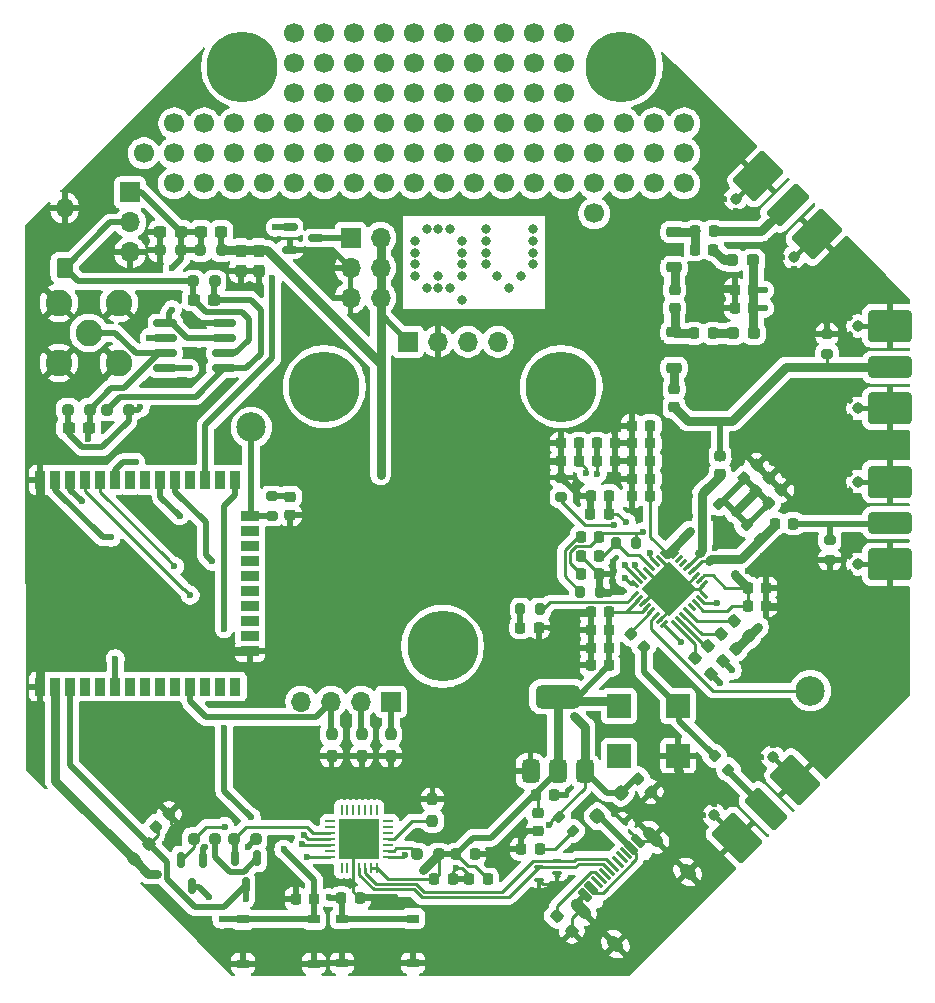
<source format=gbr>
%TF.GenerationSoftware,KiCad,Pcbnew,9.0.0*%
%TF.CreationDate,2025-07-22T11:18:37+01:00*%
%TF.ProjectId,Uncut Gem,556e6375-7420-4476-956d-2e6b69636164,rev?*%
%TF.SameCoordinates,Original*%
%TF.FileFunction,Copper,L1,Top*%
%TF.FilePolarity,Positive*%
%FSLAX46Y46*%
G04 Gerber Fmt 4.6, Leading zero omitted, Abs format (unit mm)*
G04 Created by KiCad (PCBNEW 9.0.0) date 2025-07-22 11:18:37*
%MOMM*%
%LPD*%
G01*
G04 APERTURE LIST*
G04 Aperture macros list*
%AMRoundRect*
0 Rectangle with rounded corners*
0 $1 Rounding radius*
0 $2 $3 $4 $5 $6 $7 $8 $9 X,Y pos of 4 corners*
0 Add a 4 corners polygon primitive as box body*
4,1,4,$2,$3,$4,$5,$6,$7,$8,$9,$2,$3,0*
0 Add four circle primitives for the rounded corners*
1,1,$1+$1,$2,$3*
1,1,$1+$1,$4,$5*
1,1,$1+$1,$6,$7*
1,1,$1+$1,$8,$9*
0 Add four rect primitives between the rounded corners*
20,1,$1+$1,$2,$3,$4,$5,0*
20,1,$1+$1,$4,$5,$6,$7,0*
20,1,$1+$1,$6,$7,$8,$9,0*
20,1,$1+$1,$8,$9,$2,$3,0*%
%AMHorizOval*
0 Thick line with rounded ends*
0 $1 width*
0 $2 $3 position (X,Y) of the first rounded end (center of the circle)*
0 $4 $5 position (X,Y) of the second rounded end (center of the circle)*
0 Add line between two ends*
20,1,$1,$2,$3,$4,$5,0*
0 Add two circle primitives to create the rounded ends*
1,1,$1,$2,$3*
1,1,$1,$4,$5*%
%AMRotRect*
0 Rectangle, with rotation*
0 The origin of the aperture is its center*
0 $1 length*
0 $2 width*
0 $3 Rotation angle, in degrees counterclockwise*
0 Add horizontal line*
21,1,$1,$2,0,0,$3*%
%AMFreePoly0*
4,1,9,3.862500,-0.866500,0.737500,-0.866500,0.737500,-0.450000,-0.737500,-0.450000,-0.737500,0.450000,0.737500,0.450000,0.737500,0.866500,3.862500,0.866500,3.862500,-0.866500,3.862500,-0.866500,$1*%
G04 Aperture macros list end*
%TA.AperFunction,EtchedComponent*%
%ADD10C,0.460000*%
%TD*%
%TA.AperFunction,SMDPad,CuDef*%
%ADD11RoundRect,0.237500X0.250000X0.237500X-0.250000X0.237500X-0.250000X-0.237500X0.250000X-0.237500X0*%
%TD*%
%TA.AperFunction,SMDPad,CuDef*%
%ADD12RoundRect,0.225000X0.225000X0.250000X-0.225000X0.250000X-0.225000X-0.250000X0.225000X-0.250000X0*%
%TD*%
%TA.AperFunction,ComponentPad*%
%ADD13C,1.700000*%
%TD*%
%TA.AperFunction,SMDPad,CuDef*%
%ADD14RoundRect,0.225000X-0.335876X-0.017678X-0.017678X-0.335876X0.335876X0.017678X0.017678X0.335876X0*%
%TD*%
%TA.AperFunction,SMDPad,CuDef*%
%ADD15RoundRect,0.200000X0.335876X0.053033X0.053033X0.335876X-0.335876X-0.053033X-0.053033X-0.335876X0*%
%TD*%
%TA.AperFunction,SMDPad,CuDef*%
%ADD16RoundRect,0.218750X0.256250X-0.218750X0.256250X0.218750X-0.256250X0.218750X-0.256250X-0.218750X0*%
%TD*%
%TA.AperFunction,SMDPad,CuDef*%
%ADD17RoundRect,0.225000X-0.017678X0.335876X-0.335876X0.017678X0.017678X-0.335876X0.335876X-0.017678X0*%
%TD*%
%TA.AperFunction,SMDPad,CuDef*%
%ADD18RoundRect,0.237500X0.237500X-0.300000X0.237500X0.300000X-0.237500X0.300000X-0.237500X-0.300000X0*%
%TD*%
%TA.AperFunction,ComponentPad*%
%ADD19R,1.700000X1.700000*%
%TD*%
%TA.AperFunction,ComponentPad*%
%ADD20O,1.700000X1.700000*%
%TD*%
%TA.AperFunction,SMDPad,CuDef*%
%ADD21RoundRect,0.200000X-0.200000X-0.275000X0.200000X-0.275000X0.200000X0.275000X-0.200000X0.275000X0*%
%TD*%
%TA.AperFunction,SMDPad,CuDef*%
%ADD22RoundRect,0.225000X0.425000X0.225000X-0.425000X0.225000X-0.425000X-0.225000X0.425000X-0.225000X0*%
%TD*%
%TA.AperFunction,SMDPad,CuDef*%
%ADD23FreePoly0,180.000000*%
%TD*%
%TA.AperFunction,SMDPad,CuDef*%
%ADD24RoundRect,0.237500X-0.287500X-0.237500X0.287500X-0.237500X0.287500X0.237500X-0.287500X0.237500X0*%
%TD*%
%TA.AperFunction,SMDPad,CuDef*%
%ADD25RoundRect,0.225000X-0.225000X-0.250000X0.225000X-0.250000X0.225000X0.250000X-0.225000X0.250000X0*%
%TD*%
%TA.AperFunction,SMDPad,CuDef*%
%ADD26RoundRect,0.200000X0.275000X-0.200000X0.275000X0.200000X-0.275000X0.200000X-0.275000X-0.200000X0*%
%TD*%
%TA.AperFunction,SMDPad,CuDef*%
%ADD27RoundRect,0.218750X-0.218750X-0.256250X0.218750X-0.256250X0.218750X0.256250X-0.218750X0.256250X0*%
%TD*%
%TA.AperFunction,SMDPad,CuDef*%
%ADD28RoundRect,0.087500X0.312500X-0.087500X0.312500X0.087500X-0.312500X0.087500X-0.312500X-0.087500X0*%
%TD*%
%TA.AperFunction,SMDPad,CuDef*%
%ADD29RoundRect,0.237500X-0.250000X-0.237500X0.250000X-0.237500X0.250000X0.237500X-0.250000X0.237500X0*%
%TD*%
%TA.AperFunction,SMDPad,CuDef*%
%ADD30RoundRect,0.225000X0.017678X-0.335876X0.335876X-0.017678X-0.017678X0.335876X-0.335876X0.017678X0*%
%TD*%
%TA.AperFunction,SMDPad,CuDef*%
%ADD31RoundRect,0.150000X0.247487X-0.459619X0.459619X-0.247487X-0.247487X0.459619X-0.459619X0.247487X0*%
%TD*%
%TA.AperFunction,SMDPad,CuDef*%
%ADD32RoundRect,0.075000X0.353553X-0.459619X0.459619X-0.353553X-0.353553X0.459619X-0.459619X0.353553X0*%
%TD*%
%TA.AperFunction,HeatsinkPad*%
%ADD33HorizOval,1.000000X-0.388909X0.388909X0.388909X-0.388909X0*%
%TD*%
%TA.AperFunction,HeatsinkPad*%
%ADD34HorizOval,1.000000X-0.212132X0.212132X0.212132X-0.212132X0*%
%TD*%
%TA.AperFunction,ComponentPad*%
%ADD35C,0.800000*%
%TD*%
%TA.AperFunction,ComponentPad*%
%ADD36C,6.000000*%
%TD*%
%TA.AperFunction,SMDPad,CuDef*%
%ADD37RoundRect,0.375000X0.375000X-0.625000X0.375000X0.625000X-0.375000X0.625000X-0.375000X-0.625000X0*%
%TD*%
%TA.AperFunction,SMDPad,CuDef*%
%ADD38RoundRect,0.500000X1.400000X-0.500000X1.400000X0.500000X-1.400000X0.500000X-1.400000X-0.500000X0*%
%TD*%
%TA.AperFunction,SMDPad,CuDef*%
%ADD39RoundRect,0.237500X-0.237500X0.250000X-0.237500X-0.250000X0.237500X-0.250000X0.237500X0.250000X0*%
%TD*%
%TA.AperFunction,SMDPad,CuDef*%
%ADD40RoundRect,0.225000X0.250000X-0.225000X0.250000X0.225000X-0.250000X0.225000X-0.250000X-0.225000X0*%
%TD*%
%TA.AperFunction,SMDPad,CuDef*%
%ADD41RoundRect,0.250000X0.000000X0.424264X-0.424264X0.000000X0.000000X-0.424264X0.424264X0.000000X0*%
%TD*%
%TA.AperFunction,ComponentPad*%
%ADD42RoundRect,0.249200X0.450800X-0.600800X0.450800X0.600800X-0.450800X0.600800X-0.450800X-0.600800X0*%
%TD*%
%TA.AperFunction,ComponentPad*%
%ADD43O,1.400000X1.700000*%
%TD*%
%TA.AperFunction,SMDPad,CuDef*%
%ADD44RoundRect,0.150000X0.825000X0.150000X-0.825000X0.150000X-0.825000X-0.150000X0.825000X-0.150000X0*%
%TD*%
%TA.AperFunction,SMDPad,CuDef*%
%ADD45RoundRect,0.237500X0.344715X-0.008839X-0.008839X0.344715X-0.344715X0.008839X0.008839X-0.344715X0*%
%TD*%
%TA.AperFunction,SMDPad,CuDef*%
%ADD46RoundRect,0.237500X-0.300000X-0.237500X0.300000X-0.237500X0.300000X0.237500X-0.300000X0.237500X0*%
%TD*%
%TA.AperFunction,SMDPad,CuDef*%
%ADD47RoundRect,0.250000X-0.675287X-1.580384X1.580384X0.675287X0.675287X1.580384X-1.580384X-0.675287X0*%
%TD*%
%TA.AperFunction,ComponentPad*%
%ADD48C,0.970000*%
%TD*%
%TA.AperFunction,SMDPad,CuDef*%
%ADD49RoundRect,0.250000X-0.362392X-1.893278X1.893278X0.362392X0.362392X1.893278X-1.893278X-0.362392X0*%
%TD*%
%TA.AperFunction,SMDPad,CuDef*%
%ADD50RoundRect,0.150000X-0.150000X0.512500X-0.150000X-0.512500X0.150000X-0.512500X0.150000X0.512500X0*%
%TD*%
%TA.AperFunction,SMDPad,CuDef*%
%ADD51RoundRect,0.250000X-1.580384X0.675287X0.675287X-1.580384X1.580384X-0.675287X-0.675287X1.580384X0*%
%TD*%
%TA.AperFunction,SMDPad,CuDef*%
%ADD52RoundRect,0.250000X-1.893278X0.362392X0.362392X-1.893278X1.893278X-0.362392X-0.362392X1.893278X0*%
%TD*%
%TA.AperFunction,SMDPad,CuDef*%
%ADD53RoundRect,0.062500X0.062500X-0.337500X0.062500X0.337500X-0.062500X0.337500X-0.062500X-0.337500X0*%
%TD*%
%TA.AperFunction,SMDPad,CuDef*%
%ADD54RoundRect,0.062500X0.337500X-0.062500X0.337500X0.062500X-0.337500X0.062500X-0.337500X-0.062500X0*%
%TD*%
%TA.AperFunction,HeatsinkPad*%
%ADD55R,3.350000X3.350000*%
%TD*%
%TA.AperFunction,SMDPad,CuDef*%
%ADD56RoundRect,0.237500X0.300000X0.237500X-0.300000X0.237500X-0.300000X-0.237500X0.300000X-0.237500X0*%
%TD*%
%TA.AperFunction,SMDPad,CuDef*%
%ADD57RoundRect,0.150000X-0.512500X-0.150000X0.512500X-0.150000X0.512500X0.150000X-0.512500X0.150000X0*%
%TD*%
%TA.AperFunction,SMDPad,CuDef*%
%ADD58RoundRect,0.087500X0.159099X-0.282843X0.282843X-0.159099X-0.159099X0.282843X-0.282843X0.159099X0*%
%TD*%
%TA.AperFunction,SMDPad,CuDef*%
%ADD59RoundRect,0.237500X0.237500X-0.250000X0.237500X0.250000X-0.237500X0.250000X-0.237500X-0.250000X0*%
%TD*%
%TA.AperFunction,SMDPad,CuDef*%
%ADD60RoundRect,0.250000X-1.595000X-0.640000X1.595000X-0.640000X1.595000X0.640000X-1.595000X0.640000X0*%
%TD*%
%TA.AperFunction,SMDPad,CuDef*%
%ADD61RoundRect,0.250000X-1.595000X-1.082500X1.595000X-1.082500X1.595000X1.082500X-1.595000X1.082500X0*%
%TD*%
%TA.AperFunction,SMDPad,CuDef*%
%ADD62RoundRect,0.200000X-0.275000X0.200000X-0.275000X-0.200000X0.275000X-0.200000X0.275000X0.200000X0*%
%TD*%
%TA.AperFunction,ComponentPad*%
%ADD63C,2.250000*%
%TD*%
%TA.AperFunction,SMDPad,CuDef*%
%ADD64R,2.000000X2.000000*%
%TD*%
%TA.AperFunction,ComponentPad*%
%ADD65C,2.500000*%
%TD*%
%TA.AperFunction,SMDPad,CuDef*%
%ADD66RoundRect,0.200000X-0.335876X-0.053033X-0.053033X-0.335876X0.335876X0.053033X0.053033X0.335876X0*%
%TD*%
%TA.AperFunction,SMDPad,CuDef*%
%ADD67R,1.000000X0.750000*%
%TD*%
%TA.AperFunction,SMDPad,CuDef*%
%ADD68RoundRect,0.200000X0.200000X0.275000X-0.200000X0.275000X-0.200000X-0.275000X0.200000X-0.275000X0*%
%TD*%
%TA.AperFunction,SMDPad,CuDef*%
%ADD69RoundRect,0.237500X0.008839X0.344715X-0.344715X-0.008839X-0.008839X-0.344715X0.344715X0.008839X0*%
%TD*%
%TA.AperFunction,SMDPad,CuDef*%
%ADD70RotRect,0.800000X0.300000X135.000000*%
%TD*%
%TA.AperFunction,SMDPad,CuDef*%
%ADD71RotRect,0.800000X0.300000X225.000000*%
%TD*%
%TA.AperFunction,SMDPad,CuDef*%
%ADD72RotRect,3.250000X3.250000X135.000000*%
%TD*%
%TA.AperFunction,SMDPad,CuDef*%
%ADD73R,0.900000X1.500000*%
%TD*%
%TA.AperFunction,SMDPad,CuDef*%
%ADD74R,1.500000X0.900000*%
%TD*%
%TA.AperFunction,HeatsinkPad*%
%ADD75R,0.900000X0.900000*%
%TD*%
%TA.AperFunction,HeatsinkPad*%
%ADD76C,0.600000*%
%TD*%
%TA.AperFunction,SMDPad,CuDef*%
%ADD77RoundRect,0.218750X0.218750X0.256250X-0.218750X0.256250X-0.218750X-0.256250X0.218750X-0.256250X0*%
%TD*%
%TA.AperFunction,ViaPad*%
%ADD78C,0.600000*%
%TD*%
%TA.AperFunction,ViaPad*%
%ADD79C,0.800000*%
%TD*%
%TA.AperFunction,Conductor*%
%ADD80C,0.250000*%
%TD*%
%TA.AperFunction,Conductor*%
%ADD81C,0.500000*%
%TD*%
%TA.AperFunction,Conductor*%
%ADD82C,0.750000*%
%TD*%
%TA.AperFunction,Conductor*%
%ADD83C,1.000000*%
%TD*%
G04 APERTURE END LIST*
D10*
%TO.C,J4*%
X152994796Y-71326922D02*
X151060859Y-73260859D01*
X157933937Y-76266063D02*
X156000000Y-78200000D01*
%TO.C,J1*%
X151194796Y-127373078D02*
X149260859Y-125439141D01*
X156133937Y-122433937D02*
X154200000Y-120500000D01*
%TO.C,J3*%
X164135000Y-84015000D02*
X161400000Y-84015000D01*
X164135000Y-91000000D02*
X161400000Y-91000000D01*
%TO.C,J2*%
X164135000Y-97200000D02*
X161400000Y-97200000D01*
X164135000Y-104185000D02*
X161400000Y-104185000D01*
%TD*%
D11*
%TO.P,R14,1*%
%TO.N,/Transimpedence Amp (page 2)/FAKE_GND*%
X104137500Y-77600000D03*
%TO.P,R14,2*%
%TO.N,GND*%
X102312500Y-77600000D03*
%TD*%
D12*
%TO.P,C9,1*%
%TO.N,3V3*%
X143857500Y-96950000D03*
%TO.P,C9,2*%
%TO.N,GND*%
X142307500Y-96950000D03*
%TD*%
D13*
%TO.P,REF\u002A\u002A74,1*%
%TO.N,N/C*%
X128940000Y-64330000D03*
%TD*%
D14*
%TO.P,C43,1*%
%TO.N,5V_SUPP*%
X142801992Y-122351992D03*
%TO.P,C43,2*%
%TO.N,GND*%
X143898008Y-123448008D03*
%TD*%
D13*
%TO.P,REF\u002A\u002A75,1*%
%TO.N,N/C*%
X131480000Y-64330000D03*
%TD*%
D15*
%TO.P,R9,1*%
%TO.N,Net-(U1-RF_OUT_A+)*%
X153166726Y-102066726D03*
%TO.P,R9,2*%
%TO.N,3V3*%
X152000000Y-100900000D03*
%TD*%
D13*
%TO.P,REF\u002A\u002A100,1*%
%TO.N,N/C*%
X144180000Y-66870000D03*
%TD*%
%TO.P,REF\u002A\u002A88,1*%
%TO.N,N/C*%
X113700000Y-66870000D03*
%TD*%
D16*
%TO.P,LED1,1,K*%
%TO.N,GND*%
X113350000Y-100037500D03*
%TO.P,LED1,2,A*%
%TO.N,Net-(LED1-A)*%
X113350000Y-98462500D03*
%TD*%
D17*
%TO.P,C38,1*%
%TO.N,GND*%
X103098008Y-125301992D03*
%TO.P,C38,2*%
%TO.N,/Microcontroller-ESP32/EN*%
X102001992Y-126398008D03*
%TD*%
D18*
%TO.P,C45,1*%
%TO.N,GND*%
X109150000Y-79362500D03*
%TO.P,C45,2*%
%TO.N,5V_SUPP*%
X109150000Y-77637500D03*
%TD*%
D15*
%TO.P,R25,1*%
%TO.N,Net-(PWR1-A)*%
X137283363Y-126783363D03*
%TO.P,R25,2*%
%TO.N,5V_SUPP*%
X136116637Y-125616637D03*
%TD*%
D13*
%TO.P,REF\u002A\u002A77,1*%
%TO.N,N/C*%
X136560000Y-64330000D03*
%TD*%
D19*
%TO.P,PD1,1,Pin_1*%
%TO.N,/Transimpedence Amp (page 2)/FAKE_GND*%
X99800000Y-72710000D03*
D20*
%TO.P,PD1,2,Pin_2*%
%TO.N,/Transimpedence Amp (page 2)/PHOTO_DETECT*%
X99800000Y-75250000D03*
%TO.P,PD1,3,Pin_3*%
%TO.N,GND*%
X99800000Y-77790000D03*
%TD*%
D13*
%TO.P,REF\u002A\u002A57,1*%
%TO.N,N/C*%
X136560000Y-61790000D03*
%TD*%
D21*
%TO.P,R12,1*%
%TO.N,Net-(C23-Pad1)*%
X137900000Y-106500000D03*
%TO.P,R12,2*%
%TO.N,GND*%
X139550000Y-106500000D03*
%TD*%
D22*
%TO.P,U2,1*%
%TO.N,Net-(C27-Pad2)*%
X145850000Y-87562500D03*
D23*
%TO.P,U2,2,GND*%
%TO.N,GND*%
X145762500Y-86062500D03*
D22*
%TO.P,U2,3*%
%TO.N,Net-(C28-Pad1)*%
X145850000Y-84562500D03*
%TD*%
D24*
%TO.P,D3,1,K*%
%TO.N,Net-(D3-K)*%
X150800000Y-78450000D03*
%TO.P,D3,2,A*%
%TO.N,5V_SUPP*%
X152550000Y-78450000D03*
%TD*%
D13*
%TO.P,REF\u002A\u002A87,1*%
%TO.N,N/C*%
X111160000Y-66870000D03*
%TD*%
%TO.P,REF\u002A\u002A139,1*%
%TO.N,N/C*%
X141640000Y-71950000D03*
%TD*%
%TO.P,REF\u002A\u002A137,1*%
%TO.N,N/C*%
X136560000Y-71950000D03*
%TD*%
%TO.P,REF\u002A\u002A131,1*%
%TO.N,N/C*%
X121320000Y-71950000D03*
%TD*%
D14*
%TO.P,C7,1*%
%TO.N,Net-(U1-REFIN)*%
X142201992Y-110101992D03*
%TO.P,C7,2*%
%TO.N,/REFIN*%
X143298008Y-111198008D03*
%TD*%
D25*
%TO.P,C24,1*%
%TO.N,GND*%
X137950000Y-103500000D03*
%TO.P,C24,2*%
%TO.N,Net-(U1-VTUNE)*%
X139500000Y-103500000D03*
%TD*%
D13*
%TO.P,REF\u002A\u002A29,1*%
%TO.N,N/C*%
X116240000Y-59250000D03*
%TD*%
%TO.P,REF\u002A\u002A36,1*%
%TO.N,N/C*%
X134020000Y-59250000D03*
%TD*%
%TO.P,REF\u002A\u002A85,1*%
%TO.N,N/C*%
X106080000Y-66870000D03*
%TD*%
D25*
%TO.P,C17,1*%
%TO.N,GND*%
X138800000Y-111250000D03*
%TO.P,C17,2*%
%TO.N,3V3*%
X140350000Y-111250000D03*
%TD*%
%TO.P,C41,1*%
%TO.N,GND*%
X113825000Y-132500000D03*
%TO.P,C41,2*%
%TO.N,/Microcontroller-ESP32/IO0*%
X115375000Y-132500000D03*
%TD*%
D13*
%TO.P,REF\u002A\u002A109,1*%
%TO.N,N/C*%
X116240000Y-69410000D03*
%TD*%
D26*
%TO.P,R5,1*%
%TO.N,Net-(U1-RSET)*%
X136300000Y-98500000D03*
%TO.P,R5,2*%
%TO.N,GND*%
X136300000Y-96850000D03*
%TD*%
D13*
%TO.P,REF\u002A\u002A55,1*%
%TO.N,N/C*%
X131480000Y-61790000D03*
%TD*%
D25*
%TO.P,C39,1*%
%TO.N,GND*%
X128525000Y-130850000D03*
%TO.P,C39,2*%
%TO.N,3V3*%
X130075000Y-130850000D03*
%TD*%
D13*
%TO.P,REF\u002A\u002A136,1*%
%TO.N,N/C*%
X134020000Y-71950000D03*
%TD*%
D25*
%TO.P,C44,1*%
%TO.N,3V3*%
X134125000Y-123750000D03*
%TO.P,C44,2*%
%TO.N,GND*%
X135675000Y-123750000D03*
%TD*%
D27*
%TO.P,L2,1,1*%
%TO.N,Net-(C29-Pad1)*%
X147612500Y-77550000D03*
%TO.P,L2,2,2*%
%TO.N,Net-(D3-K)*%
X149187500Y-77550000D03*
%TD*%
D28*
%TO.P,D6,1,A1*%
%TO.N,GND*%
X134400000Y-130900000D03*
%TO.P,D6,2,A2*%
%TO.N,/Microcontroller-ESP32/D+*%
X134400000Y-129850000D03*
%TD*%
D29*
%TO.P,R16,1*%
%TO.N,Net-(C34-Pad2)*%
X97837500Y-91100000D03*
%TO.P,R16,2*%
%TO.N,Net-(U5B--)*%
X99662500Y-91100000D03*
%TD*%
D19*
%TO.P,OLED1,1,Pin_1*%
%TO.N,5V_SUPP*%
X123310000Y-85350000D03*
D20*
%TO.P,OLED1,2,Pin_2*%
%TO.N,GND*%
X125850000Y-85350000D03*
%TO.P,OLED1,3,Pin_3*%
%TO.N,I2C_SCK*%
X128390000Y-85350000D03*
%TO.P,OLED1,4,Pin_4*%
%TO.N,I2C_SDA*%
X130930000Y-85350000D03*
%TD*%
D13*
%TO.P,REF\u002A\u002A138,1*%
%TO.N,N/C*%
X139100000Y-71950000D03*
%TD*%
%TO.P,REF\u002A\u002A95,1*%
%TO.N,N/C*%
X131480000Y-66870000D03*
%TD*%
D25*
%TO.P,C26,1*%
%TO.N,GND*%
X138800000Y-112750000D03*
%TO.P,C26,2*%
%TO.N,3V3*%
X140350000Y-112750000D03*
%TD*%
D19*
%TO.P,5V_SUPP1,1,Pin_1*%
%TO.N,Net-(5V_SUPP1-Pin_1)*%
X118460000Y-76550000D03*
D20*
%TO.P,5V_SUPP1,2,Pin_2*%
%TO.N,5V_SUPP*%
X121000000Y-76550000D03*
%TO.P,5V_SUPP1,3,Pin_3*%
%TO.N,GND*%
X118460000Y-79090000D03*
%TO.P,5V_SUPP1,4,Pin_4*%
%TO.N,5V_SUPP*%
X121000000Y-79090000D03*
%TO.P,5V_SUPP1,5,Pin_5*%
%TO.N,GND*%
X118460000Y-81630000D03*
%TO.P,5V_SUPP1,6,Pin_6*%
%TO.N,5V_SUPP*%
X121000000Y-81630000D03*
%TD*%
D30*
%TO.P,C21,1*%
%TO.N,3V3*%
X152800000Y-97950000D03*
%TO.P,C21,2*%
%TO.N,GND*%
X153896016Y-96853984D03*
%TD*%
D13*
%TO.P,REF\u002A\u002A97,1*%
%TO.N,N/C*%
X136560000Y-66870000D03*
%TD*%
D31*
%TO.P,P1,A1,GND*%
%TO.N,GND*%
X138274302Y-132159189D03*
%TO.P,P1,A4,VBUS*%
%TO.N,Net-(D1-A1)*%
X138839988Y-131593503D03*
D32*
%TO.P,P1,A5,CC*%
%TO.N,Net-(P1-CC)*%
X139653161Y-130780331D03*
%TO.P,P1,A6,D+*%
%TO.N,/Microcontroller-ESP32/D+*%
X140360267Y-130073224D03*
%TO.P,P1,A7,D-*%
%TO.N,/Microcontroller-ESP32/D-*%
X140713821Y-129719670D03*
%TO.P,P1,A8*%
%TO.N,N/C*%
X141420928Y-129012564D03*
D31*
%TO.P,P1,A9,VBUS*%
%TO.N,Net-(D1-A1)*%
X142234100Y-128199391D03*
%TO.P,P1,A12,GND*%
%TO.N,GND*%
X142799786Y-127633705D03*
%TO.P,P1,B1,GND*%
X142799786Y-127633705D03*
%TO.P,P1,B4,VBUS*%
%TO.N,Net-(D1-A1)*%
X142234100Y-128199391D03*
D32*
%TO.P,P1,B5,VCONN*%
%TO.N,unconnected-(P1-VCONN-PadB5)*%
X141774481Y-128659010D03*
%TO.P,P1,B6*%
%TO.N,N/C*%
X141067374Y-129366117D03*
%TO.P,P1,B7*%
X140006714Y-130426777D03*
%TO.P,P1,B8*%
X139299607Y-131133884D03*
D31*
%TO.P,P1,B9,VBUS*%
%TO.N,Net-(D1-A1)*%
X138839988Y-131593503D03*
%TO.P,P1,B12,GND*%
%TO.N,GND*%
X138274302Y-132159189D03*
D33*
%TO.P,P1,S1,SHIELD*%
X137934891Y-133403697D03*
D34*
X140890597Y-136359403D03*
D33*
X144044294Y-127294294D03*
D34*
X147000000Y-130250000D03*
%TD*%
D35*
%TO.P,REF\u002A\u002A,1*%
%TO.N,N/C*%
X139150000Y-62050000D03*
X139809010Y-60459010D03*
X139809010Y-63640990D03*
X141400000Y-59800000D03*
D36*
X141400000Y-62050000D03*
D35*
X141400000Y-64300000D03*
X142990990Y-60459010D03*
X142990990Y-63640990D03*
X143650000Y-62050000D03*
%TD*%
D25*
%TO.P,C3,1*%
%TO.N,Net-(U1-VCOM)*%
X139300000Y-93950000D03*
%TO.P,C3,2*%
%TO.N,GND*%
X140850000Y-93950000D03*
%TD*%
D29*
%TO.P,R15,1*%
%TO.N,/Transimpedence Amp (page 2)/PHOTO_DETECT*%
X105137500Y-80250000D03*
%TO.P,R15,2*%
%TO.N,Net-(C34-Pad2)*%
X106962500Y-80250000D03*
%TD*%
D15*
%TO.P,R10,1*%
%TO.N,3V3*%
X149700000Y-99100000D03*
%TO.P,R10,2*%
%TO.N,Net-(U1-RF_OUT_A-)*%
X148533274Y-97933274D03*
%TD*%
D13*
%TO.P,REF\u002A\u002A134,1*%
%TO.N,N/C*%
X128940000Y-71950000D03*
%TD*%
D30*
%TO.P,C22,1*%
%TO.N,3V3*%
X151750000Y-96900000D03*
%TO.P,C22,2*%
%TO.N,GND*%
X152846016Y-95803984D03*
%TD*%
D25*
%TO.P,C30,1*%
%TO.N,GND*%
X151025000Y-80950000D03*
%TO.P,C30,2*%
%TO.N,5V_SUPP*%
X152575000Y-80950000D03*
%TD*%
D28*
%TO.P,D5,1,A1*%
%TO.N,GND*%
X135950000Y-130350000D03*
%TO.P,D5,2,A2*%
%TO.N,/Microcontroller-ESP32/D-*%
X135950000Y-129300000D03*
%TD*%
D27*
%TO.P,PWR1,1,K*%
%TO.N,GND*%
X132912500Y-128300000D03*
%TO.P,PWR1,2,A*%
%TO.N,Net-(PWR1-A)*%
X134487500Y-128300000D03*
%TD*%
D37*
%TO.P,U6,1,GND*%
%TO.N,GND*%
X133700000Y-121700000D03*
%TO.P,U6,2,VO*%
%TO.N,3V3*%
X136000000Y-121700000D03*
D38*
X136000000Y-115400000D03*
D37*
%TO.P,U6,3,VI*%
%TO.N,5V_SUPP*%
X138300000Y-121700000D03*
%TD*%
D25*
%TO.P,C16,1*%
%TO.N,GND*%
X138800000Y-109750000D03*
%TO.P,C16,2*%
%TO.N,3V3*%
X140350000Y-109750000D03*
%TD*%
D39*
%TO.P,R29,1*%
%TO.N,SPIDAT*%
X119400000Y-118575000D03*
%TO.P,R29,2*%
%TO.N,GND*%
X119400000Y-120400000D03*
%TD*%
D13*
%TO.P,REF\u002A\u002A31,1*%
%TO.N,N/C*%
X121320000Y-59250000D03*
%TD*%
%TO.P,REF\u002A\u002A33,1*%
%TO.N,N/C*%
X126400000Y-59250000D03*
%TD*%
%TO.P,REF\u002A\u002A99,1*%
%TO.N,N/C*%
X141640000Y-66870000D03*
%TD*%
D40*
%TO.P,C19,1*%
%TO.N,Net-(U1-RF_OUT_A-)*%
X149750000Y-96592500D03*
%TO.P,C19,2*%
%TO.N,Net-(J3-In)*%
X149750000Y-95042500D03*
%TD*%
D39*
%TO.P,R28,1*%
%TO.N,SPICLK*%
X121850000Y-118587500D03*
%TO.P,R28,2*%
%TO.N,GND*%
X121850000Y-120412500D03*
%TD*%
D12*
%TO.P,C14,1*%
%TO.N,GND*%
X153650000Y-106200000D03*
%TO.P,C14,2*%
%TO.N,3V3*%
X152100000Y-106200000D03*
%TD*%
D13*
%TO.P,REF\u002A\u002A86,1*%
%TO.N,N/C*%
X111160000Y-69400000D03*
%TD*%
D41*
%TO.P,D8,1,K*%
%TO.N,5V_SUPP*%
X141350000Y-123550000D03*
%TO.P,D8,2,A*%
%TO.N,Net-(D1-A1)*%
X139370102Y-125529898D03*
%TD*%
D13*
%TO.P,REF\u002A\u002A130,1*%
%TO.N,N/C*%
X118780000Y-71950000D03*
%TD*%
%TO.P,REF\u002A\u002A84,1*%
%TO.N,N/C*%
X103540000Y-66870000D03*
%TD*%
%TO.P,REF\u002A\u002A117,1*%
%TO.N,N/C*%
X136560000Y-69410000D03*
%TD*%
D42*
%TO.P,D4,1,K*%
%TO.N,/Transimpedence Amp (page 2)/PHOTO_DETECT*%
X94250000Y-79090000D03*
D43*
%TO.P,D4,2,A*%
%TO.N,GND*%
X94250000Y-74010000D03*
%TD*%
D13*
%TO.P,REF\u002A\u002A35,1*%
%TO.N,N/C*%
X131480000Y-59250000D03*
%TD*%
%TO.P,REF\u002A\u002A93,1*%
%TO.N,N/C*%
X126400000Y-66870000D03*
%TD*%
%TO.P,,1*%
%TO.N,N/C*%
X106050000Y-71950000D03*
%TD*%
D44*
%TO.P,U5,1*%
%TO.N,Net-(C34-Pad2)*%
X107725000Y-87605000D03*
%TO.P,U5,2,-*%
%TO.N,/Transimpedence Amp (page 2)/PHOTO_DETECT*%
X107725000Y-86335000D03*
%TO.P,U5,3,+*%
%TO.N,/Transimpedence Amp (page 2)/FAKE_GND*%
X107725000Y-85065000D03*
%TO.P,U5,4,V-*%
%TO.N,GND*%
X107725000Y-83795000D03*
%TO.P,U5,5,+*%
%TO.N,/Transimpedence Amp (page 2)/FAKE_GND*%
X102775000Y-83795000D03*
%TO.P,U5,6,-*%
%TO.N,Net-(U5B--)*%
X102775000Y-85065000D03*
%TO.P,U5,7*%
%TO.N,ADC_SIGNAL*%
X102775000Y-86335000D03*
%TO.P,U5,8,V+*%
%TO.N,5V_SUPP*%
X102775000Y-87605000D03*
%TD*%
D13*
%TO.P,REF\u002A\u002A34,1*%
%TO.N,N/C*%
X128940000Y-59250000D03*
%TD*%
D45*
%TO.P,R1,1*%
%TO.N,SPICLK*%
X148945235Y-113445235D03*
%TO.P,R1,2*%
%TO.N,Net-(U1-CLK)*%
X147654765Y-112154765D03*
%TD*%
D13*
%TO.P,REF\u002A\u002A115,1*%
%TO.N,N/C*%
X131480000Y-69410000D03*
%TD*%
D12*
%TO.P,C12,1*%
%TO.N,3V3*%
X143850000Y-92450000D03*
%TO.P,C12,2*%
%TO.N,GND*%
X142300000Y-92450000D03*
%TD*%
D46*
%TO.P,C34,1*%
%TO.N,/Transimpedence Amp (page 2)/PHOTO_DETECT*%
X105187500Y-81800000D03*
%TO.P,C34,2*%
%TO.N,Net-(C34-Pad2)*%
X106912500Y-81800000D03*
%TD*%
D13*
%TO.P,REF\u002A\u002A52,1*%
%TO.N,N/C*%
X123860000Y-61790000D03*
%TD*%
D45*
%TO.P,R19,1*%
%TO.N,GND*%
X137195235Y-135245235D03*
%TO.P,R19,2*%
%TO.N,Net-(P1-CC)*%
X135904765Y-133954765D03*
%TD*%
D13*
%TO.P,REF\u002A\u002A119,1*%
%TO.N,N/C*%
X141640000Y-69410000D03*
%TD*%
D25*
%TO.P,C13,1*%
%TO.N,3V3*%
X152100000Y-107700000D03*
%TO.P,C13,2*%
%TO.N,GND*%
X153650000Y-107700000D03*
%TD*%
D47*
%TO.P,J4,1,In*%
%TO.N,Net-(J4-In)*%
X155464366Y-73796493D03*
D48*
%TO.P,J4,2,Ext*%
%TO.N,GND*%
X151060859Y-73260859D03*
X156000000Y-78200000D03*
D49*
X152994796Y-71326922D03*
X157933937Y-76266063D03*
%TD*%
D45*
%TO.P,R4,1*%
%TO.N,3V3*%
X151100000Y-111395235D03*
%TO.P,R4,2*%
%TO.N,SPILE*%
X149809530Y-110104765D03*
%TD*%
D46*
%TO.P,C35,1*%
%TO.N,Net-(U5B--)*%
X94587500Y-92650000D03*
%TO.P,C35,2*%
%TO.N,ADC_SIGNAL*%
X96312500Y-92650000D03*
%TD*%
D13*
%TO.P,REF\u002A\u002A71,1*%
%TO.N,N/C*%
X121320000Y-64330000D03*
%TD*%
D50*
%TO.P,Q6,1,B*%
%TO.N,Net-(Q6-B)*%
X106000000Y-129200000D03*
%TO.P,Q6,2,E*%
%TO.N,/Microcontroller-ESP32/DTR*%
X104100000Y-129200000D03*
%TO.P,Q6,3,C*%
%TO.N,/Microcontroller-ESP32/IO0*%
X105050000Y-131475000D03*
%TD*%
D12*
%TO.P,C40,1*%
%TO.N,GND*%
X127100000Y-130850000D03*
%TO.P,C40,2*%
%TO.N,3V3*%
X125550000Y-130850000D03*
%TD*%
D13*
%TO.P,REF\u002A\u002A92,1*%
%TO.N,N/C*%
X123860000Y-66870000D03*
%TD*%
%TO.P,REF\u002A\u002A28,1*%
%TO.N,N/C*%
X113700000Y-59250000D03*
%TD*%
%TO.P,REF\u002A\u002A112,1*%
%TO.N,N/C*%
X123860000Y-69410000D03*
%TD*%
%TO.P,REF\u002A\u002A133,1*%
%TO.N,N/C*%
X126400000Y-71950000D03*
%TD*%
D51*
%TO.P,J1,1,In*%
%TO.N,Net-(J1-In)*%
X153664366Y-124903507D03*
D48*
%TO.P,J1,2,Ext*%
%TO.N,GND*%
X154200000Y-120500000D03*
X149260859Y-125439141D03*
D52*
X156133937Y-122433937D03*
X151194796Y-127373078D03*
%TD*%
D13*
%TO.P,REF\u002A\u002A158,1*%
%TO.N,N/C*%
X139100000Y-74490000D03*
%TD*%
%TO.P,REF\u002A\u002A113,1*%
%TO.N,N/C*%
X126400000Y-69410000D03*
%TD*%
%TO.P,REF\u002A\u002A90,1*%
%TO.N,N/C*%
X118780000Y-66870000D03*
%TD*%
D25*
%TO.P,C31,1*%
%TO.N,GND*%
X151025000Y-82500000D03*
%TO.P,C31,2*%
%TO.N,5V_SUPP*%
X152575000Y-82500000D03*
%TD*%
D13*
%TO.P,REF\u002A\u002A53,1*%
%TO.N,N/C*%
X126400000Y-61790000D03*
%TD*%
D22*
%TO.P,U3,1*%
%TO.N,Net-(C28-Pad2)*%
X145850000Y-79062500D03*
D23*
%TO.P,U3,2,GND*%
%TO.N,GND*%
X145762500Y-77562500D03*
D22*
%TO.P,U3,3*%
%TO.N,Net-(C29-Pad1)*%
X145850000Y-76062500D03*
%TD*%
D13*
%TO.P,REF\u002A\u002A68,1*%
%TO.N,N/C*%
X113700000Y-64330000D03*
%TD*%
%TO.P,REF\u002A\u002A30,1*%
%TO.N,N/C*%
X118780000Y-59250000D03*
%TD*%
D29*
%TO.P,R17,1*%
%TO.N,Net-(U5B--)*%
X94537500Y-91100000D03*
%TO.P,R17,2*%
%TO.N,ADC_SIGNAL*%
X96362500Y-91100000D03*
%TD*%
D13*
%TO.P,REF\u002A\u002A141,1*%
%TO.N,N/C*%
X146720000Y-71950000D03*
%TD*%
D30*
%TO.P,C20,1*%
%TO.N,3V3*%
X153850000Y-99000000D03*
%TO.P,C20,2*%
%TO.N,GND*%
X154946016Y-97903984D03*
%TD*%
D13*
%TO.P,REF\u002A\u002A51,1*%
%TO.N,N/C*%
X121320000Y-61790000D03*
%TD*%
D53*
%TO.P,U8,1,~{DCD}*%
%TO.N,unconnected-(U8-~{DCD}-Pad1)*%
X117700000Y-129900000D03*
%TO.P,U8,2,~{RI}/CLK*%
%TO.N,unconnected-(U8-~{RI}{slash}CLK-Pad2)*%
X118200000Y-129900000D03*
%TO.P,U8,3,GND*%
%TO.N,GND*%
X118700000Y-129900000D03*
%TO.P,U8,4,D+*%
%TO.N,/Microcontroller-ESP32/D+*%
X119200000Y-129900000D03*
%TO.P,U8,5,D-*%
%TO.N,/Microcontroller-ESP32/D-*%
X119700000Y-129900000D03*
%TO.P,U8,6,VDD*%
%TO.N,3V3*%
X120200000Y-129900000D03*
%TO.P,U8,7,VREGIN*%
X120700000Y-129900000D03*
D54*
%TO.P,U8,8,VBUS*%
%TO.N,5V_SUPP*%
X121650000Y-128950000D03*
%TO.P,U8,9,~{RST}*%
%TO.N,Net-(U8-~{RST})*%
X121650000Y-128450000D03*
%TO.P,U8,10,NC*%
%TO.N,unconnected-(U8-NC-Pad10)*%
X121650000Y-127950000D03*
%TO.P,U8,11,~{SUSPEND}*%
%TO.N,Net-(U8-~{SUSPEND})*%
X121650000Y-127450000D03*
%TO.P,U8,12,SUSPEND*%
%TO.N,unconnected-(U8-SUSPEND-Pad12)*%
X121650000Y-126950000D03*
%TO.P,U8,13,CHREN*%
%TO.N,unconnected-(U8-CHREN-Pad13)*%
X121650000Y-126450000D03*
%TO.P,U8,14,CHR1*%
%TO.N,unconnected-(U8-CHR1-Pad14)*%
X121650000Y-125950000D03*
D53*
%TO.P,U8,15,CHR0*%
%TO.N,unconnected-(U8-CHR0-Pad15)*%
X120700000Y-125000000D03*
%TO.P,U8,16,~{WAKEUP}/GPIO.3*%
%TO.N,unconnected-(U8-~{WAKEUP}{slash}GPIO.3-Pad16)*%
X120200000Y-125000000D03*
%TO.P,U8,17,RS485/GPIO.2*%
%TO.N,unconnected-(U8-RS485{slash}GPIO.2-Pad17)*%
X119700000Y-125000000D03*
%TO.P,U8,18,~{RXT}/GPIO.1*%
%TO.N,unconnected-(U8-~{RXT}{slash}GPIO.1-Pad18)*%
X119200000Y-125000000D03*
%TO.P,U8,19,~{TXT}/GPIO.0*%
%TO.N,unconnected-(U8-~{TXT}{slash}GPIO.0-Pad19)*%
X118700000Y-125000000D03*
%TO.P,U8,20,GPIO.6*%
%TO.N,unconnected-(U8-GPIO.6-Pad20)*%
X118200000Y-125000000D03*
%TO.P,U8,21,GPIO.5*%
%TO.N,unconnected-(U8-GPIO.5-Pad21)*%
X117700000Y-125000000D03*
D54*
%TO.P,U8,22,GPIO.4*%
%TO.N,unconnected-(U8-GPIO.4-Pad22)*%
X116750000Y-125950000D03*
%TO.P,U8,23,~{CTS}*%
%TO.N,unconnected-(U8-~{CTS}-Pad23)*%
X116750000Y-126450000D03*
%TO.P,U8,24,~{RTS}*%
%TO.N,/Microcontroller-ESP32/RTS*%
X116750000Y-126950000D03*
%TO.P,U8,25,RXD*%
%TO.N,/Microcontroller-ESP32/TX0*%
X116750000Y-127450000D03*
%TO.P,U8,26,TXD*%
%TO.N,/Microcontroller-ESP32/RX0*%
X116750000Y-127950000D03*
%TO.P,U8,27,~{DSR}*%
%TO.N,unconnected-(U8-~{DSR}-Pad27)*%
X116750000Y-128450000D03*
%TO.P,U8,28,~{DTR}*%
%TO.N,/Microcontroller-ESP32/DTR*%
X116750000Y-128950000D03*
D55*
%TO.P,U8,29,GND*%
%TO.N,GND*%
X119200000Y-127450000D03*
%TD*%
D45*
%TO.P,R3,1*%
%TO.N,3V3*%
X152200000Y-110300000D03*
%TO.P,R3,2*%
%TO.N,SPICE*%
X150909530Y-109009530D03*
%TD*%
D56*
%TO.P,C33,1*%
%TO.N,/Transimpedence Amp (page 2)/FAKE_GND*%
X104087500Y-76050000D03*
%TO.P,C33,2*%
%TO.N,GND*%
X102362500Y-76050000D03*
%TD*%
D35*
%TO.P,REF\u002A\u002A,1*%
%TO.N,N/C*%
X134050000Y-89150000D03*
X134709010Y-87559010D03*
X134709010Y-90740990D03*
X136300000Y-86900000D03*
D36*
X136300000Y-89150000D03*
D35*
X136300000Y-91400000D03*
X137890990Y-87559010D03*
X137890990Y-90740990D03*
X138550000Y-89150000D03*
%TD*%
D25*
%TO.P,C4,1*%
%TO.N,Net-(U1-VCOM)*%
X139300000Y-95450000D03*
%TO.P,C4,2*%
%TO.N,GND*%
X140850000Y-95450000D03*
%TD*%
D13*
%TO.P,REF\u002A\u002A85,1*%
%TO.N,N/C*%
X111170000Y-71950000D03*
%TD*%
%TO.P,REF\u002A\u002A69,1*%
%TO.N,N/C*%
X116240000Y-64330000D03*
%TD*%
D40*
%TO.P,C27,1*%
%TO.N,Net-(J3-In)*%
X145850000Y-90900000D03*
%TO.P,C27,2*%
%TO.N,Net-(C27-Pad2)*%
X145850000Y-89350000D03*
%TD*%
D57*
%TO.P,Q4,1,B*%
%TO.N,LASER_CTRL*%
X113300000Y-75650000D03*
%TO.P,Q4,2,E*%
%TO.N,GND*%
X113300000Y-77550000D03*
%TO.P,Q4,3,C*%
%TO.N,Net-(5V_SUPP1-Pin_1)*%
X115575000Y-76600000D03*
%TD*%
D13*
%TO.P,,1*%
%TO.N,N/C*%
X103500000Y-69400000D03*
%TD*%
%TO.P,,1*%
%TO.N,N/C*%
X100960000Y-69400000D03*
%TD*%
%TO.P,REF\u002A\u002A86,1*%
%TO.N,N/C*%
X113710000Y-71950000D03*
%TD*%
%TO.P,,1*%
%TO.N,N/C*%
X103510000Y-71950000D03*
%TD*%
D26*
%TO.P,R7,1*%
%TO.N,Net-(J3-In)*%
X158800000Y-86350000D03*
%TO.P,R7,2*%
%TO.N,GND*%
X158800000Y-84700000D03*
%TD*%
D58*
%TO.P,D1,1,A1*%
%TO.N,Net-(D1-A1)*%
X140907538Y-126792462D03*
%TO.P,D1,2,A2*%
%TO.N,GND*%
X141650000Y-126050000D03*
%TD*%
D13*
%TO.P,REF\u002A\u002A76,1*%
%TO.N,N/C*%
X134020000Y-64330000D03*
%TD*%
%TO.P,REF\u002A\u002A101,1*%
%TO.N,N/C*%
X146720000Y-66870000D03*
%TD*%
D59*
%TO.P,R20,1*%
%TO.N,Net-(U8-~{SUSPEND})*%
X125400000Y-125925000D03*
%TO.P,R20,2*%
%TO.N,GND*%
X125400000Y-124100000D03*
%TD*%
D12*
%TO.P,C10,1*%
%TO.N,3V3*%
X143850000Y-95450000D03*
%TO.P,C10,2*%
%TO.N,GND*%
X142300000Y-95450000D03*
%TD*%
D13*
%TO.P,REF\u002A\u002A86,1*%
%TO.N,N/C*%
X108620000Y-66870000D03*
%TD*%
D60*
%TO.P,J3,1,In*%
%TO.N,Net-(J3-In)*%
X164135000Y-87507500D03*
D48*
%TO.P,J3,2,Ext*%
%TO.N,GND*%
X161400000Y-84015000D03*
X161400000Y-91000000D03*
D61*
X164135000Y-84015000D03*
X164135000Y-91000000D03*
%TD*%
D12*
%TO.P,C42,1*%
%TO.N,GND*%
X119225000Y-132450000D03*
%TO.P,C42,2*%
%TO.N,/Microcontroller-ESP32/EN*%
X117675000Y-132450000D03*
%TD*%
D13*
%TO.P,REF\u002A\u002A91,1*%
%TO.N,N/C*%
X121320000Y-66870000D03*
%TD*%
%TO.P,REF\u002A\u002A111,1*%
%TO.N,N/C*%
X121320000Y-69410000D03*
%TD*%
D12*
%TO.P,C1,1*%
%TO.N,Net-(U1-VREF)*%
X137825000Y-95450000D03*
%TO.P,C1,2*%
%TO.N,GND*%
X136275000Y-95450000D03*
%TD*%
D13*
%TO.P,REF\u002A\u002A118,1*%
%TO.N,N/C*%
X139100000Y-69410000D03*
%TD*%
%TO.P,REF\u002A\u002A70,1*%
%TO.N,N/C*%
X118780000Y-64330000D03*
%TD*%
D50*
%TO.P,Q5,1,B*%
%TO.N,Net-(Q5-B)*%
X110550000Y-129100000D03*
%TO.P,Q5,2,E*%
%TO.N,/Microcontroller-ESP32/RTS*%
X108650000Y-129100000D03*
%TO.P,Q5,3,C*%
%TO.N,/Microcontroller-ESP32/EN*%
X109600000Y-131375000D03*
%TD*%
D12*
%TO.P,C5,1*%
%TO.N,Net-(U1-TEMP)*%
X140350000Y-98400000D03*
%TO.P,C5,2*%
%TO.N,GND*%
X138800000Y-98400000D03*
%TD*%
D25*
%TO.P,C18,1*%
%TO.N,Net-(U1-RF_OUT_A+)*%
X154407500Y-100750000D03*
%TO.P,C18,2*%
%TO.N,Net-(J2-In)*%
X155957500Y-100750000D03*
%TD*%
D13*
%TO.P,REF\u002A\u002A94,1*%
%TO.N,N/C*%
X128940000Y-66870000D03*
%TD*%
%TO.P,REF\u002A\u002A37,1*%
%TO.N,N/C*%
X136560000Y-59250000D03*
%TD*%
%TO.P,REF\u002A\u002A56,1*%
%TO.N,N/C*%
X134020000Y-61790000D03*
%TD*%
D12*
%TO.P,C2,1*%
%TO.N,Net-(U1-VREF)*%
X137825000Y-93950000D03*
%TO.P,C2,2*%
%TO.N,GND*%
X136275000Y-93950000D03*
%TD*%
D13*
%TO.P,REF\u002A\u002A32,1*%
%TO.N,N/C*%
X123860000Y-59250000D03*
%TD*%
D62*
%TO.P,R26,1*%
%TO.N,Net-(LED1-A)*%
X111800000Y-98425000D03*
%TO.P,R26,2*%
%TO.N,Net-(U7-IO2)*%
X111800000Y-100075000D03*
%TD*%
D63*
%TO.P,J6,1,In*%
%TO.N,ADC_SIGNAL*%
X96310000Y-84600000D03*
%TO.P,J6,2,Ext*%
%TO.N,GND*%
X93770000Y-87140000D03*
X98850000Y-87140000D03*
X93770000Y-82060000D03*
X98850000Y-82060000D03*
%TD*%
D64*
%TO.P,X1,1,EN*%
%TO.N,unconnected-(X1-EN-Pad1)*%
X141200000Y-120400000D03*
%TO.P,X1,2,GND*%
%TO.N,GND*%
X146200000Y-120400000D03*
%TO.P,X1,3,OUT*%
%TO.N,/REFIN*%
X146200000Y-116200000D03*
%TO.P,X1,4,V+*%
%TO.N,3V3*%
X141200000Y-116200000D03*
%TD*%
D65*
%TO.P,TP1,1,1*%
%TO.N,Net-(U7-IO2)*%
X110050000Y-92600000D03*
%TD*%
D12*
%TO.P,C6,1*%
%TO.N,Net-(U1-TEMP)*%
X140325000Y-99900000D03*
%TO.P,C6,2*%
%TO.N,GND*%
X138775000Y-99900000D03*
%TD*%
D13*
%TO.P,REF\u002A\u002A48,1*%
%TO.N,N/C*%
X113700000Y-61790000D03*
%TD*%
%TO.P,REF\u002A\u002A49,1*%
%TO.N,N/C*%
X116240000Y-61790000D03*
%TD*%
D39*
%TO.P,R27,1*%
%TO.N,SPILE*%
X116850000Y-118575000D03*
%TO.P,R27,2*%
%TO.N,GND*%
X116850000Y-120400000D03*
%TD*%
D56*
%TO.P,C32,1*%
%TO.N,5V_SUPP*%
X107500000Y-76050000D03*
%TO.P,C32,2*%
%TO.N,/Transimpedence Amp (page 2)/FAKE_GND*%
X105775000Y-76050000D03*
%TD*%
D45*
%TO.P,R2,1*%
%TO.N,SPIDAT*%
X150000000Y-112400000D03*
%TO.P,R2,2*%
%TO.N,Net-(U1-DATA)*%
X148709530Y-111109530D03*
%TD*%
D35*
%TO.P,REF\u002A\u002A,1*%
%TO.N,N/C*%
X107060000Y-62060000D03*
X107719010Y-60469010D03*
X107719010Y-63650990D03*
X109310000Y-59810000D03*
D36*
X109310000Y-62060000D03*
D35*
X109310000Y-64310000D03*
X110900990Y-60469010D03*
X110900990Y-63650990D03*
X111560000Y-62060000D03*
%TD*%
%TO.P,REF\u002A\u002A,1*%
%TO.N,N/C*%
X114000000Y-89150000D03*
X114659010Y-87559010D03*
X114659010Y-90740990D03*
X116250000Y-86900000D03*
D36*
X116250000Y-89150000D03*
D35*
X116250000Y-91400000D03*
X117840990Y-87559010D03*
X117840990Y-90740990D03*
X118500000Y-89150000D03*
%TD*%
D66*
%TO.P,R24,1*%
%TO.N,/REFIN*%
X149291637Y-120416637D03*
%TO.P,R24,2*%
%TO.N,Net-(J1-In)*%
X150458363Y-121583363D03*
%TD*%
D67*
%TO.P,BOOT1,1,1*%
%TO.N,GND*%
X115350000Y-138000000D03*
X109350000Y-138000000D03*
%TO.P,BOOT1,2,2*%
%TO.N,/Microcontroller-ESP32/IO0*%
X115350000Y-134250000D03*
X109350000Y-134250000D03*
%TD*%
D35*
%TO.P,REF\u002A\u002A,1*%
%TO.N,N/C*%
X124000000Y-111150000D03*
X124659010Y-109559010D03*
X124659010Y-112740990D03*
X126250000Y-108900000D03*
D36*
X126250000Y-111150000D03*
D35*
X126250000Y-113400000D03*
X127840990Y-109559010D03*
X127840990Y-112740990D03*
X128500000Y-111150000D03*
%TD*%
D13*
%TO.P,REF\u002A\u002A72,1*%
%TO.N,N/C*%
X123860000Y-64330000D03*
%TD*%
%TO.P,REF\u002A\u002A96,1*%
%TO.N,N/C*%
X134020000Y-66870000D03*
%TD*%
%TO.P,REF\u002A\u002A73,1*%
%TO.N,N/C*%
X126400000Y-64330000D03*
%TD*%
%TO.P,REF\u002A\u002A132,1*%
%TO.N,N/C*%
X123860000Y-71950000D03*
%TD*%
D12*
%TO.P,C25,1*%
%TO.N,GND*%
X139500000Y-105000000D03*
%TO.P,C25,2*%
%TO.N,Net-(U1-CPout)*%
X137950000Y-105000000D03*
%TD*%
D13*
%TO.P,REF\u002A\u002A121,1*%
%TO.N,N/C*%
X146720000Y-69410000D03*
%TD*%
%TO.P,REF\u002A\u002A110,1*%
%TO.N,N/C*%
X118780000Y-69410000D03*
%TD*%
D68*
%TO.P,R8,1*%
%TO.N,Net-(U1-LD)*%
X134500000Y-108000000D03*
%TO.P,R8,2*%
%TO.N,Net-(LOCK1-A)*%
X132850000Y-108000000D03*
%TD*%
D25*
%TO.P,C15,1*%
%TO.N,GND*%
X138792500Y-108250000D03*
%TO.P,C15,2*%
%TO.N,3V3*%
X140342500Y-108250000D03*
%TD*%
D27*
%TO.P,L1,1,1*%
%TO.N,Net-(C28-Pad1)*%
X147550000Y-84650000D03*
%TO.P,L1,2,2*%
%TO.N,Net-(D2-K)*%
X149125000Y-84650000D03*
%TD*%
D69*
%TO.P,R18,1*%
%TO.N,/Microcontroller-ESP32/EN*%
X101400000Y-127850000D03*
%TO.P,R18,2*%
%TO.N,3V3*%
X100109530Y-129140470D03*
%TD*%
D40*
%TO.P,C28,1*%
%TO.N,Net-(C28-Pad1)*%
X145900000Y-82520000D03*
%TO.P,C28,2*%
%TO.N,Net-(C28-Pad2)*%
X145900000Y-80970000D03*
%TD*%
D13*
%TO.P,REF\u002A\u002A140,1*%
%TO.N,N/C*%
X144180000Y-71950000D03*
%TD*%
D25*
%TO.P,C23,1*%
%TO.N,Net-(C23-Pad1)*%
X137975000Y-101850000D03*
%TO.P,C23,2*%
%TO.N,Net-(U1-CPout)*%
X139525000Y-101850000D03*
%TD*%
D24*
%TO.P,D2,1,K*%
%TO.N,Net-(D2-K)*%
X150850000Y-84650000D03*
%TO.P,D2,2,A*%
%TO.N,5V_SUPP*%
X152600000Y-84650000D03*
%TD*%
D13*
%TO.P,REF\u002A\u002A98,1*%
%TO.N,N/C*%
X139100000Y-66870000D03*
%TD*%
D18*
%TO.P,C46,1*%
%TO.N,GND*%
X110700000Y-79362500D03*
%TO.P,C46,2*%
%TO.N,5V_SUPP*%
X110700000Y-77637500D03*
%TD*%
D11*
%TO.P,R13,1*%
%TO.N,5V_SUPP*%
X107562500Y-77600000D03*
%TO.P,R13,2*%
%TO.N,/Transimpedence Amp (page 2)/FAKE_GND*%
X105737500Y-77600000D03*
%TD*%
D19*
%TO.P,SPI1,1,Pin_1*%
%TO.N,SPICLK*%
X121900000Y-115825000D03*
D20*
%TO.P,SPI1,2,Pin_2*%
%TO.N,SPIDAT*%
X119360000Y-115825000D03*
%TO.P,SPI1,3,Pin_3*%
%TO.N,SPILE*%
X116820000Y-115825000D03*
%TO.P,SPI1,4,Pin_4*%
%TO.N,SPICE*%
X114280000Y-115825000D03*
%TD*%
D70*
%TO.P,U1,1,CLK*%
%TO.N,Net-(U1-CLK)*%
X145919238Y-109250000D03*
%TO.P,U1,2,DATA*%
%TO.N,Net-(U1-DATA)*%
X146272792Y-108896447D03*
%TO.P,U1,3,LE*%
%TO.N,SPILE*%
X146626345Y-108542893D03*
%TO.P,U1,4,CE*%
%TO.N,SPICE*%
X146979899Y-108189340D03*
%TO.P,U1,5,SW*%
%TO.N,unconnected-(U1-SW-Pad5)*%
X147333452Y-107835787D03*
%TO.P,U1,6,Vp*%
%TO.N,3V3*%
X147687005Y-107482233D03*
%TO.P,U1,7,CPout*%
%TO.N,Net-(U1-CPout)*%
X148040559Y-107128680D03*
%TO.P,U1,8,CPGND*%
%TO.N,GND*%
X148394112Y-106775126D03*
D71*
%TO.P,U1,9,AGND*%
X148394112Y-105855888D03*
%TO.P,U1,10,AVDD*%
%TO.N,3V3*%
X148040559Y-105502334D03*
%TO.P,U1,11,AGNDVCO*%
%TO.N,GND*%
X147687005Y-105148781D03*
%TO.P,U1,12,RF_OUT_A+*%
%TO.N,Net-(U1-RF_OUT_A+)*%
X147333452Y-104795227D03*
%TO.P,U1,13,RF_OUT_A-*%
%TO.N,Net-(U1-RF_OUT_A-)*%
X146979899Y-104441674D03*
%TO.P,U1,14,RF_OUT_B+*%
%TO.N,unconnected-(U1-RF_OUT_B+-Pad14)*%
X146626345Y-104088121D03*
%TO.P,U1,15,RF_OUT_B-*%
%TO.N,unconnected-(U1-RF_OUT_B--Pad15)*%
X146272792Y-103734567D03*
%TO.P,U1,16,VVCO*%
%TO.N,3V3*%
X145919238Y-103381014D03*
D70*
%TO.P,U1,17,VVCO*%
X145000000Y-103381014D03*
%TO.P,U1,18,AGNDVCO*%
%TO.N,GND*%
X144646446Y-103734567D03*
%TO.P,U1,19,TEMP*%
%TO.N,Net-(U1-TEMP)*%
X144292893Y-104088121D03*
%TO.P,U1,20,VTUNE*%
%TO.N,Net-(U1-VTUNE)*%
X143939339Y-104441674D03*
%TO.P,U1,21,AGNDVCO*%
%TO.N,GND*%
X143585786Y-104795227D03*
%TO.P,U1,22,RSET*%
%TO.N,Net-(U1-RSET)*%
X143232233Y-105148781D03*
%TO.P,U1,23,VCOM*%
%TO.N,Net-(U1-VCOM)*%
X142878679Y-105502334D03*
%TO.P,U1,24,VREF*%
%TO.N,Net-(U1-VREF)*%
X142525126Y-105855888D03*
D71*
%TO.P,U1,25,LD*%
%TO.N,Net-(U1-LD)*%
X142525126Y-106775126D03*
%TO.P,U1,26,PDB_RF*%
%TO.N,3V3*%
X142878679Y-107128680D03*
%TO.P,U1,27,DGND*%
%TO.N,GND*%
X143232233Y-107482233D03*
%TO.P,U1,28,DVDD*%
%TO.N,3V3*%
X143585786Y-107835787D03*
%TO.P,U1,29,REFIN*%
%TO.N,Net-(U1-REFIN)*%
X143939339Y-108189340D03*
%TO.P,U1,30,MUXOUT*%
%TO.N,MUXOUT*%
X144292893Y-108542893D03*
%TO.P,U1,31,SDGND*%
%TO.N,GND*%
X144646446Y-108896447D03*
%TO.P,U1,32,SDVDD*%
%TO.N,3V3*%
X145000000Y-109250000D03*
D72*
%TO.P,U1,33,EP*%
%TO.N,GND*%
X145459619Y-106315507D03*
%TD*%
D60*
%TO.P,J2,1,In*%
%TO.N,Net-(J2-In)*%
X164135000Y-100692500D03*
D48*
%TO.P,J2,2,Ext*%
%TO.N,GND*%
X161400000Y-97200000D03*
X161400000Y-104185000D03*
D61*
X164135000Y-97200000D03*
X164135000Y-104185000D03*
%TD*%
D13*
%TO.P,REF\u002A\u002A84,1*%
%TO.N,N/C*%
X108630000Y-71950000D03*
%TD*%
%TO.P,REF\u002A\u002A84,1*%
%TO.N,N/C*%
X106080000Y-69400000D03*
%TD*%
D40*
%TO.P,C37,1*%
%TO.N,GND*%
X134300000Y-126775000D03*
%TO.P,C37,2*%
%TO.N,3V3*%
X134300000Y-125225000D03*
%TD*%
D73*
%TO.P,U7,1,GND*%
%TO.N,GND*%
X92200000Y-114550000D03*
%TO.P,U7,2,VDD*%
%TO.N,3V3*%
X93470000Y-114550000D03*
%TO.P,U7,3,EN*%
%TO.N,/Microcontroller-ESP32/EN*%
X94740000Y-114550000D03*
%TO.P,U7,4,SENSOR_VP*%
%TO.N,unconnected-(U7-SENSOR_VP-Pad4)*%
X96010000Y-114550000D03*
%TO.P,U7,5,SENSOR_VN*%
%TO.N,unconnected-(U7-SENSOR_VN-Pad5)*%
X97280000Y-114550000D03*
%TO.P,U7,6,IO34*%
%TO.N,ADC_SIGNAL*%
X98550000Y-114550000D03*
%TO.P,U7,7,IO35*%
%TO.N,unconnected-(U7-IO35-Pad7)*%
X99820000Y-114550000D03*
%TO.P,U7,8,IO32*%
%TO.N,unconnected-(U7-IO32-Pad8)*%
X101090000Y-114550000D03*
%TO.P,U7,9,IO33*%
%TO.N,unconnected-(U7-IO33-Pad9)*%
X102360000Y-114550000D03*
%TO.P,U7,10,IO25*%
%TO.N,unconnected-(U7-IO25-Pad10)*%
X103630000Y-114550000D03*
%TO.P,U7,11,IO26*%
%TO.N,SPILE*%
X104900000Y-114550000D03*
%TO.P,U7,12,IO27*%
%TO.N,unconnected-(U7-IO27-Pad12)*%
X106170000Y-114550000D03*
%TO.P,U7,13,IO14*%
%TO.N,unconnected-(U7-IO14-Pad13)*%
X107440000Y-114550000D03*
%TO.P,U7,14,IO12*%
%TO.N,unconnected-(U7-IO12-Pad14)*%
X108710000Y-114550000D03*
D74*
%TO.P,U7,15,GND*%
%TO.N,GND*%
X109960000Y-111515000D03*
%TO.P,U7,16,IO13*%
%TO.N,unconnected-(U7-IO13-Pad16)*%
X109960000Y-110245000D03*
%TO.P,U7,17,NC*%
%TO.N,unconnected-(U7-NC-Pad17)*%
X109960000Y-108975000D03*
%TO.P,U7,18,NC*%
%TO.N,unconnected-(U7-NC-Pad18)*%
X109960000Y-107705000D03*
%TO.P,U7,19,NC*%
%TO.N,unconnected-(U7-NC-Pad19)*%
X109960000Y-106435000D03*
%TO.P,U7,20,NC*%
%TO.N,unconnected-(U7-NC-Pad20)*%
X109960000Y-105165000D03*
%TO.P,U7,21,NC*%
%TO.N,unconnected-(U7-NC-Pad21)*%
X109960000Y-103895000D03*
%TO.P,U7,22,NC*%
%TO.N,unconnected-(U7-NC-Pad22)*%
X109960000Y-102625000D03*
%TO.P,U7,23,IO15*%
%TO.N,unconnected-(U7-IO15-Pad23)*%
X109960000Y-101355000D03*
%TO.P,U7,24,IO2*%
%TO.N,Net-(U7-IO2)*%
X109960000Y-100085000D03*
D73*
%TO.P,U7,25,IO0*%
%TO.N,/Microcontroller-ESP32/IO0*%
X108710000Y-97050000D03*
%TO.P,U7,26,IO4*%
%TO.N,unconnected-(U7-IO4-Pad26)*%
X107440000Y-97050000D03*
%TO.P,U7,27,IO16*%
%TO.N,LASER_CTRL*%
X106170000Y-97050000D03*
%TO.P,U7,28,IO17*%
%TO.N,unconnected-(U7-IO17-Pad28)*%
X104900000Y-97050000D03*
%TO.P,U7,29,IO5*%
%TO.N,SPICE*%
X103630000Y-97050000D03*
%TO.P,U7,30,IO18*%
%TO.N,SPICLK*%
X102360000Y-97050000D03*
%TO.P,U7,31,IO19*%
%TO.N,unconnected-(U7-IO19-Pad31)*%
X101090000Y-97050000D03*
%TO.P,U7,32,NC*%
%TO.N,unconnected-(U7-NC-Pad32)*%
X99820000Y-97050000D03*
%TO.P,U7,33,IO21*%
%TO.N,I2C_SDA*%
X98550000Y-97050000D03*
%TO.P,U7,34,RXD0/IO3*%
%TO.N,/Microcontroller-ESP32/RX0*%
X97280000Y-97050000D03*
%TO.P,U7,35,TXD0/IO1*%
%TO.N,/Microcontroller-ESP32/TX0*%
X96010000Y-97050000D03*
%TO.P,U7,36,IO22*%
%TO.N,I2C_SCK*%
X94740000Y-97050000D03*
%TO.P,U7,37,IO23*%
%TO.N,SPIDAT*%
X93470000Y-97050000D03*
%TO.P,U7,38,GND*%
%TO.N,GND*%
X92200000Y-97050000D03*
D75*
%TO.P,U7,39,GND*%
X98520000Y-108700000D03*
D76*
X99220000Y-108700000D03*
D75*
X99920000Y-108700000D03*
D76*
X100620000Y-108700000D03*
D75*
X101320000Y-108700000D03*
D76*
X98520000Y-108000000D03*
X99920000Y-108000000D03*
X101320000Y-108000000D03*
D75*
X98520000Y-107300000D03*
D76*
X99220000Y-107300000D03*
D75*
X99920000Y-107300000D03*
D76*
X100620000Y-107300000D03*
D75*
X101320000Y-107300000D03*
D76*
X98520000Y-106600000D03*
X99920000Y-106600000D03*
X101320000Y-106600000D03*
D75*
X98520000Y-105900000D03*
D76*
X99220000Y-105900000D03*
D75*
X99920000Y-105900000D03*
D76*
X100620000Y-105900000D03*
D75*
X101320000Y-105900000D03*
%TD*%
D13*
%TO.P,REF\u002A\u002A135,1*%
%TO.N,N/C*%
X131480000Y-71950000D03*
%TD*%
D29*
%TO.P,R21,1*%
%TO.N,Net-(U8-~{RST})*%
X124100000Y-128750000D03*
%TO.P,R21,2*%
%TO.N,3V3*%
X125925000Y-128750000D03*
%TD*%
D13*
%TO.P,REF\u002A\u002A54,1*%
%TO.N,N/C*%
X128940000Y-61790000D03*
%TD*%
%TO.P,REF\u002A\u002A50,1*%
%TO.N,N/C*%
X118780000Y-61790000D03*
%TD*%
%TO.P,REF\u002A\u002A87,1*%
%TO.N,N/C*%
X116250000Y-71950000D03*
%TD*%
D62*
%TO.P,R6,1*%
%TO.N,Net-(J2-In)*%
X159050000Y-102150000D03*
%TO.P,R6,2*%
%TO.N,GND*%
X159050000Y-103800000D03*
%TD*%
D29*
%TO.P,R22,1*%
%TO.N,/Microcontroller-ESP32/DTR*%
X105175000Y-127450000D03*
%TO.P,R22,2*%
%TO.N,Net-(Q5-B)*%
X107000000Y-127450000D03*
%TD*%
D67*
%TO.P,EN1,1,1*%
%TO.N,GND*%
X123750000Y-137950000D03*
X117750000Y-137950000D03*
%TO.P,EN1,2,2*%
%TO.N,/Microcontroller-ESP32/EN*%
X123750000Y-134200000D03*
X117750000Y-134200000D03*
%TD*%
D25*
%TO.P,C29,1*%
%TO.N,Net-(C29-Pad1)*%
X147642500Y-76012500D03*
%TO.P,C29,2*%
%TO.N,Net-(J4-In)*%
X149192500Y-76012500D03*
%TD*%
D68*
%TO.P,R11,1*%
%TO.N,Net-(U1-CPout)*%
X142625000Y-102400000D03*
%TO.P,R11,2*%
%TO.N,Net-(U1-VTUNE)*%
X140975000Y-102400000D03*
%TD*%
D12*
%TO.P,C36,1*%
%TO.N,GND*%
X128975000Y-128750000D03*
%TO.P,C36,2*%
%TO.N,3V3*%
X127425000Y-128750000D03*
%TD*%
D65*
%TO.P,MUX_OUT,1,1*%
%TO.N,MUXOUT*%
X157400000Y-114900000D03*
%TD*%
D29*
%TO.P,R23,1*%
%TO.N,/Microcontroller-ESP32/RTS*%
X108600000Y-127450000D03*
%TO.P,R23,2*%
%TO.N,Net-(Q6-B)*%
X110425000Y-127450000D03*
%TD*%
D13*
%TO.P,REF\u002A\u002A85,1*%
%TO.N,N/C*%
X108620000Y-69400000D03*
%TD*%
D12*
%TO.P,C11,1*%
%TO.N,3V3*%
X143850000Y-93950000D03*
%TO.P,C11,2*%
%TO.N,GND*%
X142300000Y-93950000D03*
%TD*%
D13*
%TO.P,REF\u002A\u002A87,1*%
%TO.N,N/C*%
X113700000Y-69400000D03*
%TD*%
%TO.P,REF\u002A\u002A89,1*%
%TO.N,N/C*%
X116240000Y-66870000D03*
%TD*%
%TO.P,REF\u002A\u002A116,1*%
%TO.N,N/C*%
X134020000Y-69410000D03*
%TD*%
D77*
%TO.P,LOCK,1,K*%
%TO.N,GND*%
X134425000Y-109550000D03*
%TO.P,LOCK,2,A*%
%TO.N,Net-(LOCK1-A)*%
X132850000Y-109550000D03*
%TD*%
D13*
%TO.P,REF\u002A\u002A114,1*%
%TO.N,N/C*%
X128940000Y-69410000D03*
%TD*%
D12*
%TO.P,C8,1*%
%TO.N,3V3*%
X143857500Y-98450000D03*
%TO.P,C8,2*%
%TO.N,GND*%
X142307500Y-98450000D03*
%TD*%
D13*
%TO.P,REF\u002A\u002A120,1*%
%TO.N,N/C*%
X144180000Y-69410000D03*
%TD*%
D78*
%TO.N,GND*%
X158750000Y-83600000D03*
D79*
X126900000Y-75800000D03*
D78*
X150950000Y-93450000D03*
X148300000Y-93250000D03*
X146250000Y-121700000D03*
X137900000Y-111250000D03*
D79*
X123900000Y-77800000D03*
D78*
X135450000Y-109600000D03*
D79*
X129900000Y-78800000D03*
D78*
X119900000Y-128150000D03*
D79*
X123900000Y-79800000D03*
D78*
X148450000Y-81400000D03*
X135450000Y-95500000D03*
X155000000Y-95700000D03*
X136700000Y-123750000D03*
X122250000Y-132350000D03*
X140800000Y-83100000D03*
X148900000Y-74800000D03*
X147200000Y-100100000D03*
X150600000Y-74800000D03*
D79*
X130900000Y-79800000D03*
D78*
X135350000Y-93950000D03*
X152900000Y-77200000D03*
X118900000Y-100450000D03*
X159050000Y-105000000D03*
X127400000Y-129900000D03*
X148250000Y-95450000D03*
X152300000Y-74800000D03*
X156000000Y-86200000D03*
X143650000Y-86012500D03*
X135640000Y-101280000D03*
X145459619Y-107400000D03*
X147400000Y-90100000D03*
X156100000Y-96700000D03*
D79*
X133900000Y-75800000D03*
D78*
X155850000Y-99400000D03*
X145940000Y-113480000D03*
D79*
X133900000Y-78800000D03*
D78*
X104800000Y-89050000D03*
D79*
X129900000Y-77800000D03*
D78*
X160800000Y-85950000D03*
X142800000Y-99800000D03*
X140800000Y-92950000D03*
X159700000Y-88700000D03*
X140850000Y-106300000D03*
X153500000Y-110650000D03*
X145450000Y-92350000D03*
D79*
X126900000Y-80800000D03*
D78*
X149300000Y-102800000D03*
X147350000Y-83200000D03*
X104650000Y-91750000D03*
D79*
X123900000Y-78800000D03*
D78*
X161500000Y-99600000D03*
X137850000Y-108400000D03*
D79*
X132900000Y-79800000D03*
D78*
X137900000Y-112750000D03*
X147800000Y-97000000D03*
X104900000Y-83600000D03*
X154800000Y-102100000D03*
X133160000Y-103860000D03*
X137800000Y-109750000D03*
X157300000Y-97900000D03*
X144350000Y-80550000D03*
X149200000Y-100300000D03*
D79*
X127900000Y-79800000D03*
D78*
X151050000Y-89800000D03*
X149900000Y-80800000D03*
X140800000Y-77100000D03*
X154500000Y-86500000D03*
X158100000Y-99500000D03*
X140800000Y-80100000D03*
X140800000Y-81600000D03*
X118500000Y-126700000D03*
X150950000Y-77200000D03*
X132950000Y-127300000D03*
X152340000Y-88580000D03*
X105700000Y-83800000D03*
X135700000Y-103860000D03*
X143650000Y-77612500D03*
X153900000Y-94700000D03*
D79*
X133900000Y-76800000D03*
D78*
X149950000Y-82600000D03*
X147200000Y-98400000D03*
X114487500Y-100037500D03*
X98550000Y-118200000D03*
X154850000Y-106100000D03*
X150900000Y-94900000D03*
X147350000Y-80000000D03*
X100600000Y-92800000D03*
D79*
X133900000Y-77800000D03*
D78*
X157100000Y-102050000D03*
X157400000Y-86200000D03*
X140800000Y-86100000D03*
D79*
X127900000Y-77800000D03*
X123900000Y-76800000D03*
X131900000Y-80800000D03*
D78*
X161600000Y-88733333D03*
X97650000Y-92600000D03*
D79*
X127900000Y-78800000D03*
D78*
X153420000Y-87540000D03*
D79*
X125900000Y-79800000D03*
X124900000Y-80800000D03*
D78*
X152250000Y-92400000D03*
X152100000Y-104800000D03*
X101950000Y-122550000D03*
X133160000Y-106400000D03*
D79*
X127900000Y-81800000D03*
D78*
X140800000Y-84600000D03*
X142400000Y-125300000D03*
X133100000Y-101280000D03*
X93700000Y-94150000D03*
X145459619Y-105200000D03*
X113850000Y-131450000D03*
X149750000Y-90750000D03*
X154750000Y-89900000D03*
D79*
X129900000Y-75800000D03*
D78*
X118450000Y-128150000D03*
X110000000Y-74300000D03*
D79*
X127900000Y-76800000D03*
D78*
X161400000Y-101900000D03*
X144350000Y-82700000D03*
X148250000Y-90900000D03*
X154800000Y-107950000D03*
X135700000Y-106400000D03*
D79*
X125900000Y-75800000D03*
D78*
X153600000Y-91100000D03*
X144398959Y-106315507D03*
X154100000Y-76800000D03*
D79*
X129900000Y-76800000D03*
D78*
X155900000Y-88700000D03*
X153400000Y-103500000D03*
X119850000Y-126700000D03*
X157800000Y-88700000D03*
D79*
X124900000Y-75800000D03*
D78*
X147200000Y-88600000D03*
X109950000Y-80650000D03*
D79*
X125900000Y-80800000D03*
D78*
X135950000Y-131250000D03*
X159800000Y-99500000D03*
X97050000Y-95400000D03*
X129950000Y-128750000D03*
X146600000Y-106315507D03*
X103486500Y-126400000D03*
%TO.N,5V_SUPP*%
X112600000Y-78775000D03*
X123112500Y-128846611D03*
X104850000Y-87600000D03*
X137390000Y-117050000D03*
X153550000Y-82500000D03*
X153550000Y-81000000D03*
X121000000Y-96600000D03*
X135300000Y-126300000D03*
%TO.N,Net-(U1-VREF)*%
X141684313Y-105315687D03*
X138400000Y-96500000D03*
%TO.N,Net-(U1-VCOM)*%
X139350000Y-96550000D03*
X141705138Y-104251432D03*
%TO.N,Net-(U1-TEMP)*%
X143800000Y-103200000D03*
X141800000Y-100650000D03*
%TO.N,/Transimpedence Amp (page 2)/FAKE_GND*%
X103350000Y-79100000D03*
X105600000Y-85065000D03*
X103350000Y-82650000D03*
%TO.N,Net-(U1-CPout)*%
X149500000Y-107500000D03*
X143200000Y-101450000D03*
%TO.N,ADC_SIGNAL*%
X96250000Y-93550000D03*
X98550000Y-112200000D03*
%TO.N,Net-(U5B--)*%
X100650000Y-90900000D03*
X101400000Y-85000000D03*
%TO.N,SPICLK*%
X104000000Y-100100000D03*
X149725000Y-114225000D03*
%TO.N,SPIDAT*%
X150775000Y-113175000D03*
X98200000Y-101900000D03*
%TO.N,SPICE*%
X106750000Y-103950000D03*
X150900000Y-109000000D03*
%TO.N,SPILE*%
X149800000Y-110100000D03*
%TO.N,Net-(U1-RSET)*%
X140800000Y-100850000D03*
X142505114Y-104244885D03*
%TO.N,3V3*%
X137000000Y-115400000D03*
X136000000Y-115400000D03*
X146450000Y-110750000D03*
X151000000Y-105050000D03*
X151000000Y-99800000D03*
X153000000Y-109500000D03*
X124575000Y-130100000D03*
X102100000Y-130400000D03*
X147200000Y-101400000D03*
%TO.N,/Microcontroller-ESP32/IO0*%
X107550000Y-134250000D03*
X107750000Y-109650000D03*
X110050000Y-125600000D03*
X106450000Y-132350000D03*
X107750000Y-118050000D03*
X112800000Y-128325000D03*
%TO.N,/Microcontroller-ESP32/EN*%
X116600000Y-132400000D03*
X109600000Y-132500000D03*
%TO.N,I2C_SCK*%
X95700000Y-98850000D03*
%TO.N,I2C_SDA*%
X100300000Y-95550000D03*
%TO.N,LASER_CTRL*%
X111850000Y-79950000D03*
X112100000Y-75650000D03*
%TO.N,/Microcontroller-ESP32/DTR*%
X107800000Y-126400000D03*
X114750000Y-128950000D03*
%TO.N,/Microcontroller-ESP32/RX0*%
X114350000Y-127900000D03*
X103550000Y-104350000D03*
%TO.N,/Microcontroller-ESP32/TX0*%
X114524000Y-127101769D03*
X104875000Y-106800000D03*
%TO.N,Net-(Q6-B)*%
X109750000Y-128100000D03*
X106136944Y-128097464D03*
%TD*%
D80*
%TO.N,GND*%
X137934891Y-133403697D02*
X137934891Y-132498600D01*
X118700000Y-129900000D02*
X118700000Y-131925000D01*
D81*
X142300000Y-95450000D02*
X140850000Y-95450000D01*
D80*
X147934493Y-106315507D02*
X146600000Y-106315507D01*
D81*
X149950000Y-82600000D02*
X149900000Y-82550000D01*
X113300000Y-77550000D02*
X116920000Y-77550000D01*
X138792500Y-108250000D02*
X138792500Y-109742500D01*
X136275000Y-93950000D02*
X135350000Y-93950000D01*
X138642500Y-108400000D02*
X138792500Y-108250000D01*
X136275000Y-93950000D02*
X136275000Y-95500000D01*
D80*
X137195235Y-134143353D02*
X137934891Y-133403697D01*
D81*
X140850000Y-94000000D02*
X140850000Y-95500000D01*
D80*
X142799786Y-127633705D02*
X143704883Y-127633705D01*
X135950000Y-130350000D02*
X135950000Y-131250000D01*
D81*
X142300000Y-96942500D02*
X142307500Y-96950000D01*
D80*
X145459619Y-106315507D02*
X145459619Y-107400000D01*
D81*
X151025000Y-82500000D02*
X150050000Y-82500000D01*
D80*
X128525000Y-130850000D02*
X127100000Y-130850000D01*
D82*
X143700000Y-77562500D02*
X143650000Y-77612500D01*
D81*
X156100000Y-96700000D02*
X156100000Y-96750000D01*
D80*
X103248008Y-126161508D02*
X103486500Y-126400000D01*
D81*
X115400000Y-137950000D02*
X115350000Y-138000000D01*
D80*
X144646446Y-108896447D02*
X145459619Y-108083274D01*
D81*
X113825000Y-131475000D02*
X113850000Y-131450000D01*
X138800000Y-112750000D02*
X138800000Y-111250000D01*
D80*
X128525000Y-130487810D02*
X128525000Y-130850000D01*
D82*
X92200000Y-114550000D02*
X92200000Y-113050000D01*
D81*
X138792500Y-109742500D02*
X138800000Y-109750000D01*
D80*
X127400000Y-129900000D02*
X127937190Y-129900000D01*
D82*
X92200000Y-113050000D02*
X96550000Y-108700000D01*
D80*
X145106066Y-106315507D02*
X145459619Y-106315507D01*
D81*
X141650000Y-126050000D02*
X142400000Y-125300000D01*
D80*
X153750000Y-106100000D02*
X153650000Y-106200000D01*
D82*
X146200000Y-121650000D02*
X146200000Y-120400000D01*
D80*
X134705000Y-109600000D02*
X135450000Y-109600000D01*
X118700000Y-127950000D02*
X119200000Y-127450000D01*
X137195235Y-135245235D02*
X137195235Y-134143353D01*
X127937190Y-129900000D02*
X128525000Y-130487810D01*
D81*
X154946016Y-97903984D02*
X152846016Y-95803984D01*
D82*
X146250000Y-121700000D02*
X146200000Y-121650000D01*
D80*
X145459619Y-104547740D02*
X145459619Y-105200000D01*
D81*
X138800000Y-109750000D02*
X138800000Y-111250000D01*
D80*
X134750000Y-131250000D02*
X135950000Y-131250000D01*
X139550000Y-106500000D02*
X139550000Y-105050000D01*
D81*
X150050000Y-82500000D02*
X149950000Y-82600000D01*
D80*
X143232233Y-107482233D02*
X144398959Y-106315507D01*
D81*
X138800000Y-112750000D02*
X137900000Y-112750000D01*
X138800000Y-98400000D02*
X137850000Y-98400000D01*
X136300000Y-95475000D02*
X136275000Y-95450000D01*
D80*
X145459619Y-108083274D02*
X145459619Y-107400000D01*
D81*
X155000000Y-95750000D02*
X153896016Y-96853984D01*
D80*
X143585786Y-104795227D02*
X145106066Y-106315507D01*
D81*
X140850000Y-93000000D02*
X140800000Y-92950000D01*
X114487500Y-100037500D02*
X113350000Y-100037500D01*
D80*
X133475000Y-126775000D02*
X132950000Y-127300000D01*
D81*
X150875000Y-80800000D02*
X151025000Y-80950000D01*
D80*
X132912500Y-127787500D02*
X132912500Y-128300000D01*
D81*
X105705000Y-83795000D02*
X105700000Y-83800000D01*
X138775000Y-99900000D02*
X138775000Y-98425000D01*
X105700000Y-83800000D02*
X105100000Y-83800000D01*
D80*
X154800000Y-107950000D02*
X153900000Y-107950000D01*
D81*
X138800000Y-111250000D02*
X137900000Y-111250000D01*
X142300000Y-92450000D02*
X142300000Y-93950000D01*
D80*
X148394112Y-105855888D02*
X147934493Y-106315507D01*
D81*
X122200000Y-132400000D02*
X122250000Y-132350000D01*
X136275000Y-95500000D02*
X135450000Y-95500000D01*
D82*
X133700000Y-121500000D02*
X133700000Y-121499997D01*
D80*
X134400000Y-130900000D02*
X134750000Y-131250000D01*
X153650000Y-106200000D02*
X153650000Y-107700000D01*
D82*
X145762500Y-77562500D02*
X143700000Y-77562500D01*
D80*
X158800000Y-83650000D02*
X158750000Y-83600000D01*
D81*
X119150000Y-127450000D02*
X118450000Y-128150000D01*
X113825000Y-132500000D02*
X113825000Y-131475000D01*
D80*
X127100000Y-130200000D02*
X127400000Y-129900000D01*
D81*
X119200000Y-127450000D02*
X119900000Y-128150000D01*
D80*
X128975000Y-128750000D02*
X129950000Y-128750000D01*
X132950000Y-127750000D02*
X132950000Y-127300000D01*
X134300000Y-126775000D02*
X133475000Y-126775000D01*
D81*
X119225000Y-132400000D02*
X122200000Y-132400000D01*
X155000000Y-95700000D02*
X155000000Y-95750000D01*
D82*
X145762500Y-86062500D02*
X143700000Y-86062500D01*
D81*
X135675000Y-123750000D02*
X136700000Y-123750000D01*
X140850000Y-94000000D02*
X140850000Y-93000000D01*
X137850000Y-98400000D02*
X136300000Y-96850000D01*
X142300000Y-93950000D02*
X142300000Y-95450000D01*
D80*
X140850000Y-106300000D02*
X140380000Y-106770000D01*
X145459619Y-106315507D02*
X145459619Y-105200000D01*
D82*
X92200000Y-99580000D02*
X92200000Y-97050000D01*
D81*
X115350000Y-138000000D02*
X109350000Y-138000000D01*
X138775000Y-98425000D02*
X138800000Y-98400000D01*
D80*
X154850000Y-106100000D02*
X153750000Y-106100000D01*
X139550000Y-105050000D02*
X139500000Y-105000000D01*
D81*
X119200000Y-127450000D02*
X119200000Y-127350000D01*
D80*
X148394112Y-106775126D02*
X147934493Y-106315507D01*
D81*
X105100000Y-83800000D02*
X104900000Y-83600000D01*
D80*
X139820000Y-106770000D02*
X139550000Y-106500000D01*
X145459619Y-106315507D02*
X144398959Y-106315507D01*
D81*
X102362500Y-76050000D02*
X102362500Y-77550000D01*
X142307500Y-96950000D02*
X142307500Y-98450000D01*
X117750000Y-137950000D02*
X115400000Y-137950000D01*
D82*
X103755000Y-111515000D02*
X101320000Y-109080000D01*
D80*
X103248008Y-125251992D02*
X103248008Y-126161508D01*
X140380000Y-106770000D02*
X139820000Y-106770000D01*
D81*
X138800000Y-109750000D02*
X137800000Y-109750000D01*
X137850000Y-108400000D02*
X138642500Y-108400000D01*
D80*
X153900000Y-107950000D02*
X153650000Y-107700000D01*
X147687005Y-105148781D02*
X146520279Y-106315507D01*
D81*
X119200000Y-127350000D02*
X119850000Y-126700000D01*
X156100000Y-96750000D02*
X154946016Y-97903984D01*
D82*
X98520000Y-105900000D02*
X92200000Y-99580000D01*
X96550000Y-108700000D02*
X98520000Y-108700000D01*
D81*
X107725000Y-83795000D02*
X105705000Y-83795000D01*
X119200000Y-127450000D02*
X119200000Y-127400000D01*
X151025000Y-80950000D02*
X151025000Y-82500000D01*
X153900000Y-94750000D02*
X152846016Y-95803984D01*
D80*
X143704883Y-127633705D02*
X144044294Y-127294294D01*
D81*
X123750000Y-137950000D02*
X117750000Y-137950000D01*
D80*
X118700000Y-131925000D02*
X119225000Y-132450000D01*
D82*
X101320000Y-109080000D02*
X101320000Y-108700000D01*
D81*
X142300000Y-93950000D02*
X140850000Y-93950000D01*
X136300000Y-96850000D02*
X136300000Y-95475000D01*
X119200000Y-127400000D02*
X118500000Y-126700000D01*
X102362500Y-77550000D02*
X102312500Y-77600000D01*
D80*
X145459619Y-106315507D02*
X146600000Y-106315507D01*
D81*
X142300000Y-95450000D02*
X142300000Y-96942500D01*
D80*
X136149392Y-130550000D02*
X135800000Y-130550000D01*
X127100000Y-130850000D02*
X127100000Y-130200000D01*
X118700000Y-129900000D02*
X118700000Y-127950000D01*
X133000000Y-127800000D02*
X132950000Y-127750000D01*
X146520279Y-106315507D02*
X145459619Y-106315507D01*
D81*
X116920000Y-77550000D02*
X118460000Y-79090000D01*
D82*
X92200000Y-114550000D02*
X92200000Y-97050000D01*
D80*
X132950000Y-127750000D02*
X132912500Y-127787500D01*
X137950000Y-103500000D02*
X138000000Y-103500000D01*
D82*
X143700000Y-86062500D02*
X143650000Y-86012500D01*
D81*
X110700000Y-79362500D02*
X109150000Y-79362500D01*
D80*
X137934891Y-132498600D02*
X138274302Y-132159189D01*
D81*
X119200000Y-127450000D02*
X119150000Y-127450000D01*
X149900000Y-80800000D02*
X150875000Y-80800000D01*
X153900000Y-94700000D02*
X153900000Y-94750000D01*
D80*
X144646446Y-103734567D02*
X145459619Y-104547740D01*
X138000000Y-103500000D02*
X139500000Y-105000000D01*
D82*
X109960000Y-111515000D02*
X103755000Y-111515000D01*
D81*
%TO.N,5V_SUPP*%
X153500000Y-80950000D02*
X153550000Y-81000000D01*
X102775000Y-87605000D02*
X104845000Y-87605000D01*
D80*
X135450000Y-126150000D02*
X135300000Y-126300000D01*
D81*
X107500000Y-76050000D02*
X107500000Y-77537500D01*
D82*
X121000000Y-83650000D02*
X121000000Y-83000000D01*
D81*
X121000000Y-83040000D02*
X121000000Y-83000000D01*
D82*
X111400000Y-77600000D02*
X107562500Y-77600000D01*
X121000000Y-87200000D02*
X111400000Y-77600000D01*
D80*
X135450000Y-125950000D02*
X135450000Y-126150000D01*
D82*
X138300000Y-117960000D02*
X138300000Y-121700000D01*
D81*
X152625000Y-81000000D02*
X152575000Y-80950000D01*
X123310000Y-85350000D02*
X121000000Y-83040000D01*
X107500000Y-77537500D02*
X107562500Y-77600000D01*
D80*
X121700000Y-129000000D02*
X121650000Y-128950000D01*
D81*
X142801992Y-122351992D02*
X142548008Y-122351992D01*
X152600000Y-82525000D02*
X152575000Y-82500000D01*
D82*
X121000000Y-96600000D02*
X121000000Y-83650000D01*
D80*
X135450000Y-125950000D02*
X138300000Y-123100000D01*
D81*
X141350000Y-123550000D02*
X140150000Y-123550000D01*
D82*
X152575000Y-80950000D02*
X152575000Y-82500000D01*
D80*
X122959111Y-129000000D02*
X121700000Y-129000000D01*
D81*
X152575000Y-82500000D02*
X153550000Y-82500000D01*
D82*
X121000000Y-81630000D02*
X121000000Y-76550000D01*
D80*
X123112500Y-128846611D02*
X122959111Y-129000000D01*
D82*
X152575000Y-82500000D02*
X152575000Y-84625000D01*
X137390000Y-117050000D02*
X138300000Y-117960000D01*
X152575000Y-80950000D02*
X152575000Y-78475000D01*
D81*
X152550000Y-78450000D02*
X152575000Y-78475000D01*
X140150000Y-123550000D02*
X138300000Y-121700000D01*
X104845000Y-87605000D02*
X104850000Y-87600000D01*
D80*
X138300000Y-123100000D02*
X138300000Y-121700000D01*
D81*
X152575000Y-80950000D02*
X153500000Y-80950000D01*
X152575000Y-84625000D02*
X152600000Y-84650000D01*
D82*
X121000000Y-83000000D02*
X121000000Y-81630000D01*
D81*
X142548008Y-122351992D02*
X141350000Y-123550000D01*
%TO.N,Net-(5V_SUPP1-Pin_1)*%
X115575000Y-76600000D02*
X118410000Y-76600000D01*
X118410000Y-76600000D02*
X118460000Y-76550000D01*
D80*
%TO.N,Net-(U1-VREF)*%
X142224514Y-105855888D02*
X141684313Y-105315687D01*
X138400000Y-96500000D02*
X138400000Y-96075000D01*
X142525126Y-105855888D02*
X142224514Y-105855888D01*
X138400000Y-96075000D02*
X137825000Y-95500000D01*
D81*
X137825000Y-93950000D02*
X137825000Y-95500000D01*
D80*
%TO.N,Net-(U1-VCOM)*%
X141705138Y-104328793D02*
X142878679Y-105502334D01*
X141705138Y-104251432D02*
X141705138Y-104328793D01*
X139350000Y-95550000D02*
X139300000Y-95500000D01*
D81*
X139300000Y-94000000D02*
X139300000Y-95500000D01*
D80*
X139350000Y-96550000D02*
X139350000Y-95550000D01*
%TO.N,Net-(U1-TEMP)*%
X141050000Y-99900000D02*
X140325000Y-99900000D01*
D81*
X140350000Y-98400000D02*
X140350000Y-99875000D01*
D80*
X143800000Y-103595228D02*
X144292893Y-104088121D01*
X141800000Y-100650000D02*
X141050000Y-99900000D01*
X143800000Y-103200000D02*
X143800000Y-103595228D01*
D81*
X140350000Y-99875000D02*
X140325000Y-99900000D01*
%TO.N,/REFIN*%
X146300000Y-117425000D02*
X146300000Y-116300000D01*
X143298008Y-111198008D02*
X143298008Y-113298008D01*
X149291637Y-120416637D02*
X146300000Y-117425000D01*
X146000000Y-116200000D02*
X146200000Y-116200000D01*
X146300000Y-116300000D02*
X146200000Y-116200000D01*
X143298008Y-113298008D02*
X146200000Y-116200000D01*
D80*
%TO.N,Net-(U1-REFIN)*%
X142201992Y-109926687D02*
X142201992Y-110101992D01*
X143939339Y-108189340D02*
X142201992Y-109926687D01*
D81*
%TO.N,/Transimpedence Amp (page 2)/FAKE_GND*%
X104137500Y-77600000D02*
X104137500Y-78312500D01*
X103334100Y-83795000D02*
X102775000Y-83795000D01*
X104604100Y-85065000D02*
X103334100Y-83795000D01*
X103100000Y-83470000D02*
X102775000Y-83795000D01*
X105775000Y-76050000D02*
X105775000Y-77562500D01*
X103100000Y-82900000D02*
X103100000Y-83470000D01*
X100747500Y-72710000D02*
X104087500Y-76050000D01*
X104137500Y-78312500D02*
X103350000Y-79100000D01*
X103350000Y-82650000D02*
X103100000Y-82900000D01*
X104087500Y-76050000D02*
X104087500Y-77550000D01*
X105600000Y-85065000D02*
X104604100Y-85065000D01*
X102719000Y-83851000D02*
X102775000Y-83795000D01*
X105775000Y-77562500D02*
X105737500Y-77600000D01*
X104087500Y-76050000D02*
X105775000Y-76050000D01*
X107725000Y-85065000D02*
X105600000Y-85065000D01*
X99800000Y-72710000D02*
X100747500Y-72710000D01*
X104087500Y-77550000D02*
X104137500Y-77600000D01*
X104137500Y-77600000D02*
X105737500Y-77600000D01*
D82*
%TO.N,Net-(U1-RF_OUT_A+)*%
X149000000Y-103750000D02*
X148848717Y-103901283D01*
X151500000Y-103750000D02*
X149000000Y-103750000D01*
D80*
X148227396Y-103901283D02*
X147333452Y-104795227D01*
X148848717Y-103901283D02*
X148227396Y-103901283D01*
D82*
X154407500Y-100842500D02*
X151500000Y-103750000D01*
X154407500Y-100750000D02*
X154407500Y-100842500D01*
%TO.N,Net-(U1-RF_OUT_A-)*%
X148250000Y-98250000D02*
X148250000Y-103000000D01*
X148048717Y-103201283D02*
X148000000Y-103201283D01*
D80*
X148000000Y-103250000D02*
X148000000Y-103421573D01*
D82*
X149800000Y-96542500D02*
X149750000Y-96592500D01*
X149750000Y-96750000D02*
X148250000Y-98250000D01*
X148250000Y-103000000D02*
X148048717Y-103201283D01*
D80*
X148000000Y-103421573D02*
X146979899Y-104441674D01*
%TO.N,Net-(U1-CPout)*%
X137050000Y-104100000D02*
X137950000Y-105000000D01*
X137538534Y-102651000D02*
X137050000Y-103139534D01*
X143125000Y-101525000D02*
X142775000Y-101525000D01*
X137050000Y-103139534D02*
X137050000Y-104100000D01*
X142650000Y-101650000D02*
X142650000Y-102375000D01*
X142775000Y-101525000D02*
X142650000Y-101650000D01*
X143200000Y-101450000D02*
X143125000Y-101525000D01*
X148411879Y-107500000D02*
X149500000Y-107500000D01*
X142650000Y-102375000D02*
X142625000Y-102400000D01*
X139525000Y-101850000D02*
X138724000Y-102651000D01*
X139525000Y-101850000D02*
X139850000Y-101525000D01*
X148040559Y-107128680D02*
X148411879Y-107500000D01*
X138724000Y-102651000D02*
X137538534Y-102651000D01*
X139850000Y-101525000D02*
X142775000Y-101525000D01*
%TO.N,Net-(C23-Pad1)*%
X137975000Y-101850000D02*
X137701724Y-101850000D01*
X136599000Y-105199000D02*
X137900000Y-106500000D01*
X137701724Y-101850000D02*
X136599000Y-102952724D01*
X136599000Y-102952724D02*
X136599000Y-105199000D01*
%TO.N,Net-(U1-VTUNE)*%
X139500000Y-103500000D02*
X139875000Y-103500000D01*
X141970000Y-103395000D02*
X140975000Y-102400000D01*
X142892665Y-103395000D02*
X141970000Y-103395000D01*
X142892665Y-103395000D02*
X143939339Y-104441674D01*
X139875000Y-103500000D02*
X140975000Y-102400000D01*
D82*
%TO.N,Net-(C27-Pad2)*%
X145850000Y-89350000D02*
X145850000Y-87562500D01*
D81*
%TO.N,Net-(J2-In)*%
X159050000Y-102150000D02*
X159050000Y-100762500D01*
X159037500Y-100750000D02*
X155957500Y-100750000D01*
X164077500Y-100750000D02*
X164135000Y-100692500D01*
X159050000Y-100762500D02*
X159037500Y-100750000D01*
X159037500Y-100750000D02*
X164077500Y-100750000D01*
%TO.N,Net-(C28-Pad1)*%
X145937500Y-84650000D02*
X145850000Y-84562500D01*
X145850000Y-82570000D02*
X145900000Y-82520000D01*
D82*
X145900000Y-82520000D02*
X145900000Y-84512500D01*
D81*
X145900000Y-84512500D02*
X145850000Y-84562500D01*
X147462500Y-84562500D02*
X147550000Y-84650000D01*
D82*
X147550000Y-84650000D02*
X145937500Y-84650000D01*
%TO.N,Net-(C28-Pad2)*%
X145900000Y-80970000D02*
X145900000Y-79112500D01*
X145900000Y-79112500D02*
X145850000Y-79062500D01*
%TO.N,Net-(C29-Pad1)*%
X147592500Y-76062500D02*
X147642500Y-76012500D01*
X147612500Y-76042500D02*
X147642500Y-76012500D01*
D81*
X147800000Y-76062500D02*
X147850000Y-76012500D01*
D82*
X147612500Y-77550000D02*
X147612500Y-76042500D01*
X145850000Y-76062500D02*
X147592500Y-76062500D01*
%TO.N,Net-(J4-In)*%
X149192500Y-76012500D02*
X153248359Y-76012500D01*
X153248359Y-76012500D02*
X155464366Y-73796493D01*
D81*
%TO.N,/Transimpedence Amp (page 2)/PHOTO_DETECT*%
X94250000Y-79090000D02*
X94260000Y-79090000D01*
X105137500Y-80250000D02*
X95410000Y-80250000D01*
X105137500Y-81750000D02*
X105187500Y-81800000D01*
X105137500Y-80250000D02*
X105137500Y-81750000D01*
X107725000Y-86335000D02*
X108699999Y-86335000D01*
X109301000Y-82851000D02*
X106238500Y-82851000D01*
X109850000Y-83400000D02*
X109301000Y-82851000D01*
X109850000Y-85184999D02*
X109850000Y-83400000D01*
X98100000Y-75250000D02*
X99800000Y-75250000D01*
X108699999Y-86335000D02*
X109850000Y-85184999D01*
X94260000Y-79090000D02*
X98100000Y-75250000D01*
X106238500Y-82851000D02*
X105187500Y-81800000D01*
X95410000Y-80250000D02*
X94250000Y-79090000D01*
%TO.N,ADC_SIGNAL*%
X96362500Y-91100000D02*
X96362500Y-92600000D01*
X102775000Y-86335000D02*
X100273801Y-86335000D01*
X102215900Y-86335000D02*
X102775000Y-86335000D01*
X98173500Y-89289000D02*
X99261900Y-89289000D01*
X96250000Y-92712500D02*
X96312500Y-92650000D01*
X96250000Y-93550000D02*
X96250000Y-92712500D01*
X98538801Y-84600000D02*
X96310000Y-84600000D01*
X96362500Y-91100000D02*
X98173500Y-89289000D01*
X96362500Y-92600000D02*
X96312500Y-92650000D01*
X100273801Y-86335000D02*
X98538801Y-84600000D01*
X99261900Y-89289000D02*
X102215900Y-86335000D01*
X98550000Y-114550000D02*
X98550000Y-112200000D01*
%TO.N,Net-(C34-Pad2)*%
X110850000Y-86400000D02*
X110850000Y-82650000D01*
X106912500Y-80300000D02*
X106962500Y-80250000D01*
X110850000Y-82650000D02*
X110000000Y-81800000D01*
X106912500Y-81800000D02*
X106912500Y-80300000D01*
X107725000Y-87605000D02*
X109645000Y-87605000D01*
X97837500Y-91100000D02*
X98947500Y-89990000D01*
X98947500Y-89990000D02*
X105340000Y-89990000D01*
X109645000Y-87605000D02*
X110850000Y-86400000D01*
X105340000Y-89990000D02*
X107725000Y-87605000D01*
X110000000Y-81800000D02*
X106912500Y-81800000D01*
%TO.N,Net-(U5B--)*%
X101920000Y-85000000D02*
X101985000Y-85065000D01*
X99662500Y-91100000D02*
X100450000Y-91100000D01*
X94587500Y-93125000D02*
X95762500Y-94300000D01*
X94537500Y-91100000D02*
X94537500Y-92600000D01*
X101985000Y-85065000D02*
X102775000Y-85065000D01*
X95762500Y-94300000D02*
X97450000Y-94300000D01*
X94537500Y-92600000D02*
X94587500Y-92650000D01*
X94587500Y-92650000D02*
X94587500Y-93125000D01*
X99662500Y-92087500D02*
X99662500Y-91100000D01*
X97450000Y-94300000D02*
X99662500Y-92087500D01*
X101400000Y-85000000D02*
X101920000Y-85000000D01*
X100450000Y-91100000D02*
X100650000Y-90900000D01*
D82*
%TO.N,Net-(D2-K)*%
X150850000Y-84650000D02*
X149125000Y-84650000D01*
%TO.N,Net-(D3-K)*%
X150087500Y-78450000D02*
X149187500Y-77550000D01*
X150800000Y-78450000D02*
X150087500Y-78450000D01*
D81*
X149237500Y-77600000D02*
X149187500Y-77550000D01*
D82*
%TO.N,Net-(J3-In)*%
X149750000Y-92050000D02*
X147000000Y-92050000D01*
X150767500Y-92050000D02*
X149750000Y-92050000D01*
X158800000Y-87507500D02*
X163985000Y-87507500D01*
D80*
X158800000Y-86625000D02*
X158800000Y-87507500D01*
D81*
X149750000Y-95250000D02*
X149750000Y-92050000D01*
D82*
X155310000Y-87507500D02*
X158800000Y-87507500D01*
X155310000Y-87507500D02*
X150767500Y-92050000D01*
X147000000Y-92050000D02*
X145850000Y-90900000D01*
D80*
%TO.N,MUXOUT*%
X143932537Y-108903249D02*
X144292893Y-108542893D01*
X149150000Y-114900000D02*
X143932537Y-109682537D01*
X143932537Y-109682537D02*
X143932537Y-108903249D01*
X157400000Y-114900000D02*
X149150000Y-114900000D01*
D81*
%TO.N,SPICLK*%
X149725000Y-114225000D02*
X148945235Y-113445235D01*
X102360000Y-98460000D02*
X102360000Y-97050000D01*
X121900000Y-118537500D02*
X121850000Y-118587500D01*
X104000000Y-100100000D02*
X102360000Y-98460000D01*
X121900000Y-115825000D02*
X121900000Y-118537500D01*
D80*
%TO.N,Net-(U1-CLK)*%
X147654765Y-110985527D02*
X147654765Y-112154765D01*
X145919238Y-109250000D02*
X147654765Y-110985527D01*
D81*
%TO.N,SPIDAT*%
X97488000Y-101900000D02*
X93470000Y-97882000D01*
X119360000Y-115825000D02*
X119360000Y-118535000D01*
X119360000Y-118535000D02*
X119400000Y-118575000D01*
X150775000Y-113175000D02*
X150000000Y-112400000D01*
X93470000Y-97882000D02*
X93470000Y-97050000D01*
X98200000Y-101900000D02*
X97488000Y-101900000D01*
D80*
%TO.N,Net-(U1-DATA)*%
X148485875Y-111109530D02*
X148709530Y-111109530D01*
X146272792Y-108896447D02*
X148485875Y-111109530D01*
D81*
%TO.N,SPICE*%
X106200000Y-100650000D02*
X103630000Y-98080000D01*
D80*
X147800089Y-109009530D02*
X150890470Y-109009530D01*
D81*
X106200000Y-103400000D02*
X106200000Y-100650000D01*
X103630000Y-98080000D02*
X103630000Y-97050000D01*
D80*
X150890470Y-109009530D02*
X150900000Y-109000000D01*
X146979899Y-108189340D02*
X147800089Y-109009530D01*
D81*
X150909530Y-109009530D02*
X150900000Y-109000000D01*
X106750000Y-103950000D02*
X106200000Y-103400000D01*
%TO.N,SPILE*%
X115519000Y-117126000D02*
X116820000Y-115825000D01*
X104900000Y-114550000D02*
X104900000Y-115800000D01*
X104900000Y-115800000D02*
X106226000Y-117126000D01*
D80*
X150077504Y-110327504D02*
X149852504Y-110327504D01*
D81*
X116820000Y-115825000D02*
X116820000Y-118545000D01*
X149809530Y-110104765D02*
X149804765Y-110104765D01*
X149804765Y-110104765D02*
X149800000Y-110100000D01*
D80*
X146626345Y-108542893D02*
X148188217Y-110104765D01*
D81*
X116820000Y-118545000D02*
X116850000Y-118575000D01*
X106226000Y-117126000D02*
X115519000Y-117126000D01*
D80*
X148188217Y-110104765D02*
X149809530Y-110104765D01*
%TO.N,Net-(U1-RSET)*%
X140800000Y-100850000D02*
X138347500Y-100850000D01*
X142505114Y-104421662D02*
X142505114Y-104244885D01*
X138347500Y-100850000D02*
X136300000Y-98802500D01*
X136300000Y-98802500D02*
X136300000Y-98500000D01*
X143232233Y-105148781D02*
X142505114Y-104421662D01*
%TO.N,Net-(U1-LD)*%
X142525126Y-106775126D02*
X141905252Y-107395000D01*
X141905252Y-107395000D02*
X135355000Y-107395000D01*
X135355000Y-107395000D02*
X134750000Y-108000000D01*
%TO.N,3V3*%
X145300000Y-103300000D02*
X143857500Y-101857500D01*
X120700000Y-129900000D02*
X120200000Y-129900000D01*
X125925000Y-128750000D02*
X125925000Y-130475000D01*
D82*
X152200000Y-110300000D02*
X152195235Y-110300000D01*
D81*
X143850000Y-92450000D02*
X143850000Y-93950000D01*
D80*
X145381014Y-103381014D02*
X145300000Y-103300000D01*
D82*
X101350000Y-130400000D02*
X100109530Y-129159530D01*
D81*
X153850000Y-99050000D02*
X152000000Y-100900000D01*
D80*
X125925000Y-128750000D02*
X125925000Y-128975000D01*
D82*
X136350000Y-115750000D02*
X140750000Y-115750000D01*
D81*
X140350000Y-109750000D02*
X140350000Y-108257500D01*
D80*
X149141979Y-105141979D02*
X150200000Y-106200000D01*
D82*
X151000000Y-99800000D02*
X151000000Y-99750000D01*
X152195235Y-110300000D02*
X151100000Y-111395235D01*
X124575000Y-130100000D02*
X125925000Y-128750000D01*
D81*
X130350000Y-127350000D02*
X136000000Y-121700000D01*
D80*
X125550000Y-130850000D02*
X125500000Y-130800000D01*
D81*
X140350000Y-111250000D02*
X140350000Y-109750000D01*
X153850000Y-99000000D02*
X153850000Y-99050000D01*
D82*
X140750000Y-115750000D02*
X141200000Y-116200000D01*
D80*
X136635000Y-115400000D02*
X136000000Y-115400000D01*
D81*
X140350000Y-112750000D02*
X137700000Y-115400000D01*
X151000000Y-99800000D02*
X150075000Y-98875000D01*
D80*
X134300000Y-125225000D02*
X134300000Y-123925000D01*
D81*
X140350000Y-112750000D02*
X140350000Y-111250000D01*
X152000000Y-100800000D02*
X152000000Y-100900000D01*
D82*
X100109530Y-129159530D02*
X100109530Y-129140470D01*
D81*
X151000000Y-99800000D02*
X152000000Y-100800000D01*
X153850000Y-99000000D02*
X151750000Y-96900000D01*
D82*
X93470000Y-122500940D02*
X100109530Y-129140470D01*
D80*
X148329772Y-108125000D02*
X150375000Y-108125000D01*
X143857500Y-101857500D02*
X143857500Y-98450000D01*
X150800000Y-107700000D02*
X152100000Y-107700000D01*
X127425000Y-128750000D02*
X128425000Y-129750000D01*
X147687005Y-107482233D02*
X148329772Y-108125000D01*
X143585786Y-107835787D02*
X143171573Y-108250000D01*
X149141979Y-105141979D02*
X148400914Y-105141979D01*
X150200000Y-106200000D02*
X152100000Y-106200000D01*
D81*
X143850000Y-98442500D02*
X143857500Y-98450000D01*
D82*
X153000000Y-109500000D02*
X152200000Y-110300000D01*
D80*
X145919238Y-103381014D02*
X145000000Y-103381014D01*
X141757359Y-108250000D02*
X140135000Y-108250000D01*
X152100000Y-107700000D02*
X152100000Y-106200000D01*
D81*
X151750000Y-96900000D02*
X151750000Y-97050000D01*
D82*
X147200000Y-101400000D02*
X145300000Y-103300000D01*
D81*
X143850000Y-93950000D02*
X143850000Y-98442500D01*
D82*
X136000000Y-115400000D02*
X136000000Y-121700000D01*
X151000000Y-105100000D02*
X152100000Y-106200000D01*
D80*
X145000000Y-109300000D02*
X146450000Y-110750000D01*
D82*
X93470000Y-114550000D02*
X93470000Y-122500940D01*
D81*
X150075000Y-98875000D02*
X150075000Y-98725000D01*
X130350000Y-127350000D02*
X128825000Y-127350000D01*
X125925000Y-128750000D02*
X127425000Y-128750000D01*
X151750000Y-96900000D02*
X151750000Y-97116726D01*
D80*
X143171573Y-108250000D02*
X141757359Y-108250000D01*
D82*
X151000000Y-105050000D02*
X151000000Y-105100000D01*
D81*
X128825000Y-127350000D02*
X127425000Y-128750000D01*
X137700000Y-115400000D02*
X137000000Y-115400000D01*
D80*
X142878679Y-107128680D02*
X141757359Y-108250000D01*
X134300000Y-123925000D02*
X134125000Y-123750000D01*
D81*
X140350000Y-108257500D02*
X140342500Y-108250000D01*
D82*
X151000000Y-99750000D02*
X152800000Y-97950000D01*
D80*
X150375000Y-108125000D02*
X150800000Y-107700000D01*
X121600000Y-130800000D02*
X120700000Y-129900000D01*
X145000000Y-109250000D02*
X145000000Y-109300000D01*
D81*
X150075000Y-98725000D02*
X149700000Y-99100000D01*
D80*
X148400914Y-105141979D02*
X148040559Y-105502334D01*
X128975000Y-129750000D02*
X130075000Y-130850000D01*
X128425000Y-129750000D02*
X128975000Y-129750000D01*
D82*
X102100000Y-130400000D02*
X101350000Y-130400000D01*
D80*
X125500000Y-130800000D02*
X121600000Y-130800000D01*
D82*
X136000000Y-115400000D02*
X136350000Y-115750000D01*
D81*
X151750000Y-97050000D02*
X150075000Y-98725000D01*
D80*
X145919238Y-103381014D02*
X145381014Y-103381014D01*
X125925000Y-130475000D02*
X125550000Y-130850000D01*
D81*
%TO.N,/Microcontroller-ESP32/IO0*%
X107750000Y-118050000D02*
X107750000Y-123350000D01*
X109350000Y-134250000D02*
X107550000Y-134250000D01*
X107750000Y-99300000D02*
X108710000Y-98340000D01*
X107750000Y-109650000D02*
X107750000Y-99300000D01*
X115350000Y-134250000D02*
X115350000Y-132525000D01*
X108710000Y-98340000D02*
X108710000Y-97050000D01*
X112800000Y-128325000D02*
X112800000Y-128350000D01*
X105075000Y-131500000D02*
X105050000Y-131475000D01*
X105600000Y-131500000D02*
X105075000Y-131500000D01*
X106450000Y-132350000D02*
X105600000Y-131500000D01*
X112800000Y-128350000D02*
X115375000Y-130925000D01*
X115350000Y-132525000D02*
X115375000Y-132500000D01*
X110000000Y-125600000D02*
X110050000Y-125600000D01*
X115375000Y-130925000D02*
X115375000Y-132500000D01*
X115350000Y-134250000D02*
X109350000Y-134250000D01*
X107550000Y-134250000D02*
X107600000Y-134250000D01*
X107750000Y-123350000D02*
X110000000Y-125600000D01*
%TO.N,/Microcontroller-ESP32/EN*%
X117675000Y-132450000D02*
X116650000Y-132450000D01*
X107775000Y-133200000D02*
X105258400Y-133200000D01*
X102926000Y-130867600D02*
X102926000Y-129372052D01*
D80*
X102151992Y-127098008D02*
X101400000Y-127850000D01*
X102151992Y-126348008D02*
X102151992Y-127098008D01*
D81*
X109600000Y-131375000D02*
X107775000Y-133200000D01*
X117750000Y-132475000D02*
X117675000Y-132400000D01*
X102926000Y-129372052D02*
X94740000Y-121186052D01*
X123750000Y-134200000D02*
X117750000Y-134200000D01*
X105258400Y-133200000D02*
X102926000Y-130867600D01*
X109600000Y-131375000D02*
X109600000Y-132500000D01*
X117750000Y-134200000D02*
X117750000Y-132475000D01*
X116650000Y-132450000D02*
X116600000Y-132400000D01*
X94740000Y-121186052D02*
X94740000Y-114550000D01*
D80*
%TO.N,Net-(D1-A1)*%
X142636570Y-129177193D02*
X142636570Y-128601861D01*
X142636570Y-128601861D02*
X142234100Y-128199391D01*
X139242458Y-131995973D02*
X139817790Y-131995973D01*
X140907538Y-126792462D02*
X140900000Y-126792462D01*
X138839988Y-131593503D02*
X139242458Y-131995973D01*
D81*
X139778769Y-125671231D02*
X139778769Y-125744060D01*
D80*
X142234100Y-128199391D02*
X142234100Y-128119024D01*
D81*
X139778769Y-125744060D02*
X142234100Y-128199391D01*
D80*
X139817790Y-131995973D02*
X142636570Y-129177193D01*
%TO.N,/Microcontroller-ESP32/D-*%
X124248846Y-131500000D02*
X124021846Y-131273000D01*
X133900000Y-129300000D02*
X131251000Y-131949000D01*
X135950000Y-129300000D02*
X133900000Y-129300000D01*
X123648226Y-131273000D02*
X120610810Y-131273000D01*
X131251000Y-131949000D02*
X124697846Y-131949000D01*
X137399392Y-129300000D02*
X135950000Y-129300000D01*
X124021846Y-131273000D02*
X123648226Y-131273000D01*
X120610810Y-131273000D02*
X119700000Y-130362190D01*
X137585704Y-129113688D02*
X137399392Y-129300000D01*
X124286036Y-131537190D02*
X124248846Y-131500000D01*
X124697846Y-131949000D02*
X124286036Y-131537190D01*
X140713821Y-129719670D02*
X140107839Y-129113688D01*
X140107839Y-129113688D02*
X137585704Y-129113688D01*
X119700000Y-130362190D02*
X119700000Y-129900000D01*
%TO.N,/Microcontroller-ESP32/D+*%
X119200000Y-129900000D02*
X119200000Y-130500000D01*
X137487202Y-129850000D02*
X134400000Y-129850000D01*
X140360267Y-130073224D02*
X139851731Y-129564688D01*
X134400000Y-129850000D02*
X131850000Y-132400000D01*
X123835036Y-131724000D02*
X124511036Y-132400000D01*
X120424000Y-131724000D02*
X123835036Y-131724000D01*
X119200000Y-130500000D02*
X120424000Y-131724000D01*
X139851731Y-129564688D02*
X137772514Y-129564688D01*
X131850000Y-132400000D02*
X124511036Y-132400000D01*
X137772514Y-129564688D02*
X137487202Y-129850000D01*
D82*
%TO.N,Net-(J1-In)*%
X153803507Y-125064366D02*
X153803507Y-125003507D01*
D81*
X150458363Y-121697504D02*
X153664366Y-124903507D01*
D83*
X153653507Y-124964366D02*
X153653507Y-124903507D01*
D81*
X150458363Y-121583363D02*
X150458363Y-121697504D01*
%TO.N,I2C_SCK*%
X94740000Y-97890000D02*
X95700000Y-98850000D01*
X94740000Y-97050000D02*
X94740000Y-97890000D01*
%TO.N,I2C_SDA*%
X98550000Y-97050000D02*
X98550000Y-96218000D01*
X98550000Y-96218000D02*
X99218000Y-95550000D01*
X99218000Y-95550000D02*
X100300000Y-95550000D01*
%TO.N,Net-(LOCK1-A)*%
X132850000Y-108000000D02*
X132850000Y-109550000D01*
D80*
%TO.N,Net-(P1-CC)*%
X135904765Y-133954765D02*
X135904765Y-133148454D01*
X138781424Y-130271795D02*
X139144625Y-130271795D01*
X139144625Y-130271795D02*
X139653161Y-130780331D01*
X135904765Y-133148454D02*
X138781424Y-130271795D01*
%TO.N,Net-(PWR1-A)*%
X136250000Y-127800000D02*
X135750000Y-128300000D01*
X136266726Y-127800000D02*
X137283363Y-126783363D01*
X136266726Y-127800000D02*
X136250000Y-127800000D01*
X135750000Y-128300000D02*
X134487500Y-128300000D01*
D81*
%TO.N,LASER_CTRL*%
X112100000Y-75650000D02*
X113300000Y-75650000D01*
X106170000Y-92430000D02*
X106170000Y-97050000D01*
X111850000Y-86750000D02*
X106170000Y-92430000D01*
X111850000Y-79950000D02*
X111850000Y-86750000D01*
%TO.N,/Microcontroller-ESP32/RTS*%
X108650000Y-127500000D02*
X108600000Y-127450000D01*
D80*
X116750000Y-126950000D02*
X115257529Y-126950000D01*
X115257529Y-126950000D02*
X114783298Y-126475769D01*
D81*
X108650000Y-129100000D02*
X108650000Y-127500000D01*
D80*
X114783298Y-126475769D02*
X109574231Y-126475769D01*
X109574231Y-126475769D02*
X108600000Y-127450000D01*
%TO.N,/Microcontroller-ESP32/DTR*%
X107800000Y-126400000D02*
X106225000Y-126400000D01*
X114750000Y-128950000D02*
X116750000Y-128950000D01*
D81*
X105200000Y-127475000D02*
X105175000Y-127450000D01*
D80*
X106225000Y-126400000D02*
X105175000Y-127450000D01*
X105175000Y-127450000D02*
X105175000Y-128125000D01*
X105175000Y-128125000D02*
X104100000Y-129200000D01*
%TO.N,Net-(U8-~{SUSPEND})*%
X123626154Y-125925000D02*
X125400000Y-125925000D01*
X121650000Y-127450000D02*
X122101154Y-127450000D01*
X122101154Y-127450000D02*
X123626154Y-125925000D01*
%TO.N,Net-(U8-~{RST})*%
X123570611Y-128220611D02*
X124100000Y-128750000D01*
X122101154Y-128450000D02*
X122330543Y-128220611D01*
X122330543Y-128220611D02*
X123570611Y-128220611D01*
X121650000Y-128450000D02*
X122101154Y-128450000D01*
D81*
%TO.N,Net-(LED1-A)*%
X111800000Y-98425000D02*
X113312500Y-98425000D01*
X113312500Y-98425000D02*
X113350000Y-98462500D01*
D80*
%TO.N,/Microcontroller-ESP32/RX0*%
X103550000Y-104350000D02*
X102980000Y-103780000D01*
X102980000Y-103750000D02*
X97280000Y-98050000D01*
X97280000Y-98050000D02*
X97280000Y-97050000D01*
X114400000Y-127950000D02*
X114350000Y-127900000D01*
X102980000Y-103780000D02*
X102980000Y-103750000D01*
X116750000Y-127950000D02*
X114400000Y-127950000D01*
%TO.N,/Microcontroller-ESP32/TX0*%
X104300000Y-106250000D02*
X96010000Y-97960000D01*
X96010000Y-97960000D02*
X96010000Y-97050000D01*
X104875000Y-106800000D02*
X104325000Y-106250000D01*
X114524000Y-127101769D02*
X114872231Y-127450000D01*
X114872231Y-127450000D02*
X116750000Y-127450000D01*
X104325000Y-106250000D02*
X104300000Y-106250000D01*
D81*
%TO.N,Net-(U7-IO2)*%
X109975000Y-100100000D02*
X109960000Y-100085000D01*
X110050000Y-92600000D02*
X110050000Y-99995000D01*
X110050000Y-99995000D02*
X109960000Y-100085000D01*
X109960000Y-100085000D02*
X111790000Y-100085000D01*
X111790000Y-100085000D02*
X111800000Y-100075000D01*
%TO.N,Net-(Q5-B)*%
X108246900Y-130213500D02*
X107000000Y-128966600D01*
X110550000Y-129100000D02*
X109436500Y-130213500D01*
X107000000Y-128966600D02*
X107000000Y-127450000D01*
X109436500Y-130213500D02*
X108246900Y-130213500D01*
%TO.N,Net-(Q6-B)*%
X106136944Y-128097464D02*
X106000000Y-128234408D01*
X106000000Y-128234408D02*
X106000000Y-129200000D01*
X110425000Y-127450000D02*
X110400000Y-127450000D01*
X110400000Y-127450000D02*
X109750000Y-128100000D01*
%TD*%
%TA.AperFunction,Conductor*%
%TO.N,GND*%
G36*
X141488257Y-110770446D02*
G01*
X141504679Y-110784244D01*
X141705493Y-110985057D01*
X141744895Y-111017155D01*
X141782929Y-111048139D01*
X141782937Y-111048144D01*
X141877293Y-111095531D01*
X141934489Y-111124256D01*
X142099515Y-111163368D01*
X142112632Y-111163368D01*
X142179671Y-111183053D01*
X142225426Y-111235857D01*
X142236632Y-111287368D01*
X142236632Y-111300485D01*
X142275744Y-111465511D01*
X142275745Y-111465514D01*
X142315432Y-111544536D01*
X142351859Y-111617068D01*
X142385367Y-111658202D01*
X142414941Y-111694507D01*
X142511189Y-111790755D01*
X142544674Y-111852078D01*
X142547508Y-111878436D01*
X142547508Y-113371926D01*
X142547508Y-113371928D01*
X142547507Y-113371928D01*
X142576348Y-113516915D01*
X142576351Y-113516925D01*
X142632921Y-113653497D01*
X142632922Y-113653499D01*
X142632924Y-113653503D01*
X142638604Y-113662003D01*
X142646956Y-113674503D01*
X142646955Y-113674503D01*
X142715054Y-113776422D01*
X142715060Y-113776429D01*
X144663181Y-115724548D01*
X144696666Y-115785871D01*
X144699500Y-115812229D01*
X144699500Y-117247870D01*
X144699501Y-117247876D01*
X144705908Y-117307483D01*
X144756202Y-117442328D01*
X144756206Y-117442335D01*
X144842452Y-117557544D01*
X144842455Y-117557547D01*
X144957664Y-117643793D01*
X144957671Y-117643797D01*
X145002618Y-117660561D01*
X145092517Y-117694091D01*
X145152127Y-117700500D01*
X145518926Y-117700499D01*
X145585965Y-117720183D01*
X145624938Y-117760176D01*
X145629858Y-117768286D01*
X145634916Y-117780495D01*
X145658976Y-117816503D01*
X145660479Y-117818752D01*
X145660483Y-117818759D01*
X145717049Y-117903417D01*
X146501951Y-118688319D01*
X146535436Y-118749642D01*
X146530452Y-118819334D01*
X146488580Y-118875267D01*
X146466496Y-118883503D01*
X146450000Y-118900000D01*
X146450000Y-120150000D01*
X147700000Y-120150000D01*
X147714852Y-120135147D01*
X147719685Y-120118690D01*
X147772489Y-120072935D01*
X147841647Y-120062991D01*
X147905203Y-120092016D01*
X147911681Y-120098048D01*
X148218942Y-120405309D01*
X148252427Y-120466632D01*
X148255261Y-120492990D01*
X148255261Y-120554726D01*
X148259506Y-120571948D01*
X148295970Y-120719894D01*
X148303825Y-120734860D01*
X148375027Y-120870522D01*
X148420399Y-120924965D01*
X148783309Y-121287875D01*
X148837752Y-121333247D01*
X148945275Y-121389680D01*
X148988379Y-121412303D01*
X149153548Y-121453013D01*
X149297987Y-121453013D01*
X149365026Y-121472698D01*
X149410781Y-121525502D01*
X149421987Y-121577013D01*
X149421987Y-121721451D01*
X149462696Y-121886620D01*
X149490080Y-121938794D01*
X149541753Y-122037248D01*
X149587125Y-122091691D01*
X149950035Y-122454601D01*
X149950039Y-122454604D01*
X150004478Y-122499973D01*
X150155105Y-122579029D01*
X150155104Y-122579029D01*
X150188131Y-122587169D01*
X150285325Y-122611124D01*
X150343331Y-122643840D01*
X151409362Y-123709871D01*
X151442847Y-123771194D01*
X151437863Y-123840886D01*
X151432492Y-123853202D01*
X151373943Y-123969784D01*
X151373942Y-123969785D01*
X151373942Y-123969787D01*
X151333482Y-124140499D01*
X151333482Y-124315941D01*
X151373942Y-124486653D01*
X151452680Y-124643435D01*
X151517937Y-124723542D01*
X153844331Y-127049935D01*
X153861289Y-127063750D01*
X153869965Y-127076387D01*
X153882237Y-127085574D01*
X153889336Y-127104605D01*
X153900832Y-127121352D01*
X153901297Y-127136673D01*
X153906656Y-127151038D01*
X153902338Y-127170887D01*
X153902956Y-127191190D01*
X153894842Y-127205351D01*
X153891806Y-127219311D01*
X153870656Y-127247566D01*
X153851399Y-127266824D01*
X153790076Y-127300311D01*
X153720384Y-127295328D01*
X153667575Y-127257459D01*
X153653749Y-127240487D01*
X153653738Y-127240474D01*
X152667345Y-126254082D01*
X151969910Y-126951516D01*
X151908587Y-126985001D01*
X151838895Y-126980017D01*
X151782962Y-126938145D01*
X151779126Y-126932725D01*
X151762210Y-126907408D01*
X151622241Y-126767439D01*
X151588756Y-126706116D01*
X151593740Y-126636424D01*
X151622241Y-126592077D01*
X152313790Y-125900527D01*
X151327395Y-124914132D01*
X151327379Y-124914118D01*
X151247342Y-124848919D01*
X151247335Y-124848914D01*
X151090668Y-124770233D01*
X150920064Y-124729799D01*
X150744744Y-124729799D01*
X150574139Y-124770233D01*
X150417463Y-124848918D01*
X150337420Y-124914123D01*
X150337401Y-124914140D01*
X150298760Y-124952781D01*
X150237437Y-124986266D01*
X150167745Y-124981280D01*
X150111812Y-124939408D01*
X150107978Y-124933990D01*
X150025958Y-124811240D01*
X150025955Y-124811236D01*
X149888763Y-124674044D01*
X149888759Y-124674041D01*
X149727437Y-124566248D01*
X149727424Y-124566241D01*
X149548176Y-124491995D01*
X149510859Y-124484571D01*
X149510859Y-124592962D01*
X149491174Y-124660001D01*
X149438370Y-124705756D01*
X149369212Y-124715700D01*
X149362668Y-124714579D01*
X149332811Y-124708640D01*
X149332807Y-124708640D01*
X149188911Y-124708640D01*
X149188906Y-124708640D01*
X149159050Y-124714579D01*
X149089459Y-124708352D01*
X149034281Y-124665489D01*
X149011037Y-124599599D01*
X149010859Y-124592962D01*
X149010859Y-124484571D01*
X148973542Y-124491995D01*
X148973540Y-124491995D01*
X148794293Y-124566241D01*
X148794280Y-124566248D01*
X148632958Y-124674041D01*
X148632954Y-124674044D01*
X148495762Y-124811236D01*
X148495759Y-124811240D01*
X148387966Y-124972562D01*
X148387959Y-124972575D01*
X148313714Y-125151820D01*
X148313710Y-125151834D01*
X148306289Y-125189140D01*
X148306290Y-125189141D01*
X148414680Y-125189141D01*
X148481719Y-125208826D01*
X148527474Y-125261630D01*
X148537418Y-125330788D01*
X148536297Y-125337332D01*
X148530358Y-125367188D01*
X148530358Y-125511093D01*
X148536297Y-125540950D01*
X148530070Y-125610541D01*
X148487207Y-125665719D01*
X148421317Y-125688963D01*
X148414680Y-125689141D01*
X148306290Y-125689141D01*
X148313710Y-125726447D01*
X148313713Y-125726457D01*
X148387959Y-125905706D01*
X148387966Y-125905719D01*
X148495759Y-126067041D01*
X148495762Y-126067045D01*
X148632954Y-126204237D01*
X148632958Y-126204240D01*
X148755709Y-126286260D01*
X148800514Y-126339872D01*
X148809221Y-126409197D01*
X148779067Y-126472225D01*
X148774500Y-126477042D01*
X148735855Y-126515687D01*
X148735840Y-126515704D01*
X148670637Y-126595746D01*
X148670633Y-126595752D01*
X148591951Y-126752421D01*
X148551517Y-126923025D01*
X148551517Y-127098346D01*
X148591951Y-127268950D01*
X148670632Y-127425617D01*
X148670637Y-127425624D01*
X148735839Y-127505666D01*
X148735853Y-127505681D01*
X149722245Y-128492072D01*
X150413795Y-127800523D01*
X150475118Y-127767038D01*
X150544809Y-127772022D01*
X150589157Y-127800523D01*
X150729126Y-127940492D01*
X150729129Y-127940494D01*
X150754443Y-127957408D01*
X150799249Y-128011020D01*
X150807956Y-128080345D01*
X150777802Y-128143373D01*
X150773234Y-128148192D01*
X150075800Y-128845626D01*
X150075800Y-128845627D01*
X151062196Y-129832023D01*
X151062217Y-129832042D01*
X151079179Y-129845860D01*
X151118723Y-129903463D01*
X151120846Y-129973300D01*
X151088543Y-130029678D01*
X142088816Y-139029408D01*
X142027493Y-139062893D01*
X142001135Y-139065727D01*
X124372121Y-139065727D01*
X124305082Y-139046042D01*
X124259327Y-138993238D01*
X124249383Y-138924080D01*
X124278408Y-138860524D01*
X124337186Y-138822750D01*
X124353722Y-138819460D01*
X124357379Y-138818596D01*
X124492086Y-138768354D01*
X124492093Y-138768350D01*
X124607187Y-138682190D01*
X124607190Y-138682187D01*
X124693350Y-138567093D01*
X124693354Y-138567086D01*
X124743596Y-138432379D01*
X124743598Y-138432372D01*
X124749999Y-138372844D01*
X124750000Y-138372827D01*
X124750000Y-138200000D01*
X122750000Y-138200000D01*
X122750000Y-138372844D01*
X122756401Y-138432372D01*
X122756403Y-138432379D01*
X122806645Y-138567086D01*
X122806649Y-138567093D01*
X122892809Y-138682187D01*
X122892812Y-138682190D01*
X123007906Y-138768350D01*
X123007913Y-138768354D01*
X123142620Y-138818596D01*
X123150168Y-138820380D01*
X123149780Y-138822019D01*
X123205686Y-138845176D01*
X123245534Y-138902569D01*
X123248027Y-138972394D01*
X123212374Y-139032483D01*
X123149894Y-139063757D01*
X123127879Y-139065727D01*
X118372121Y-139065727D01*
X118305082Y-139046042D01*
X118259327Y-138993238D01*
X118249383Y-138924080D01*
X118278408Y-138860524D01*
X118337186Y-138822750D01*
X118353722Y-138819460D01*
X118357379Y-138818596D01*
X118492086Y-138768354D01*
X118492093Y-138768350D01*
X118607187Y-138682190D01*
X118607190Y-138682187D01*
X118693350Y-138567093D01*
X118693354Y-138567086D01*
X118743596Y-138432379D01*
X118743598Y-138432372D01*
X118749999Y-138372844D01*
X118750000Y-138372827D01*
X118750000Y-138200000D01*
X116750000Y-138200000D01*
X116750000Y-138372844D01*
X116756401Y-138432372D01*
X116756403Y-138432379D01*
X116806645Y-138567086D01*
X116806649Y-138567093D01*
X116892809Y-138682187D01*
X116892812Y-138682190D01*
X117007906Y-138768350D01*
X117007913Y-138768354D01*
X117142620Y-138818596D01*
X117150168Y-138820380D01*
X117149780Y-138822019D01*
X117205686Y-138845176D01*
X117245534Y-138902569D01*
X117248027Y-138972394D01*
X117212374Y-139032483D01*
X117149894Y-139063757D01*
X117127879Y-139065727D01*
X116116140Y-139065727D01*
X116049101Y-139046042D01*
X116003346Y-138993238D01*
X115993402Y-138924080D01*
X116022427Y-138860524D01*
X116072807Y-138825545D01*
X116092086Y-138818354D01*
X116092093Y-138818350D01*
X116207187Y-138732190D01*
X116207190Y-138732187D01*
X116293350Y-138617093D01*
X116293354Y-138617086D01*
X116343596Y-138482379D01*
X116343598Y-138482372D01*
X116349999Y-138422844D01*
X116350000Y-138422827D01*
X116350000Y-138250000D01*
X114350000Y-138250000D01*
X114350000Y-138422844D01*
X114356401Y-138482372D01*
X114356403Y-138482379D01*
X114406645Y-138617086D01*
X114406649Y-138617093D01*
X114492809Y-138732187D01*
X114492812Y-138732190D01*
X114607906Y-138818350D01*
X114607913Y-138818354D01*
X114627193Y-138825545D01*
X114683126Y-138867416D01*
X114707544Y-138932880D01*
X114692693Y-139001153D01*
X114643288Y-139050559D01*
X114583860Y-139065727D01*
X110116140Y-139065727D01*
X110049101Y-139046042D01*
X110003346Y-138993238D01*
X109993402Y-138924080D01*
X110022427Y-138860524D01*
X110072807Y-138825545D01*
X110092086Y-138818354D01*
X110092093Y-138818350D01*
X110207187Y-138732190D01*
X110207190Y-138732187D01*
X110293350Y-138617093D01*
X110293354Y-138617086D01*
X110343596Y-138482379D01*
X110343598Y-138482372D01*
X110349999Y-138422844D01*
X110350000Y-138422827D01*
X110350000Y-138250000D01*
X108350000Y-138250000D01*
X108350000Y-138422844D01*
X108356401Y-138482372D01*
X108356403Y-138482379D01*
X108406645Y-138617086D01*
X108406649Y-138617093D01*
X108492809Y-138732187D01*
X108492812Y-138732190D01*
X108607906Y-138818350D01*
X108607913Y-138818354D01*
X108627193Y-138825545D01*
X108683126Y-138867416D01*
X108707544Y-138932880D01*
X108692693Y-139001153D01*
X108643288Y-139050559D01*
X108583860Y-139065727D01*
X108498860Y-139065727D01*
X108431821Y-139046042D01*
X108411179Y-139029408D01*
X106958926Y-137577155D01*
X108350000Y-137577155D01*
X108350000Y-137750000D01*
X109100000Y-137750000D01*
X109600000Y-137750000D01*
X110350000Y-137750000D01*
X110350000Y-137577172D01*
X110349999Y-137577155D01*
X114350000Y-137577155D01*
X114350000Y-137750000D01*
X115100000Y-137750000D01*
X115600000Y-137750000D01*
X116350000Y-137750000D01*
X116350000Y-137577172D01*
X116349999Y-137577155D01*
X116345693Y-137537107D01*
X116344623Y-137527155D01*
X116750000Y-137527155D01*
X116750000Y-137700000D01*
X117500000Y-137700000D01*
X118000000Y-137700000D01*
X118750000Y-137700000D01*
X118750000Y-137527172D01*
X118749999Y-137527155D01*
X122750000Y-137527155D01*
X122750000Y-137700000D01*
X123500000Y-137700000D01*
X124000000Y-137700000D01*
X124750000Y-137700000D01*
X124750000Y-137527172D01*
X124749999Y-137527155D01*
X124743598Y-137467627D01*
X124743596Y-137467620D01*
X124693354Y-137332913D01*
X124693350Y-137332906D01*
X124643442Y-137266238D01*
X124643440Y-137266236D01*
X124607187Y-137217809D01*
X124492093Y-137131649D01*
X124492086Y-137131645D01*
X124357379Y-137081403D01*
X124357372Y-137081401D01*
X124297844Y-137075000D01*
X124000000Y-137075000D01*
X124000000Y-137700000D01*
X123500000Y-137700000D01*
X123500000Y-137075000D01*
X123202155Y-137075000D01*
X123142627Y-137081401D01*
X123142620Y-137081403D01*
X123007913Y-137131645D01*
X123007906Y-137131649D01*
X122892812Y-137217809D01*
X122892809Y-137217812D01*
X122806649Y-137332906D01*
X122806645Y-137332913D01*
X122756403Y-137467620D01*
X122756401Y-137467627D01*
X122750000Y-137527155D01*
X118749999Y-137527155D01*
X118743598Y-137467627D01*
X118743596Y-137467620D01*
X118693354Y-137332913D01*
X118693350Y-137332906D01*
X118607190Y-137217812D01*
X118607187Y-137217809D01*
X118492093Y-137131649D01*
X118492086Y-137131645D01*
X118357379Y-137081403D01*
X118357372Y-137081401D01*
X118297844Y-137075000D01*
X118000000Y-137075000D01*
X118000000Y-137700000D01*
X117500000Y-137700000D01*
X117500000Y-137075000D01*
X117202155Y-137075000D01*
X117142627Y-137081401D01*
X117142620Y-137081403D01*
X117007913Y-137131645D01*
X117007906Y-137131649D01*
X116892812Y-137217809D01*
X116892809Y-137217812D01*
X116806649Y-137332906D01*
X116806645Y-137332913D01*
X116756403Y-137467620D01*
X116756401Y-137467627D01*
X116750000Y-137527155D01*
X116344623Y-137527155D01*
X116343598Y-137517626D01*
X116343596Y-137517620D01*
X116293354Y-137382913D01*
X116293350Y-137382906D01*
X116207190Y-137267812D01*
X116207187Y-137267809D01*
X116092093Y-137181649D01*
X116092086Y-137181645D01*
X115957379Y-137131403D01*
X115957372Y-137131401D01*
X115897844Y-137125000D01*
X115600000Y-137125000D01*
X115600000Y-137750000D01*
X115100000Y-137750000D01*
X115100000Y-137125000D01*
X114802155Y-137125000D01*
X114742627Y-137131401D01*
X114742620Y-137131403D01*
X114607913Y-137181645D01*
X114607906Y-137181649D01*
X114492812Y-137267809D01*
X114492809Y-137267812D01*
X114406649Y-137382906D01*
X114406645Y-137382913D01*
X114356403Y-137517620D01*
X114356401Y-137517627D01*
X114350000Y-137577155D01*
X110349999Y-137577155D01*
X110343598Y-137517627D01*
X110343596Y-137517620D01*
X110293354Y-137382913D01*
X110293350Y-137382906D01*
X110207190Y-137267812D01*
X110207187Y-137267809D01*
X110092093Y-137181649D01*
X110092086Y-137181645D01*
X109957379Y-137131403D01*
X109957372Y-137131401D01*
X109897844Y-137125000D01*
X109600000Y-137125000D01*
X109600000Y-137750000D01*
X109100000Y-137750000D01*
X109100000Y-137125000D01*
X108802155Y-137125000D01*
X108742627Y-137131401D01*
X108742620Y-137131403D01*
X108607913Y-137181645D01*
X108607906Y-137181649D01*
X108492812Y-137267809D01*
X108492809Y-137267812D01*
X108406649Y-137382906D01*
X108406645Y-137382913D01*
X108356403Y-137517620D01*
X108356401Y-137517627D01*
X108350000Y-137577155D01*
X106958926Y-137577155D01*
X106714677Y-137332906D01*
X105493210Y-136111439D01*
X136682583Y-136111439D01*
X136682583Y-136111440D01*
X136717327Y-136146184D01*
X136717336Y-136146192D01*
X136796049Y-136210315D01*
X136796057Y-136210320D01*
X136950112Y-136287689D01*
X137117875Y-136327450D01*
X137290273Y-136327450D01*
X137458034Y-136287689D01*
X137612091Y-136210319D01*
X137612092Y-136210319D01*
X137690816Y-136146189D01*
X137716724Y-136120278D01*
X137645221Y-136048775D01*
X139678465Y-136048775D01*
X139678465Y-136245766D01*
X139716892Y-136438952D01*
X139716895Y-136438964D01*
X139792273Y-136620944D01*
X139792274Y-136620945D01*
X139901714Y-136784733D01*
X140006713Y-136889732D01*
X140501687Y-136394757D01*
X140855240Y-136748310D01*
X140360266Y-137243285D01*
X140465267Y-137348287D01*
X140629044Y-137457720D01*
X140629057Y-137457727D01*
X140811035Y-137533104D01*
X140811047Y-137533107D01*
X141004233Y-137571534D01*
X141004237Y-137571535D01*
X141201222Y-137571535D01*
X141201225Y-137571534D01*
X141394410Y-137533107D01*
X141394422Y-137533104D01*
X141576405Y-137457725D01*
X141576409Y-137457722D01*
X141611748Y-137434108D01*
X141611749Y-137434107D01*
X141044030Y-136866390D01*
X141063234Y-136871536D01*
X141142225Y-136871536D01*
X141218525Y-136851091D01*
X141286933Y-136811595D01*
X141342789Y-136755739D01*
X141382285Y-136687331D01*
X141402730Y-136611031D01*
X141402730Y-136532040D01*
X141397584Y-136512836D01*
X141965301Y-137080555D01*
X141965302Y-137080554D01*
X141988916Y-137045215D01*
X141988919Y-137045211D01*
X142064298Y-136863228D01*
X142064301Y-136863216D01*
X142102728Y-136670031D01*
X142102729Y-136670028D01*
X142102729Y-136473043D01*
X142102728Y-136473039D01*
X142064301Y-136279853D01*
X142064298Y-136279841D01*
X141988921Y-136097863D01*
X141988914Y-136097850D01*
X141879481Y-135934073D01*
X141774479Y-135829072D01*
X141279504Y-136324046D01*
X140925951Y-135970493D01*
X141420927Y-135475519D01*
X141315927Y-135370520D01*
X141152139Y-135261080D01*
X141152138Y-135261079D01*
X140970158Y-135185701D01*
X140970146Y-135185698D01*
X140776960Y-135147271D01*
X140579969Y-135147271D01*
X140386783Y-135185698D01*
X140386775Y-135185700D01*
X140204790Y-135261080D01*
X140204783Y-135261084D01*
X140169444Y-135284697D01*
X140169443Y-135284697D01*
X140737162Y-135852415D01*
X140717960Y-135847270D01*
X140638970Y-135847270D01*
X140562669Y-135867715D01*
X140494261Y-135907211D01*
X140438405Y-135963067D01*
X140398909Y-136031475D01*
X140378464Y-136107776D01*
X140378464Y-136186766D01*
X140383609Y-136205968D01*
X139815891Y-135638249D01*
X139815891Y-135638250D01*
X139792278Y-135673589D01*
X139792274Y-135673596D01*
X139716894Y-135855581D01*
X139716892Y-135855589D01*
X139678465Y-136048775D01*
X137645221Y-136048775D01*
X137195236Y-135598789D01*
X137195235Y-135598789D01*
X136682583Y-136111439D01*
X105493210Y-136111439D01*
X100687382Y-131305609D01*
X100653898Y-131244287D01*
X100658882Y-131174595D01*
X100700754Y-131118662D01*
X100766218Y-131094245D01*
X100834491Y-131109097D01*
X100843955Y-131114827D01*
X100935288Y-131175854D01*
X100935301Y-131175861D01*
X101080172Y-131235868D01*
X101094626Y-131241855D01*
X101263766Y-131275499D01*
X101263769Y-131275500D01*
X101263771Y-131275500D01*
X102186228Y-131275500D01*
X102186229Y-131275500D01*
X102201797Y-131272403D01*
X102271387Y-131278629D01*
X102326566Y-131321490D01*
X102329092Y-131325129D01*
X102343049Y-131346018D01*
X104779978Y-133782947D01*
X104779985Y-133782953D01*
X104841256Y-133823893D01*
X104841265Y-133823898D01*
X104846098Y-133827127D01*
X104902905Y-133865084D01*
X104959480Y-133888518D01*
X105039488Y-133921659D01*
X105141112Y-133941873D01*
X105162797Y-133946186D01*
X105184481Y-133950500D01*
X105184482Y-133950500D01*
X105184483Y-133950500D01*
X105332318Y-133950500D01*
X106642297Y-133950500D01*
X106709336Y-133970185D01*
X106755091Y-134022989D01*
X106765035Y-134092147D01*
X106763914Y-134098691D01*
X106749500Y-134171153D01*
X106749500Y-134328846D01*
X106780261Y-134483489D01*
X106780264Y-134483501D01*
X106840602Y-134629172D01*
X106840609Y-134629185D01*
X106928210Y-134760288D01*
X106928213Y-134760292D01*
X107039707Y-134871786D01*
X107039711Y-134871789D01*
X107170814Y-134959390D01*
X107170827Y-134959397D01*
X107316498Y-135019735D01*
X107316503Y-135019737D01*
X107471153Y-135050499D01*
X107471156Y-135050500D01*
X107471158Y-135050500D01*
X107628844Y-135050500D01*
X107628845Y-135050499D01*
X107705152Y-135035320D01*
X107783488Y-135019739D01*
X107783489Y-135019738D01*
X107783497Y-135019737D01*
X107807155Y-135009937D01*
X107854604Y-135000500D01*
X108475165Y-135000500D01*
X108542204Y-135020185D01*
X108549476Y-135025233D01*
X108607668Y-135068795D01*
X108607671Y-135068797D01*
X108742517Y-135119091D01*
X108742516Y-135119091D01*
X108749444Y-135119835D01*
X108802127Y-135125500D01*
X109897872Y-135125499D01*
X109957483Y-135119091D01*
X110092331Y-135068796D01*
X110150524Y-135025233D01*
X110215989Y-135000816D01*
X110224835Y-135000500D01*
X114475165Y-135000500D01*
X114542204Y-135020185D01*
X114549476Y-135025233D01*
X114607668Y-135068795D01*
X114607671Y-135068797D01*
X114742517Y-135119091D01*
X114742516Y-135119091D01*
X114749444Y-135119835D01*
X114802127Y-135125500D01*
X115897872Y-135125499D01*
X115957483Y-135119091D01*
X116092331Y-135068796D01*
X116207546Y-134982546D01*
X116293796Y-134867331D01*
X116344091Y-134732483D01*
X116350500Y-134672873D01*
X116350499Y-133827128D01*
X116344091Y-133767517D01*
X116325442Y-133717517D01*
X116293797Y-133632671D01*
X116293793Y-133632664D01*
X116207548Y-133517457D01*
X116207546Y-133517454D01*
X116185465Y-133500924D01*
X116150188Y-133474515D01*
X116147451Y-133470859D01*
X116143297Y-133468962D01*
X116126705Y-133443144D01*
X116108318Y-133418581D01*
X116107302Y-133412953D01*
X116105523Y-133410184D01*
X116100500Y-133375249D01*
X116100500Y-133326874D01*
X116120185Y-133259835D01*
X116136819Y-133239193D01*
X116150500Y-133225512D01*
X116172968Y-133203044D01*
X116173276Y-133202543D01*
X116173577Y-133202272D01*
X116177449Y-133197377D01*
X116178284Y-133198038D01*
X116225218Y-133155816D01*
X116294180Y-133144588D01*
X116326265Y-133153070D01*
X116366503Y-133169737D01*
X116468613Y-133190048D01*
X116521153Y-133200499D01*
X116521156Y-133200500D01*
X116521158Y-133200500D01*
X116576082Y-133200500D01*
X116576083Y-133200500D01*
X116723918Y-133200500D01*
X116873126Y-133200500D01*
X116902566Y-133209144D01*
X116932553Y-133215668D01*
X116937568Y-133219422D01*
X116940165Y-133220185D01*
X116960807Y-133236819D01*
X116962251Y-133238263D01*
X116995736Y-133299586D01*
X116990752Y-133369278D01*
X116948883Y-133425209D01*
X116892458Y-133467449D01*
X116892451Y-133467457D01*
X116806206Y-133582664D01*
X116806202Y-133582671D01*
X116755908Y-133717517D01*
X116752082Y-133753111D01*
X116749501Y-133777123D01*
X116749500Y-133777135D01*
X116749500Y-134622870D01*
X116749501Y-134622876D01*
X116755908Y-134682483D01*
X116806202Y-134817328D01*
X116806206Y-134817335D01*
X116892452Y-134932544D01*
X116892455Y-134932547D01*
X117007664Y-135018793D01*
X117007671Y-135018797D01*
X117142517Y-135069091D01*
X117142516Y-135069091D01*
X117149444Y-135069835D01*
X117202127Y-135075500D01*
X118297872Y-135075499D01*
X118357483Y-135069091D01*
X118492331Y-135018796D01*
X118550524Y-134975233D01*
X118615989Y-134950816D01*
X118624835Y-134950500D01*
X122875165Y-134950500D01*
X122942204Y-134970185D01*
X122949476Y-134975233D01*
X123007668Y-135018795D01*
X123007671Y-135018797D01*
X123142517Y-135069091D01*
X123142516Y-135069091D01*
X123149444Y-135069835D01*
X123202127Y-135075500D01*
X124297872Y-135075499D01*
X124357483Y-135069091D01*
X124492331Y-135018796D01*
X124607546Y-134932546D01*
X124693796Y-134817331D01*
X124744091Y-134682483D01*
X124750500Y-134622873D01*
X124750499Y-133777128D01*
X124744091Y-133717517D01*
X124735362Y-133694114D01*
X124693797Y-133582671D01*
X124693793Y-133582664D01*
X124607547Y-133467455D01*
X124607544Y-133467452D01*
X124492335Y-133381206D01*
X124492328Y-133381202D01*
X124357482Y-133330908D01*
X124357483Y-133330908D01*
X124297883Y-133324501D01*
X124297881Y-133324500D01*
X124297873Y-133324500D01*
X124297864Y-133324500D01*
X123202129Y-133324500D01*
X123202123Y-133324501D01*
X123142516Y-133330908D01*
X123007671Y-133381202D01*
X123007668Y-133381204D01*
X122949476Y-133424767D01*
X122884011Y-133449184D01*
X122875165Y-133449500D01*
X120025167Y-133449500D01*
X119958128Y-133429815D01*
X119912373Y-133377011D01*
X119902429Y-133307853D01*
X119931454Y-133244297D01*
X119937486Y-133237819D01*
X120022572Y-133152732D01*
X120022575Y-133152728D01*
X120111542Y-133008492D01*
X120111547Y-133008481D01*
X120164855Y-132847606D01*
X120174999Y-132748322D01*
X120175000Y-132748309D01*
X120175000Y-132700000D01*
X119349000Y-132700000D01*
X119281961Y-132680315D01*
X119236206Y-132627511D01*
X119225000Y-132576000D01*
X119225000Y-132324000D01*
X119244685Y-132256961D01*
X119297489Y-132211206D01*
X119349000Y-132200000D01*
X119972898Y-132200000D01*
X119991041Y-132205327D01*
X120009950Y-132205665D01*
X120038165Y-132219164D01*
X120039937Y-132219685D01*
X120041788Y-132220898D01*
X120094454Y-132256088D01*
X120094456Y-132256089D01*
X120127705Y-132278306D01*
X120127713Y-132278310D01*
X120127714Y-132278311D01*
X120241548Y-132325463D01*
X120362388Y-132349499D01*
X120362392Y-132349500D01*
X120362393Y-132349500D01*
X120362394Y-132349500D01*
X123524584Y-132349500D01*
X123591623Y-132369185D01*
X123612264Y-132385818D01*
X124025177Y-132798732D01*
X124025178Y-132798733D01*
X124074051Y-132847606D01*
X124112304Y-132885859D01*
X124214743Y-132954307D01*
X124214752Y-132954312D01*
X124235775Y-132963020D01*
X124328584Y-133001463D01*
X124364953Y-133008697D01*
X124449427Y-133025499D01*
X124449428Y-133025500D01*
X124449429Y-133025500D01*
X131911608Y-133025500D01*
X131911608Y-133025499D01*
X131996083Y-133008697D01*
X132032452Y-133001463D01*
X132065792Y-132987652D01*
X132146286Y-132954312D01*
X132212169Y-132910289D01*
X132248733Y-132885858D01*
X132335858Y-132798733D01*
X132335858Y-132798731D01*
X132346066Y-132788524D01*
X132346067Y-132788521D01*
X133625316Y-131509273D01*
X133686635Y-131475791D01*
X133756327Y-131480775D01*
X133788484Y-131498584D01*
X133791220Y-131500683D01*
X133934128Y-131559877D01*
X133934133Y-131559879D01*
X134048988Y-131574999D01*
X134224999Y-131574999D01*
X134225000Y-131574998D01*
X134225000Y-131024000D01*
X134227550Y-131015314D01*
X134226262Y-131006353D01*
X134237240Y-130982312D01*
X134244685Y-130956961D01*
X134251525Y-130951033D01*
X134255287Y-130942797D01*
X134277521Y-130928507D01*
X134297489Y-130911206D01*
X134308003Y-130908918D01*
X134314065Y-130905023D01*
X134349000Y-130900000D01*
X134451000Y-130900000D01*
X134518039Y-130919685D01*
X134563794Y-130972489D01*
X134575000Y-131024000D01*
X134575000Y-131574999D01*
X134751013Y-131574999D01*
X134865859Y-131559881D01*
X134865871Y-131559877D01*
X135008780Y-131500683D01*
X135008786Y-131500680D01*
X135131509Y-131406510D01*
X135131510Y-131406509D01*
X135225680Y-131283786D01*
X135225683Y-131283780D01*
X135284877Y-131140871D01*
X135284879Y-131140865D01*
X135290442Y-131098606D01*
X135318707Y-131034709D01*
X135377030Y-130996237D01*
X135446895Y-130995404D01*
X135460835Y-131000228D01*
X135484135Y-131009879D01*
X135484133Y-131009879D01*
X135598988Y-131024999D01*
X135774999Y-131024999D01*
X135775000Y-131024998D01*
X135775000Y-130599500D01*
X135777550Y-130590814D01*
X135776262Y-130581853D01*
X135787240Y-130557812D01*
X135794685Y-130532461D01*
X135801525Y-130526533D01*
X135805287Y-130518297D01*
X135827521Y-130504007D01*
X135847489Y-130486706D01*
X135858003Y-130484418D01*
X135864065Y-130480523D01*
X135899000Y-130475500D01*
X136001000Y-130475500D01*
X136068039Y-130495185D01*
X136113794Y-130547989D01*
X136125000Y-130599500D01*
X136125000Y-131024999D01*
X136301013Y-131024999D01*
X136415859Y-131009881D01*
X136415871Y-131009877D01*
X136558780Y-130950683D01*
X136558786Y-130950680D01*
X136681509Y-130856510D01*
X136681510Y-130856509D01*
X136775680Y-130733786D01*
X136775683Y-130733780D01*
X136834877Y-130590871D01*
X136834879Y-130590865D01*
X136835873Y-130583317D01*
X136864138Y-130519420D01*
X136922462Y-130480948D01*
X136958812Y-130475500D01*
X137393766Y-130475500D01*
X137460805Y-130495185D01*
X137506560Y-130547989D01*
X137516504Y-130617147D01*
X137487479Y-130680703D01*
X137481447Y-130687181D01*
X135506035Y-132662593D01*
X135506032Y-132662596D01*
X135475589Y-132693039D01*
X135418909Y-132749718D01*
X135418907Y-132749721D01*
X135399224Y-132779179D01*
X135399223Y-132779181D01*
X135399222Y-132779180D01*
X135350453Y-132852167D01*
X135350453Y-132852168D01*
X135326379Y-132910289D01*
X135303302Y-132966002D01*
X135296440Y-133000500D01*
X135285013Y-133057952D01*
X135284048Y-133062799D01*
X135284048Y-133062802D01*
X135279265Y-133086848D01*
X135279265Y-133131659D01*
X135259580Y-133198698D01*
X135242947Y-133219340D01*
X135003428Y-133458861D01*
X134939261Y-133537629D01*
X134861834Y-133691800D01*
X134822050Y-133859664D01*
X134822050Y-133859666D01*
X134822050Y-134032186D01*
X134861836Y-134200055D01*
X134912846Y-134301626D01*
X134939265Y-134354229D01*
X135003422Y-134432986D01*
X135003432Y-134432998D01*
X135426532Y-134856096D01*
X135426540Y-134856102D01*
X135426545Y-134856107D01*
X135505298Y-134920262D01*
X135505301Y-134920264D01*
X135505306Y-134920268D01*
X135659475Y-134997694D01*
X135827344Y-135037480D01*
X135827347Y-135037480D01*
X135989020Y-135037480D01*
X136056059Y-135057165D01*
X136101814Y-135109969D01*
X136113020Y-135161480D01*
X136113020Y-135322595D01*
X136152780Y-135490357D01*
X136230150Y-135644412D01*
X136230154Y-135644419D01*
X136294269Y-135723127D01*
X136294282Y-135723141D01*
X136329029Y-135757886D01*
X136329030Y-135757886D01*
X136930777Y-135156139D01*
X136992100Y-135122654D01*
X137061792Y-135127638D01*
X137106139Y-135156139D01*
X137195234Y-135245234D01*
X137284329Y-135156139D01*
X137345652Y-135122654D01*
X137415344Y-135127638D01*
X137459692Y-135156139D01*
X138070278Y-135766725D01*
X138070280Y-135766725D01*
X138096188Y-135740817D01*
X138160315Y-135662098D01*
X138160320Y-135662090D01*
X138237689Y-135508034D01*
X138277450Y-135340273D01*
X138277450Y-135167874D01*
X138237690Y-135000114D01*
X138223700Y-134972258D01*
X138211203Y-134903515D01*
X138237855Y-134838928D01*
X138295194Y-134799004D01*
X138334510Y-134792606D01*
X138422293Y-134792606D01*
X138422296Y-134792605D01*
X138615481Y-134754178D01*
X138615493Y-134754175D01*
X138797476Y-134678796D01*
X138797480Y-134678793D01*
X138832819Y-134655179D01*
X138832820Y-134655178D01*
X138265103Y-134087461D01*
X138284305Y-134092607D01*
X138363296Y-134092607D01*
X138439596Y-134072162D01*
X138508004Y-134032666D01*
X138563860Y-133976810D01*
X138603356Y-133908402D01*
X138623801Y-133832102D01*
X138623801Y-133753111D01*
X138618655Y-133733909D01*
X139186372Y-134301626D01*
X139186373Y-134301625D01*
X139209987Y-134266286D01*
X139209990Y-134266282D01*
X139285369Y-134084299D01*
X139285372Y-134084287D01*
X139323799Y-133891102D01*
X139323800Y-133891099D01*
X139323800Y-133694114D01*
X139323799Y-133694110D01*
X139285372Y-133500924D01*
X139285370Y-133500916D01*
X139281426Y-133491393D01*
X139273959Y-133421923D01*
X139305235Y-133359444D01*
X139365324Y-133323793D01*
X139371778Y-133322549D01*
X139375368Y-133321587D01*
X139375373Y-133321587D01*
X139521742Y-133282368D01*
X139652972Y-133206602D01*
X139760122Y-133099452D01*
X139835888Y-132968222D01*
X139875107Y-132821853D01*
X139875107Y-132724090D01*
X139882153Y-132700090D01*
X139885128Y-132675257D01*
X139891827Y-132667145D01*
X139894792Y-132657051D01*
X139913693Y-132640672D01*
X139929623Y-132621387D01*
X139941836Y-132616286D01*
X139947596Y-132611296D01*
X139961372Y-132605971D01*
X139968038Y-132603841D01*
X140000242Y-132597436D01*
X140036419Y-132582451D01*
X140114076Y-132550285D01*
X140165299Y-132516057D01*
X140216523Y-132481831D01*
X140303648Y-132394706D01*
X140303649Y-132394704D01*
X140310715Y-132387638D01*
X140310718Y-132387634D01*
X142758980Y-129939372D01*
X145787868Y-129939372D01*
X145787868Y-130136363D01*
X145826295Y-130329549D01*
X145826298Y-130329561D01*
X145901676Y-130511541D01*
X145901677Y-130511542D01*
X146011117Y-130675330D01*
X146116116Y-130780329D01*
X146611090Y-130285354D01*
X146964643Y-130638907D01*
X146469669Y-131133882D01*
X146574670Y-131238884D01*
X146738447Y-131348317D01*
X146738460Y-131348324D01*
X146920438Y-131423701D01*
X146920450Y-131423704D01*
X147113636Y-131462131D01*
X147113640Y-131462132D01*
X147310625Y-131462132D01*
X147310628Y-131462131D01*
X147503813Y-131423704D01*
X147503825Y-131423701D01*
X147685808Y-131348322D01*
X147685812Y-131348319D01*
X147721151Y-131324705D01*
X147721152Y-131324704D01*
X147153433Y-130756987D01*
X147172637Y-130762133D01*
X147251628Y-130762133D01*
X147327928Y-130741688D01*
X147396336Y-130702192D01*
X147452192Y-130646336D01*
X147491688Y-130577928D01*
X147512133Y-130501628D01*
X147512133Y-130422637D01*
X147506987Y-130403433D01*
X148074704Y-130971152D01*
X148074705Y-130971151D01*
X148098319Y-130935812D01*
X148098322Y-130935808D01*
X148173701Y-130753825D01*
X148173704Y-130753813D01*
X148212131Y-130560628D01*
X148212132Y-130560625D01*
X148212132Y-130363640D01*
X148212131Y-130363636D01*
X148173704Y-130170450D01*
X148173701Y-130170438D01*
X148098324Y-129988460D01*
X148098317Y-129988447D01*
X147988884Y-129824670D01*
X147883882Y-129719669D01*
X147388907Y-130214643D01*
X147035354Y-129861090D01*
X147530330Y-129366116D01*
X147425330Y-129261117D01*
X147261542Y-129151677D01*
X147261541Y-129151676D01*
X147079561Y-129076298D01*
X147079549Y-129076295D01*
X146886363Y-129037868D01*
X146689372Y-129037868D01*
X146496186Y-129076295D01*
X146496178Y-129076297D01*
X146314193Y-129151677D01*
X146314186Y-129151681D01*
X146278847Y-129175294D01*
X146278846Y-129175294D01*
X146846565Y-129743012D01*
X146827363Y-129737867D01*
X146748373Y-129737867D01*
X146672072Y-129758312D01*
X146603664Y-129797808D01*
X146547808Y-129853664D01*
X146508312Y-129922072D01*
X146487867Y-129998373D01*
X146487867Y-130077363D01*
X146493012Y-130096565D01*
X145925294Y-129528846D01*
X145925294Y-129528847D01*
X145901681Y-129564186D01*
X145901677Y-129564193D01*
X145826297Y-129746178D01*
X145826295Y-129746186D01*
X145787868Y-129939372D01*
X142758980Y-129939372D01*
X143035299Y-129663053D01*
X143035303Y-129663051D01*
X143122428Y-129575926D01*
X143182610Y-129485857D01*
X143190882Y-129473478D01*
X143225208Y-129390606D01*
X143238033Y-129359645D01*
X143240542Y-129347030D01*
X143243071Y-129334319D01*
X143275456Y-129272408D01*
X143336172Y-129237834D01*
X143364688Y-129234510D01*
X143462448Y-129234510D01*
X143462450Y-129234510D01*
X143608819Y-129195291D01*
X143740049Y-129119525D01*
X143847199Y-129012375D01*
X143922965Y-128881145D01*
X143962184Y-128734776D01*
X143962184Y-128734774D01*
X143964287Y-128726926D01*
X143966744Y-128727584D01*
X143989853Y-128675325D01*
X144048170Y-128636844D01*
X144118035Y-128636001D01*
X144131990Y-128640829D01*
X144141513Y-128644773D01*
X144141521Y-128644775D01*
X144334707Y-128683202D01*
X144334711Y-128683203D01*
X144531696Y-128683203D01*
X144531699Y-128683202D01*
X144724884Y-128644775D01*
X144724896Y-128644772D01*
X144906879Y-128569393D01*
X144906883Y-128569390D01*
X144942222Y-128545776D01*
X144942223Y-128545775D01*
X144374505Y-127978058D01*
X144393708Y-127983204D01*
X144472699Y-127983204D01*
X144548999Y-127962759D01*
X144617407Y-127923263D01*
X144673263Y-127867407D01*
X144712759Y-127798999D01*
X144733204Y-127722699D01*
X144733204Y-127643708D01*
X144728058Y-127624505D01*
X145295775Y-128192223D01*
X145295776Y-128192222D01*
X145319390Y-128156883D01*
X145319393Y-128156879D01*
X145394772Y-127974896D01*
X145394775Y-127974884D01*
X145433202Y-127781699D01*
X145433203Y-127781696D01*
X145433203Y-127584711D01*
X145433202Y-127584707D01*
X145394775Y-127391521D01*
X145394772Y-127391509D01*
X145319395Y-127209531D01*
X145319388Y-127209518D01*
X145209954Y-127045740D01*
X145209951Y-127045736D01*
X144928177Y-126763963D01*
X144433201Y-127258937D01*
X144079648Y-126905384D01*
X144574624Y-126410410D01*
X144574624Y-126410409D01*
X144292851Y-126128637D01*
X144292847Y-126128634D01*
X144129059Y-126019194D01*
X144129058Y-126019193D01*
X143947078Y-125943815D01*
X143947066Y-125943812D01*
X143753880Y-125905385D01*
X143556889Y-125905385D01*
X143363703Y-125943812D01*
X143363695Y-125943814D01*
X143181710Y-126019194D01*
X143181703Y-126019198D01*
X143146364Y-126042811D01*
X143146363Y-126042811D01*
X143714081Y-126610529D01*
X143694880Y-126605384D01*
X143615890Y-126605384D01*
X143539589Y-126625829D01*
X143471181Y-126665325D01*
X143415325Y-126721181D01*
X143375829Y-126789589D01*
X143355384Y-126865890D01*
X143355384Y-126944880D01*
X143360529Y-126964082D01*
X142792811Y-126396363D01*
X142792811Y-126396364D01*
X142769194Y-126431709D01*
X142762344Y-126448246D01*
X142748703Y-126465170D01*
X142739107Y-126484670D01*
X142727213Y-126491835D01*
X142718500Y-126502647D01*
X142697878Y-126509509D01*
X142679260Y-126520727D01*
X142660463Y-126521960D01*
X142652205Y-126524709D01*
X142644195Y-126524736D01*
X142619926Y-126524033D01*
X142588328Y-126513752D01*
X142556477Y-126504400D01*
X142555257Y-126502993D01*
X142553484Y-126502416D01*
X142532448Y-126476669D01*
X142510722Y-126451596D01*
X142510457Y-126449753D01*
X142509277Y-126448309D01*
X142505503Y-126415305D01*
X142500778Y-126382438D01*
X142501399Y-126379406D01*
X142501341Y-126378892D01*
X142501623Y-126378318D01*
X142503742Y-126367990D01*
X142505221Y-126362468D01*
X142525412Y-126209100D01*
X142525412Y-126209097D01*
X142511735Y-126105207D01*
X142511735Y-126105206D01*
X142505222Y-126055731D01*
X142505221Y-126055729D01*
X142446024Y-125912816D01*
X142446022Y-125912813D01*
X142375504Y-125820911D01*
X142251039Y-125696447D01*
X141861424Y-126086062D01*
X141853478Y-126090400D01*
X141848053Y-126097648D01*
X141823293Y-126106882D01*
X141800101Y-126119547D01*
X141791071Y-126118901D01*
X141782589Y-126122065D01*
X141756768Y-126116448D01*
X141730409Y-126114563D01*
X141721355Y-126108744D01*
X141714316Y-126107213D01*
X141686062Y-126086062D01*
X141650000Y-126050000D01*
X141613937Y-126086063D01*
X141552614Y-126119548D01*
X141482922Y-126114564D01*
X141438575Y-126086063D01*
X140894420Y-125541908D01*
X140894418Y-125541908D01*
X140869158Y-125574829D01*
X140855343Y-125584916D01*
X140845092Y-125598610D01*
X140827711Y-125605092D01*
X140812730Y-125616032D01*
X140795654Y-125617049D01*
X140779628Y-125623027D01*
X140761501Y-125619083D01*
X140742984Y-125620187D01*
X140727723Y-125611735D01*
X140711355Y-125608175D01*
X140683101Y-125587024D01*
X140571787Y-125475710D01*
X140538811Y-125416626D01*
X140509847Y-125294419D01*
X141141908Y-125294419D01*
X141141908Y-125294420D01*
X141649999Y-125802511D01*
X142003552Y-125448959D01*
X142003552Y-125448958D01*
X141879104Y-125324510D01*
X141879095Y-125324502D01*
X141787189Y-125253979D01*
X141644266Y-125194777D01*
X141644267Y-125194777D01*
X141490904Y-125174588D01*
X141490900Y-125174588D01*
X141337532Y-125194778D01*
X141194614Y-125253976D01*
X141141908Y-125294419D01*
X140509847Y-125294419D01*
X140504407Y-125271467D01*
X140476499Y-125215897D01*
X140425668Y-125114683D01*
X140425666Y-125114681D01*
X140425666Y-125114680D01*
X140360477Y-125034657D01*
X140360411Y-125034576D01*
X139865424Y-124539590D01*
X139785317Y-124474332D01*
X139628535Y-124395594D01*
X139620034Y-124393579D01*
X139620030Y-124393577D01*
X139457830Y-124355134D01*
X139457825Y-124355133D01*
X139457823Y-124355133D01*
X139282381Y-124355133D01*
X139282379Y-124355133D01*
X139282373Y-124355134D01*
X139111671Y-124395592D01*
X138954884Y-124474333D01*
X138874790Y-124539580D01*
X138874772Y-124539596D01*
X138379801Y-125034568D01*
X138379782Y-125034589D01*
X138314541Y-125114675D01*
X138314537Y-125114681D01*
X138235796Y-125271467D01*
X138195338Y-125442169D01*
X138195337Y-125442180D01*
X138195337Y-125617615D01*
X138195338Y-125617626D01*
X138235796Y-125788328D01*
X138314537Y-125945115D01*
X138370900Y-126014303D01*
X138379793Y-126025220D01*
X138874780Y-126520206D01*
X138874788Y-126520212D01*
X138874793Y-126520217D01*
X138954879Y-126585458D01*
X138954882Y-126585460D01*
X138954887Y-126585464D01*
X139102243Y-126659468D01*
X139111671Y-126664203D01*
X139245029Y-126695810D01*
X139282381Y-126704663D01*
X139282384Y-126704663D01*
X139457820Y-126704663D01*
X139457823Y-126704663D01*
X139568475Y-126678437D01*
X139638247Y-126682130D01*
X139684754Y-126711413D01*
X140253803Y-127280462D01*
X140811858Y-127838516D01*
X140812142Y-127839036D01*
X140812661Y-127839326D01*
X140828870Y-127869671D01*
X140845343Y-127899839D01*
X140845300Y-127900431D01*
X140845580Y-127900954D01*
X140842815Y-127935179D01*
X140840359Y-127969531D01*
X140839986Y-127970205D01*
X140839955Y-127970597D01*
X140826645Y-127994372D01*
X140822757Y-128001417D01*
X140822675Y-128001524D01*
X140812163Y-128015224D01*
X140812093Y-128015392D01*
X140807149Y-128021872D01*
X140790914Y-128033793D01*
X140781775Y-128042932D01*
X140783590Y-128045298D01*
X140687099Y-128119339D01*
X140687098Y-128119341D01*
X140527705Y-128278734D01*
X140527703Y-128278735D01*
X140455237Y-128373172D01*
X140455202Y-128373272D01*
X140455070Y-128373390D01*
X140453662Y-128375226D01*
X140453322Y-128374965D01*
X140443470Y-128383839D01*
X140430559Y-128398538D01*
X140423854Y-128403688D01*
X140423588Y-128403799D01*
X140333553Y-128472886D01*
X140332796Y-128473642D01*
X140328749Y-128476752D01*
X140299762Y-128487976D01*
X140271573Y-128501051D01*
X140266323Y-128500925D01*
X140263594Y-128501983D01*
X140257383Y-128500712D01*
X140229016Y-128500037D01*
X140207096Y-128495677D01*
X140207096Y-128495676D01*
X140207094Y-128495676D01*
X140169450Y-128488188D01*
X140169446Y-128488188D01*
X140169445Y-128488188D01*
X137647311Y-128488188D01*
X137524097Y-128488188D01*
X137486447Y-128495677D01*
X137486446Y-128495676D01*
X137403259Y-128512223D01*
X137403249Y-128512226D01*
X137365348Y-128527925D01*
X137365340Y-128527928D01*
X137362621Y-128529055D01*
X137289419Y-128559376D01*
X137275148Y-128568912D01*
X137267470Y-128574041D01*
X137267464Y-128574045D01*
X137186971Y-128627829D01*
X137186967Y-128627832D01*
X137176619Y-128638181D01*
X137115296Y-128671666D01*
X137088938Y-128674500D01*
X136559451Y-128674500D01*
X136538205Y-128668261D01*
X136516118Y-128666682D01*
X136505334Y-128658609D01*
X136492412Y-128654815D01*
X136477913Y-128638083D01*
X136460184Y-128624811D01*
X136455476Y-128612188D01*
X136446657Y-128602011D01*
X136443505Y-128580095D01*
X136435767Y-128559347D01*
X136438630Y-128546185D01*
X136436713Y-128532853D01*
X136445912Y-128512708D01*
X136450619Y-128491074D01*
X136463888Y-128473346D01*
X136465738Y-128469297D01*
X136471755Y-128462833D01*
X136606420Y-128328168D01*
X136625195Y-128312760D01*
X136665459Y-128285858D01*
X136752584Y-128198733D01*
X136752585Y-128198731D01*
X136759651Y-128191665D01*
X136759654Y-128191661D01*
X137095257Y-127856058D01*
X137156580Y-127822573D01*
X137182938Y-127819739D01*
X137315386Y-127819739D01*
X137480555Y-127779029D01*
X137631182Y-127699973D01*
X137685625Y-127654601D01*
X138154601Y-127185625D01*
X138199973Y-127131182D01*
X138279029Y-126980555D01*
X138319739Y-126815386D01*
X138319739Y-126645274D01*
X138279029Y-126480105D01*
X138199973Y-126329478D01*
X138154601Y-126275035D01*
X137791691Y-125912125D01*
X137737248Y-125866753D01*
X137637960Y-125814642D01*
X137586620Y-125787696D01*
X137421452Y-125746987D01*
X137277013Y-125746987D01*
X137209974Y-125727302D01*
X137164219Y-125674498D01*
X137153013Y-125622987D01*
X137153013Y-125478548D01*
X137112303Y-125313378D01*
X137106143Y-125301643D01*
X137092415Y-125233135D01*
X137117905Y-125168081D01*
X137128248Y-125156341D01*
X138785858Y-123498733D01*
X138802653Y-123473596D01*
X138856263Y-123428791D01*
X138925588Y-123420082D01*
X138988616Y-123450235D01*
X138993437Y-123454805D01*
X139309827Y-123771194D01*
X139567049Y-124028416D01*
X139638133Y-124099500D01*
X139671585Y-124132952D01*
X139725639Y-124169070D01*
X139725643Y-124169072D01*
X139794505Y-124215084D01*
X139931087Y-124271658D01*
X139931091Y-124271658D01*
X139931092Y-124271659D01*
X140076079Y-124300500D01*
X140076082Y-124300500D01*
X140076083Y-124300500D01*
X140223917Y-124300500D01*
X140563508Y-124300500D01*
X140630547Y-124320185D01*
X140651189Y-124336819D01*
X140854678Y-124540308D01*
X140854686Y-124540314D01*
X140854691Y-124540319D01*
X140934777Y-124605560D01*
X140934780Y-124605562D01*
X140934785Y-124605566D01*
X141091567Y-124684304D01*
X141091569Y-124684305D01*
X141219302Y-124714579D01*
X141262279Y-124724765D01*
X141262282Y-124724765D01*
X141437718Y-124724765D01*
X141437721Y-124724765D01*
X141542095Y-124700027D01*
X141608430Y-124684305D01*
X141608431Y-124684304D01*
X141608433Y-124684304D01*
X141765215Y-124605566D01*
X141845322Y-124540309D01*
X142071418Y-124314213D01*
X143385356Y-124314213D01*
X143401839Y-124330696D01*
X143401855Y-124330710D01*
X143479222Y-124393734D01*
X143479229Y-124393739D01*
X143630673Y-124469797D01*
X143795592Y-124508884D01*
X143965069Y-124508884D01*
X144129987Y-124469797D01*
X144281431Y-124393739D01*
X144281438Y-124393734D01*
X144358815Y-124330702D01*
X144358829Y-124330690D01*
X144392982Y-124296536D01*
X144392982Y-124296534D01*
X143898009Y-123801561D01*
X143898008Y-123801561D01*
X143385356Y-124314213D01*
X142071418Y-124314213D01*
X142340308Y-124045322D01*
X142405566Y-123965215D01*
X142484304Y-123808433D01*
X142486103Y-123800845D01*
X142524763Y-123637728D01*
X142524765Y-123637721D01*
X142524765Y-123528775D01*
X142529615Y-123512256D01*
X142529442Y-123495042D01*
X142539254Y-123479428D01*
X142544450Y-123461736D01*
X142557459Y-123450463D01*
X142566621Y-123435886D01*
X142583319Y-123428055D01*
X142597254Y-123415981D01*
X142614566Y-123413402D01*
X142629881Y-123406221D01*
X142655826Y-123407257D01*
X142665173Y-123405865D01*
X142671320Y-123406685D01*
X142699515Y-123413368D01*
X142721375Y-123413368D01*
X142729540Y-123414458D01*
X142754241Y-123425439D01*
X142780171Y-123433053D01*
X142785686Y-123439418D01*
X142793386Y-123442841D01*
X142808230Y-123465435D01*
X142825926Y-123485857D01*
X142828043Y-123495592D01*
X142831751Y-123501235D01*
X142831871Y-123513186D01*
X142837132Y-123537368D01*
X142837132Y-123550424D01*
X142876218Y-123715342D01*
X142952276Y-123866786D01*
X142952281Y-123866793D01*
X143015314Y-123944171D01*
X143015317Y-123944175D01*
X143031802Y-123960658D01*
X143544454Y-123448008D01*
X144251561Y-123448008D01*
X144746534Y-123942982D01*
X144746535Y-123942982D01*
X144780692Y-123908825D01*
X144780707Y-123908808D01*
X144843734Y-123831439D01*
X144843739Y-123831431D01*
X144919797Y-123679987D01*
X144958884Y-123515069D01*
X144958884Y-123345591D01*
X144919797Y-123180673D01*
X144843739Y-123029229D01*
X144843734Y-123029222D01*
X144780701Y-122951844D01*
X144780689Y-122951831D01*
X144764213Y-122935355D01*
X144764213Y-122935356D01*
X144251561Y-123448008D01*
X143544454Y-123448008D01*
X143683497Y-123308965D01*
X143721231Y-123271231D01*
X144410659Y-122581802D01*
X144410659Y-122581801D01*
X144394176Y-122565319D01*
X144394160Y-122565305D01*
X144316793Y-122502281D01*
X144316786Y-122502276D01*
X144165342Y-122426218D01*
X144000424Y-122387132D01*
X143987368Y-122387132D01*
X143920329Y-122367447D01*
X143874574Y-122314643D01*
X143863368Y-122263132D01*
X143863368Y-122249516D01*
X143856576Y-122220858D01*
X143824256Y-122084489D01*
X143748141Y-121932932D01*
X143685059Y-121855493D01*
X143298491Y-121468927D01*
X143272611Y-121447844D01*
X144700000Y-121447844D01*
X144706401Y-121507372D01*
X144706403Y-121507379D01*
X144756645Y-121642086D01*
X144756649Y-121642093D01*
X144842809Y-121757187D01*
X144842812Y-121757190D01*
X144957906Y-121843350D01*
X144957913Y-121843354D01*
X145092620Y-121893596D01*
X145092627Y-121893598D01*
X145152155Y-121899999D01*
X145152172Y-121900000D01*
X145950000Y-121900000D01*
X146450000Y-121900000D01*
X147247828Y-121900000D01*
X147247844Y-121899999D01*
X147307372Y-121893598D01*
X147307379Y-121893596D01*
X147442086Y-121843354D01*
X147442093Y-121843350D01*
X147557187Y-121757190D01*
X147557190Y-121757187D01*
X147643350Y-121642093D01*
X147643354Y-121642086D01*
X147693596Y-121507379D01*
X147693598Y-121507372D01*
X147699999Y-121447844D01*
X147700000Y-121447827D01*
X147700000Y-120650000D01*
X146450000Y-120650000D01*
X146450000Y-121900000D01*
X145950000Y-121900000D01*
X145950000Y-120650000D01*
X144700000Y-120650000D01*
X144700000Y-121447844D01*
X143272611Y-121447844D01*
X143239474Y-121420850D01*
X143221054Y-121405844D01*
X143221046Y-121405839D01*
X143069498Y-121329729D01*
X143069496Y-121329728D01*
X143069495Y-121329728D01*
X142904469Y-121290616D01*
X142824499Y-121290616D01*
X142757460Y-121270931D01*
X142711705Y-121218127D01*
X142700499Y-121166616D01*
X142700499Y-119352155D01*
X144700000Y-119352155D01*
X144700000Y-120150000D01*
X145950000Y-120150000D01*
X145950000Y-118900000D01*
X145152155Y-118900000D01*
X145092627Y-118906401D01*
X145092620Y-118906403D01*
X144957913Y-118956645D01*
X144957906Y-118956649D01*
X144842812Y-119042809D01*
X144842809Y-119042812D01*
X144756649Y-119157906D01*
X144756645Y-119157913D01*
X144706403Y-119292620D01*
X144706401Y-119292627D01*
X144700000Y-119352155D01*
X142700499Y-119352155D01*
X142700499Y-119352129D01*
X142700498Y-119352123D01*
X142700497Y-119352116D01*
X142694091Y-119292517D01*
X142691604Y-119285850D01*
X142643797Y-119157671D01*
X142643793Y-119157664D01*
X142557547Y-119042455D01*
X142557544Y-119042452D01*
X142442335Y-118956206D01*
X142442328Y-118956202D01*
X142307482Y-118905908D01*
X142307483Y-118905908D01*
X142247883Y-118899501D01*
X142247881Y-118899500D01*
X142247873Y-118899500D01*
X142247864Y-118899500D01*
X140152129Y-118899500D01*
X140152123Y-118899501D01*
X140092516Y-118905908D01*
X139957671Y-118956202D01*
X139957664Y-118956206D01*
X139842455Y-119042452D01*
X139842452Y-119042455D01*
X139756206Y-119157664D01*
X139756202Y-119157671D01*
X139705908Y-119292517D01*
X139700380Y-119343942D01*
X139699501Y-119352123D01*
X139699500Y-119352135D01*
X139699500Y-120641147D01*
X139679815Y-120708186D01*
X139627011Y-120753941D01*
X139557853Y-120763885D01*
X139494297Y-120734860D01*
X139464412Y-120696241D01*
X139417032Y-120600707D01*
X139417030Y-120600704D01*
X139399704Y-120579149D01*
X139297722Y-120452278D01*
X139221811Y-120391259D01*
X139181894Y-120333916D01*
X139175500Y-120294613D01*
X139175500Y-117873768D01*
X139175499Y-117873766D01*
X139166088Y-117826453D01*
X139141855Y-117704626D01*
X139137491Y-117694091D01*
X139075861Y-117545301D01*
X139075854Y-117545288D01*
X138980046Y-117401902D01*
X138980045Y-117401901D01*
X138858099Y-117279955D01*
X138415325Y-116837181D01*
X138381840Y-116775858D01*
X138386824Y-116706166D01*
X138428696Y-116650233D01*
X138494160Y-116625816D01*
X138503006Y-116625500D01*
X139575501Y-116625500D01*
X139642540Y-116645185D01*
X139688295Y-116697989D01*
X139699501Y-116749500D01*
X139699501Y-117247876D01*
X139705908Y-117307483D01*
X139756202Y-117442328D01*
X139756206Y-117442335D01*
X139842452Y-117557544D01*
X139842455Y-117557547D01*
X139957664Y-117643793D01*
X139957671Y-117643797D01*
X140092517Y-117694091D01*
X140092516Y-117694091D01*
X140099444Y-117694835D01*
X140152127Y-117700500D01*
X142247872Y-117700499D01*
X142307483Y-117694091D01*
X142442331Y-117643796D01*
X142557546Y-117557546D01*
X142643796Y-117442331D01*
X142694091Y-117307483D01*
X142700500Y-117247873D01*
X142700499Y-115152128D01*
X142694091Y-115092517D01*
X142665082Y-115014741D01*
X142643797Y-114957671D01*
X142643793Y-114957664D01*
X142557547Y-114842455D01*
X142557544Y-114842452D01*
X142442335Y-114756206D01*
X142442328Y-114756202D01*
X142307482Y-114705908D01*
X142307483Y-114705908D01*
X142247883Y-114699501D01*
X142247881Y-114699500D01*
X142247873Y-114699500D01*
X142247864Y-114699500D01*
X140152129Y-114699500D01*
X140152123Y-114699501D01*
X140092516Y-114705908D01*
X139957671Y-114756202D01*
X139957664Y-114756206D01*
X139835355Y-114847768D01*
X139833560Y-114845370D01*
X139819799Y-114852884D01*
X139793981Y-114869477D01*
X139787780Y-114870368D01*
X139785404Y-114871666D01*
X139759046Y-114874500D01*
X139586230Y-114874500D01*
X139519191Y-114854815D01*
X139473436Y-114802011D01*
X139463492Y-114732853D01*
X139492517Y-114669297D01*
X139498549Y-114662819D01*
X140399549Y-113761818D01*
X140460872Y-113728333D01*
X140487230Y-113725499D01*
X140623338Y-113725499D01*
X140623344Y-113725499D01*
X140623352Y-113725498D01*
X140623355Y-113725498D01*
X140677760Y-113719940D01*
X140722708Y-113715349D01*
X140883697Y-113662003D01*
X141028044Y-113572968D01*
X141147968Y-113453044D01*
X141237003Y-113308697D01*
X141290349Y-113147708D01*
X141300500Y-113048345D01*
X141300499Y-112451656D01*
X141294968Y-112397514D01*
X141290349Y-112352292D01*
X141290348Y-112352289D01*
X141274645Y-112304901D01*
X141237003Y-112191303D01*
X141236999Y-112191297D01*
X141236998Y-112191294D01*
X141159158Y-112065097D01*
X141140717Y-111997705D01*
X141159158Y-111934903D01*
X141236998Y-111808705D01*
X141236997Y-111808705D01*
X141237003Y-111808697D01*
X141290349Y-111647708D01*
X141300500Y-111548345D01*
X141300499Y-110951656D01*
X141293641Y-110884526D01*
X141306410Y-110815837D01*
X141354290Y-110764952D01*
X141422080Y-110748031D01*
X141488257Y-110770446D01*
G37*
%TD.AperFunction*%
%TA.AperFunction,Conductor*%
G36*
X113672993Y-127120954D02*
G01*
X113718748Y-127173758D01*
X113727571Y-127201078D01*
X113746611Y-127296801D01*
X113740384Y-127366393D01*
X113728096Y-127389883D01*
X113640609Y-127520814D01*
X113640602Y-127520827D01*
X113580264Y-127666498D01*
X113580261Y-127666507D01*
X113574639Y-127694774D01*
X113542253Y-127756684D01*
X113481537Y-127791258D01*
X113411768Y-127787517D01*
X113365341Y-127758262D01*
X113310292Y-127703213D01*
X113310288Y-127703210D01*
X113179185Y-127615609D01*
X113179172Y-127615602D01*
X113033501Y-127555264D01*
X113033489Y-127555261D01*
X112878845Y-127524500D01*
X112878842Y-127524500D01*
X112721158Y-127524500D01*
X112721155Y-127524500D01*
X112566510Y-127555261D01*
X112566498Y-127555264D01*
X112420827Y-127615602D01*
X112420814Y-127615609D01*
X112289711Y-127703210D01*
X112289707Y-127703213D01*
X112178213Y-127814707D01*
X112178210Y-127814711D01*
X112090609Y-127945814D01*
X112090602Y-127945827D01*
X112030264Y-128091498D01*
X112030261Y-128091510D01*
X111999500Y-128246153D01*
X111999500Y-128403846D01*
X112030261Y-128558489D01*
X112030264Y-128558501D01*
X112090602Y-128704172D01*
X112090609Y-128704185D01*
X112178210Y-128835288D01*
X112178213Y-128835292D01*
X112289710Y-128946789D01*
X112417313Y-129032050D01*
X112436103Y-129047471D01*
X114588181Y-131199549D01*
X114602884Y-131226476D01*
X114619477Y-131252295D01*
X114620368Y-131258495D01*
X114621666Y-131260872D01*
X114624500Y-131287230D01*
X114624500Y-131530359D01*
X114604815Y-131597398D01*
X114552011Y-131643153D01*
X114482853Y-131653097D01*
X114435403Y-131635897D01*
X114358492Y-131588457D01*
X114358481Y-131588452D01*
X114197606Y-131535144D01*
X114098322Y-131525000D01*
X114075000Y-131525000D01*
X114075000Y-132376000D01*
X114055315Y-132443039D01*
X114002511Y-132488794D01*
X113951000Y-132500000D01*
X113825000Y-132500000D01*
X113825000Y-132626000D01*
X113805315Y-132693039D01*
X113752511Y-132738794D01*
X113701000Y-132750000D01*
X112875001Y-132750000D01*
X112875001Y-132798322D01*
X112885144Y-132897607D01*
X112938452Y-133058481D01*
X112938457Y-133058492D01*
X113027424Y-133202728D01*
X113027427Y-133202732D01*
X113112514Y-133287819D01*
X113145999Y-133349142D01*
X113141015Y-133418834D01*
X113099143Y-133474767D01*
X113033679Y-133499184D01*
X113024833Y-133499500D01*
X110224835Y-133499500D01*
X110210003Y-133495647D01*
X110197448Y-133496438D01*
X110177393Y-133487176D01*
X110164485Y-133483823D01*
X110157197Y-133479763D01*
X110092331Y-133431204D01*
X110024885Y-133406048D01*
X110016673Y-133401473D01*
X109998504Y-133382992D01*
X109977756Y-133367461D01*
X109974407Y-133358482D01*
X109967690Y-133351650D01*
X109962397Y-133326282D01*
X109953339Y-133301997D01*
X109955376Y-133292632D01*
X109953419Y-133283253D01*
X109962680Y-133259051D01*
X109968190Y-133233724D01*
X109975383Y-133225858D01*
X109978391Y-133217999D01*
X109991157Y-133208610D01*
X110008133Y-133190048D01*
X110076168Y-133144588D01*
X110110289Y-133121789D01*
X110221789Y-133010289D01*
X110309394Y-132879179D01*
X110369737Y-132733497D01*
X110400500Y-132578842D01*
X110400500Y-132421158D01*
X110400500Y-132421155D01*
X110400499Y-132421153D01*
X110369739Y-132266511D01*
X110369736Y-132266501D01*
X110359934Y-132242838D01*
X110351749Y-132201677D01*
X112875000Y-132201677D01*
X112875000Y-132250000D01*
X113575000Y-132250000D01*
X113575000Y-131524999D01*
X113551693Y-131525000D01*
X113551674Y-131525001D01*
X113452392Y-131535144D01*
X113291518Y-131588452D01*
X113291507Y-131588457D01*
X113147271Y-131677424D01*
X113147267Y-131677427D01*
X113027427Y-131797267D01*
X113027424Y-131797271D01*
X112938457Y-131941507D01*
X112938452Y-131941518D01*
X112885144Y-132102393D01*
X112875000Y-132201677D01*
X110351749Y-132201677D01*
X110350500Y-132195396D01*
X110350500Y-132169828D01*
X110355424Y-132135233D01*
X110397597Y-131990073D01*
X110397598Y-131990067D01*
X110399112Y-131970827D01*
X110400500Y-131953194D01*
X110400500Y-130796806D01*
X110397598Y-130759931D01*
X110397511Y-130759632D01*
X110354389Y-130611206D01*
X110351744Y-130602102D01*
X110310594Y-130532522D01*
X110303592Y-130504924D01*
X110293643Y-130478247D01*
X110295111Y-130471496D01*
X110293412Y-130464799D01*
X110302442Y-130437794D01*
X110308495Y-130409974D01*
X110314372Y-130402122D01*
X110315572Y-130398536D01*
X110329635Y-130381732D01*
X110412051Y-130299316D01*
X110473373Y-130265834D01*
X110499730Y-130263000D01*
X110765686Y-130263000D01*
X110765694Y-130263000D01*
X110802569Y-130260098D01*
X110802571Y-130260097D01*
X110802573Y-130260097D01*
X110873429Y-130239511D01*
X110960398Y-130214244D01*
X111101865Y-130130581D01*
X111218081Y-130014365D01*
X111301744Y-129872898D01*
X111340975Y-129737867D01*
X111347597Y-129715073D01*
X111347598Y-129715067D01*
X111350499Y-129678201D01*
X111350500Y-129678194D01*
X111350500Y-128521806D01*
X111347598Y-128484931D01*
X111344232Y-128473346D01*
X111308570Y-128350598D01*
X111301744Y-128327102D01*
X111264411Y-128263976D01*
X111247229Y-128196253D01*
X111265606Y-128135759D01*
X111287082Y-128100942D01*
X111348408Y-128001516D01*
X111402674Y-127837753D01*
X111413000Y-127736677D01*
X111412999Y-127225268D01*
X111432683Y-127158230D01*
X111485487Y-127112475D01*
X111536999Y-127101269D01*
X113605954Y-127101269D01*
X113672993Y-127120954D01*
G37*
%TD.AperFunction*%
%TA.AperFunction,Conductor*%
G36*
X138069441Y-131970880D02*
G01*
X138113788Y-131999381D01*
X138363044Y-132248637D01*
X138396529Y-132309960D01*
X138391545Y-132379652D01*
X138363044Y-132423999D01*
X137881150Y-132905893D01*
X137868343Y-132912885D01*
X137730186Y-132774728D01*
X137661778Y-132735232D01*
X137585477Y-132714787D01*
X137520545Y-132714787D01*
X137494112Y-132666379D01*
X137499096Y-132596687D01*
X137527597Y-132552340D01*
X137920748Y-132159189D01*
X137920748Y-132148948D01*
X137916543Y-132137674D01*
X137903879Y-132114482D01*
X137904524Y-132105452D01*
X137901361Y-132096970D01*
X137906977Y-132071149D01*
X137908863Y-132044790D01*
X137914681Y-132035736D01*
X137916213Y-132028697D01*
X137937358Y-132000450D01*
X137938430Y-131999378D01*
X137999749Y-131965896D01*
X138069441Y-131970880D01*
G37*
%TD.AperFunction*%
%TA.AperFunction,Conductor*%
G36*
X117017539Y-129595184D02*
G01*
X117063294Y-129647988D01*
X117074500Y-129699499D01*
X117074500Y-130274403D01*
X117088988Y-130384463D01*
X117088991Y-130384472D01*
X117144888Y-130519420D01*
X117145721Y-130521429D01*
X117235964Y-130639036D01*
X117353571Y-130729279D01*
X117490528Y-130786009D01*
X117600599Y-130800500D01*
X117799400Y-130800499D01*
X117799401Y-130800499D01*
X117827400Y-130796813D01*
X117909472Y-130786009D01*
X117909475Y-130786007D01*
X117917326Y-130783905D01*
X117918210Y-130787207D01*
X117971925Y-130781392D01*
X117982514Y-130784501D01*
X117982674Y-130783905D01*
X117990524Y-130786008D01*
X117990526Y-130786008D01*
X117990528Y-130786009D01*
X118100599Y-130800500D01*
X118299400Y-130800499D01*
X118299401Y-130800499D01*
X118327400Y-130796813D01*
X118409472Y-130786009D01*
X118409475Y-130786007D01*
X118417326Y-130783905D01*
X118418097Y-130786786D01*
X118468834Y-130780507D01*
X118599047Y-130799807D01*
X118629875Y-130814048D01*
X118660947Y-130827793D01*
X118661872Y-130828829D01*
X118662475Y-130829108D01*
X118663353Y-130830488D01*
X118683968Y-130853575D01*
X118685929Y-130856510D01*
X118714142Y-130898733D01*
X118801267Y-130985858D01*
X118801268Y-130985858D01*
X118808335Y-130992925D01*
X118808334Y-130992925D01*
X118808338Y-130992928D01*
X119078729Y-131263319D01*
X119112214Y-131324642D01*
X119107230Y-131394334D01*
X119065358Y-131450267D01*
X118999894Y-131474684D01*
X118991051Y-131475000D01*
X118951694Y-131475000D01*
X118951676Y-131475001D01*
X118852392Y-131485144D01*
X118691518Y-131538452D01*
X118691507Y-131538457D01*
X118547271Y-131627424D01*
X118547265Y-131627428D01*
X118538031Y-131636663D01*
X118476707Y-131670146D01*
X118407015Y-131665159D01*
X118362672Y-131636660D01*
X118353044Y-131627032D01*
X118353040Y-131627029D01*
X118208705Y-131538001D01*
X118208699Y-131537998D01*
X118208697Y-131537997D01*
X118185647Y-131530359D01*
X118047709Y-131484651D01*
X117948346Y-131474500D01*
X117401662Y-131474500D01*
X117401644Y-131474501D01*
X117302292Y-131484650D01*
X117302289Y-131484651D01*
X117141305Y-131537996D01*
X117141294Y-131538001D01*
X116996952Y-131627033D01*
X116995172Y-131628441D01*
X116993724Y-131629024D01*
X116990809Y-131630823D01*
X116990501Y-131630324D01*
X116930373Y-131654572D01*
X116870827Y-131645725D01*
X116833497Y-131630263D01*
X116833490Y-131630261D01*
X116833489Y-131630261D01*
X116833488Y-131630260D01*
X116678845Y-131599500D01*
X116678842Y-131599500D01*
X116521158Y-131599500D01*
X116521155Y-131599500D01*
X116366510Y-131630261D01*
X116366498Y-131630264D01*
X116296952Y-131659071D01*
X116227482Y-131666540D01*
X116165003Y-131635264D01*
X116129352Y-131575175D01*
X116125500Y-131544510D01*
X116125500Y-130851079D01*
X116096659Y-130706092D01*
X116096658Y-130706091D01*
X116096658Y-130706087D01*
X116053586Y-130602102D01*
X116040085Y-130569507D01*
X116040084Y-130569505D01*
X115984441Y-130486229D01*
X115957952Y-130446584D01*
X115298549Y-129787181D01*
X115265064Y-129725858D01*
X115270048Y-129656166D01*
X115311920Y-129600233D01*
X115377384Y-129575816D01*
X115386230Y-129575500D01*
X116826040Y-129575500D01*
X116826048Y-129575499D01*
X116950500Y-129575499D01*
X117017539Y-129595184D01*
G37*
%TD.AperFunction*%
%TA.AperFunction,Conductor*%
G36*
X133280953Y-125582925D02*
G01*
X133336887Y-125624797D01*
X133355326Y-125660102D01*
X133381976Y-125740528D01*
X133387997Y-125758696D01*
X133388001Y-125758705D01*
X133477029Y-125903040D01*
X133477032Y-125903044D01*
X133486660Y-125912672D01*
X133520145Y-125973995D01*
X133515161Y-126043687D01*
X133486663Y-126088031D01*
X133477428Y-126097265D01*
X133477424Y-126097271D01*
X133388457Y-126241507D01*
X133388452Y-126241518D01*
X133335144Y-126402393D01*
X133325000Y-126501677D01*
X133325000Y-126525000D01*
X134176000Y-126525000D01*
X134243039Y-126544685D01*
X134288794Y-126597489D01*
X134300000Y-126649000D01*
X134300000Y-126901000D01*
X134280315Y-126968039D01*
X134227511Y-127013794D01*
X134176000Y-127025000D01*
X133325001Y-127025000D01*
X133325001Y-127048322D01*
X133335144Y-127147606D01*
X133341200Y-127165883D01*
X133343600Y-127235711D01*
X133307868Y-127295753D01*
X133245347Y-127326944D01*
X133210891Y-127328243D01*
X133179152Y-127325000D01*
X133162500Y-127325000D01*
X133162500Y-128176000D01*
X133142815Y-128243039D01*
X133090011Y-128288794D01*
X133038500Y-128300000D01*
X132912500Y-128300000D01*
X132912500Y-128426000D01*
X132892815Y-128493039D01*
X132840011Y-128538794D01*
X132788500Y-128550000D01*
X131975001Y-128550000D01*
X131975001Y-128604140D01*
X131985056Y-128702583D01*
X132037906Y-128862072D01*
X132037908Y-128862077D01*
X132126114Y-129005080D01*
X132244919Y-129123885D01*
X132387922Y-129212091D01*
X132387927Y-129212093D01*
X132547416Y-129264942D01*
X132645855Y-129274999D01*
X132741045Y-129274999D01*
X132808084Y-129294683D01*
X132853840Y-129347486D01*
X132863784Y-129416645D01*
X132834760Y-129480201D01*
X132828727Y-129486680D01*
X131237180Y-131078229D01*
X131175857Y-131111714D01*
X131106166Y-131106730D01*
X131050232Y-131064858D01*
X131025815Y-130999394D01*
X131025499Y-130990568D01*
X131025499Y-130551656D01*
X131025124Y-130547989D01*
X131015349Y-130452292D01*
X131015348Y-130452289D01*
X130992873Y-130384463D01*
X130962003Y-130291303D01*
X130961999Y-130291297D01*
X130961998Y-130291294D01*
X130872970Y-130146959D01*
X130872967Y-130146955D01*
X130753044Y-130027032D01*
X130753040Y-130027029D01*
X130608705Y-129938001D01*
X130608699Y-129937998D01*
X130608697Y-129937997D01*
X130560638Y-129922072D01*
X130447709Y-129884651D01*
X130348352Y-129874500D01*
X130348345Y-129874500D01*
X130035452Y-129874500D01*
X129968413Y-129854815D01*
X129947771Y-129838181D01*
X129755128Y-129645538D01*
X129721643Y-129584215D01*
X129726627Y-129514523D01*
X129755132Y-129470172D01*
X129772573Y-129452732D01*
X129772573Y-129452731D01*
X129861542Y-129308492D01*
X129861547Y-129308481D01*
X129914855Y-129147606D01*
X129924999Y-129048322D01*
X129925000Y-129048309D01*
X129925000Y-129000000D01*
X129099000Y-129000000D01*
X129031961Y-128980315D01*
X128986206Y-128927511D01*
X128975000Y-128876000D01*
X128975000Y-128624000D01*
X128994685Y-128556961D01*
X129047489Y-128511206D01*
X129099000Y-128500000D01*
X129924999Y-128500000D01*
X129924999Y-128451692D01*
X129924998Y-128451677D01*
X129914855Y-128352392D01*
X129885401Y-128263504D01*
X129882999Y-128193676D01*
X129918731Y-128133634D01*
X129981251Y-128102441D01*
X130003107Y-128100500D01*
X130423920Y-128100500D01*
X130521462Y-128081096D01*
X130568913Y-128071658D01*
X130705495Y-128015084D01*
X130734282Y-127995849D01*
X131975000Y-127995849D01*
X131975000Y-128050000D01*
X132662500Y-128050000D01*
X132662500Y-127324999D01*
X132645856Y-127325000D01*
X132547415Y-127335057D01*
X132387927Y-127387906D01*
X132387922Y-127387908D01*
X132244919Y-127476114D01*
X132126114Y-127594919D01*
X132037908Y-127737922D01*
X132037906Y-127737927D01*
X131985057Y-127897416D01*
X131975000Y-127995849D01*
X130734282Y-127995849D01*
X130773709Y-127969505D01*
X130828416Y-127932952D01*
X133149941Y-125611424D01*
X133211262Y-125577941D01*
X133280953Y-125582925D01*
G37*
%TD.AperFunction*%
%TA.AperFunction,Conductor*%
G36*
X128468039Y-130619685D02*
G01*
X128513794Y-130672489D01*
X128525000Y-130724000D01*
X128525000Y-130976000D01*
X128505315Y-131043039D01*
X128452511Y-131088794D01*
X128401000Y-131100000D01*
X127224000Y-131100000D01*
X127156961Y-131080315D01*
X127111206Y-131027511D01*
X127100000Y-130976000D01*
X127100000Y-130724000D01*
X127119685Y-130656961D01*
X127172489Y-130611206D01*
X127224000Y-130600000D01*
X128401000Y-130600000D01*
X128468039Y-130619685D01*
G37*
%TD.AperFunction*%
%TA.AperFunction,Conductor*%
G36*
X120481699Y-125882352D02*
G01*
X120490528Y-125886009D01*
X120600599Y-125900500D01*
X120632923Y-125900499D01*
X120640275Y-125901382D01*
X120665845Y-125912344D01*
X120692536Y-125920181D01*
X120697510Y-125925920D01*
X120704491Y-125928914D01*
X120720073Y-125951958D01*
X120738293Y-125972984D01*
X120739374Y-125980503D01*
X120743628Y-125986794D01*
X120749500Y-126024495D01*
X120749500Y-126049402D01*
X120763989Y-126159468D01*
X120766094Y-126167322D01*
X120762814Y-126168200D01*
X120768581Y-126222073D01*
X120765517Y-126232522D01*
X120766095Y-126232677D01*
X120763990Y-126240529D01*
X120749500Y-126350598D01*
X120749500Y-126549403D01*
X120763989Y-126659468D01*
X120766094Y-126667322D01*
X120762814Y-126668200D01*
X120768581Y-126722073D01*
X120765517Y-126732522D01*
X120766095Y-126732677D01*
X120763990Y-126740529D01*
X120749500Y-126850598D01*
X120749500Y-127049403D01*
X120763989Y-127159468D01*
X120766094Y-127167322D01*
X120762814Y-127168200D01*
X120768581Y-127222073D01*
X120765517Y-127232522D01*
X120766095Y-127232677D01*
X120763990Y-127240529D01*
X120749500Y-127350598D01*
X120749500Y-127549403D01*
X120763989Y-127659468D01*
X120766094Y-127667322D01*
X120762814Y-127668200D01*
X120768581Y-127722073D01*
X120765517Y-127732522D01*
X120766095Y-127732677D01*
X120763990Y-127740529D01*
X120749500Y-127850598D01*
X120749500Y-128049403D01*
X120763989Y-128159468D01*
X120766094Y-128167322D01*
X120762814Y-128168200D01*
X120768581Y-128222073D01*
X120765517Y-128232522D01*
X120766095Y-128232677D01*
X120763990Y-128240529D01*
X120749500Y-128350598D01*
X120749500Y-128549403D01*
X120763989Y-128659468D01*
X120766094Y-128667322D01*
X120763268Y-128668079D01*
X120769678Y-128714775D01*
X120767646Y-128731702D01*
X120763991Y-128740528D01*
X120749500Y-128850599D01*
X120749500Y-128882917D01*
X120748617Y-128890275D01*
X120737651Y-128915851D01*
X120729815Y-128942539D01*
X120724077Y-128947510D01*
X120721085Y-128954491D01*
X120698033Y-128970077D01*
X120677011Y-128988294D01*
X120668286Y-128990192D01*
X120663205Y-128993628D01*
X120651204Y-128993908D01*
X120625504Y-128999500D01*
X120600597Y-128999500D01*
X120490531Y-129013989D01*
X120482678Y-129016094D01*
X120481802Y-129012824D01*
X120427853Y-129018567D01*
X120417477Y-129015518D01*
X120417323Y-129016095D01*
X120409470Y-129013990D01*
X120299401Y-128999500D01*
X120100596Y-128999500D01*
X119990531Y-129013989D01*
X119982678Y-129016094D01*
X119981802Y-129012824D01*
X119927853Y-129018567D01*
X119917477Y-129015518D01*
X119917323Y-129016095D01*
X119909470Y-129013990D01*
X119799401Y-128999500D01*
X119600596Y-128999500D01*
X119490531Y-129013989D01*
X119482678Y-129016094D01*
X119481802Y-129012824D01*
X119427853Y-129018567D01*
X119417477Y-129015518D01*
X119417323Y-129016095D01*
X119409470Y-129013990D01*
X119299401Y-128999500D01*
X119100596Y-128999500D01*
X118990529Y-129013989D01*
X118982681Y-129016093D01*
X118981856Y-129013015D01*
X118927229Y-129018842D01*
X118917355Y-129015989D01*
X118917197Y-129016582D01*
X118909346Y-129014478D01*
X118825000Y-129003373D01*
X118825000Y-129031494D01*
X118823922Y-129035164D01*
X118824779Y-129038893D01*
X118814155Y-129068425D01*
X118805315Y-129098533D01*
X118802048Y-129102082D01*
X118801129Y-129104639D01*
X118776466Y-129129885D01*
X118775466Y-129130652D01*
X118710292Y-129155833D01*
X118641850Y-129141781D01*
X118624534Y-129130652D01*
X118623534Y-129129885D01*
X118608236Y-129108944D01*
X118591870Y-129092956D01*
X118589718Y-129083595D01*
X118582319Y-129073466D01*
X118575000Y-129031494D01*
X118575000Y-129003373D01*
X118490658Y-129014478D01*
X118482806Y-129016582D01*
X118481917Y-129013264D01*
X118427804Y-129018709D01*
X118417444Y-129015630D01*
X118417320Y-129016094D01*
X118409472Y-129013991D01*
X118299401Y-128999500D01*
X118100596Y-128999500D01*
X117990531Y-129013989D01*
X117982678Y-129016094D01*
X117981924Y-129013281D01*
X117935224Y-129019678D01*
X117918297Y-129017646D01*
X117909472Y-129013991D01*
X117799401Y-128999500D01*
X117767082Y-128999500D01*
X117759724Y-128998617D01*
X117734147Y-128987651D01*
X117707460Y-128979815D01*
X117702488Y-128974077D01*
X117695508Y-128971085D01*
X117679921Y-128948033D01*
X117661705Y-128927011D01*
X117659807Y-128918286D01*
X117656371Y-128913205D01*
X117656090Y-128901202D01*
X117650499Y-128875500D01*
X117650499Y-128850597D01*
X117644776Y-128807127D01*
X117636009Y-128740528D01*
X117636008Y-128740525D01*
X117633905Y-128732674D01*
X117637207Y-128731789D01*
X117631392Y-128678075D01*
X117634501Y-128667485D01*
X117633905Y-128667326D01*
X117636008Y-128659475D01*
X117636008Y-128659474D01*
X117636009Y-128659472D01*
X117650500Y-128549401D01*
X117650499Y-128350600D01*
X117636009Y-128240528D01*
X117636008Y-128240525D01*
X117633905Y-128232674D01*
X117637207Y-128231789D01*
X117631392Y-128178075D01*
X117634501Y-128167485D01*
X117633905Y-128167326D01*
X117636008Y-128159475D01*
X117636008Y-128159474D01*
X117636009Y-128159472D01*
X117650500Y-128049401D01*
X117650499Y-127850600D01*
X117648938Y-127838745D01*
X117642687Y-127791258D01*
X117636009Y-127740528D01*
X117636008Y-127740525D01*
X117633905Y-127732674D01*
X117637207Y-127731789D01*
X117631392Y-127678075D01*
X117634501Y-127667485D01*
X117633905Y-127667326D01*
X117636008Y-127659475D01*
X117636008Y-127659474D01*
X117636009Y-127659472D01*
X117650500Y-127549401D01*
X117650499Y-127350600D01*
X117648480Y-127335266D01*
X117643087Y-127294293D01*
X117636009Y-127240528D01*
X117636008Y-127240525D01*
X117633905Y-127232674D01*
X117637207Y-127231789D01*
X117631392Y-127178075D01*
X117634501Y-127167485D01*
X117633905Y-127167326D01*
X117636008Y-127159475D01*
X117636008Y-127159474D01*
X117636009Y-127159472D01*
X117650500Y-127049401D01*
X117650499Y-126850600D01*
X117650210Y-126848408D01*
X117640812Y-126777013D01*
X117636009Y-126740528D01*
X117636008Y-126740525D01*
X117633905Y-126732674D01*
X117637207Y-126731789D01*
X117631392Y-126678075D01*
X117634501Y-126667485D01*
X117633905Y-126667326D01*
X117636008Y-126659475D01*
X117636008Y-126659474D01*
X117636009Y-126659472D01*
X117650500Y-126549401D01*
X117650499Y-126350600D01*
X117650032Y-126347056D01*
X117643435Y-126296937D01*
X117636009Y-126240528D01*
X117636008Y-126240525D01*
X117633905Y-126232674D01*
X117636757Y-126231909D01*
X117630321Y-126185225D01*
X117632352Y-126168299D01*
X117636009Y-126159472D01*
X117650500Y-126049401D01*
X117650499Y-126017083D01*
X117651383Y-126009724D01*
X117662347Y-125984149D01*
X117670185Y-125957460D01*
X117675922Y-125952488D01*
X117678916Y-125945507D01*
X117701968Y-125929919D01*
X117722989Y-125911705D01*
X117731712Y-125909807D01*
X117736796Y-125906370D01*
X117748802Y-125906089D01*
X117774500Y-125900499D01*
X117799402Y-125900499D01*
X117828382Y-125896683D01*
X117909472Y-125886009D01*
X117909475Y-125886007D01*
X117917326Y-125883905D01*
X117918210Y-125887207D01*
X117971925Y-125881392D01*
X117982514Y-125884501D01*
X117982674Y-125883905D01*
X117990524Y-125886008D01*
X117990526Y-125886008D01*
X117990528Y-125886009D01*
X118100599Y-125900500D01*
X118299400Y-125900499D01*
X118299401Y-125900499D01*
X118316087Y-125898302D01*
X118409472Y-125886009D01*
X118409475Y-125886007D01*
X118417326Y-125883905D01*
X118418210Y-125887207D01*
X118471925Y-125881392D01*
X118482514Y-125884501D01*
X118482674Y-125883905D01*
X118490524Y-125886008D01*
X118490526Y-125886008D01*
X118490528Y-125886009D01*
X118600599Y-125900500D01*
X118799400Y-125900499D01*
X118799401Y-125900499D01*
X118816087Y-125898302D01*
X118909472Y-125886009D01*
X118909475Y-125886007D01*
X118917326Y-125883905D01*
X118918210Y-125887207D01*
X118971925Y-125881392D01*
X118982514Y-125884501D01*
X118982674Y-125883905D01*
X118990524Y-125886008D01*
X118990526Y-125886008D01*
X118990528Y-125886009D01*
X119100599Y-125900500D01*
X119299400Y-125900499D01*
X119299401Y-125900499D01*
X119316087Y-125898302D01*
X119409472Y-125886009D01*
X119409475Y-125886007D01*
X119417326Y-125883905D01*
X119418210Y-125887207D01*
X119471925Y-125881392D01*
X119482514Y-125884501D01*
X119482674Y-125883905D01*
X119490524Y-125886008D01*
X119490526Y-125886008D01*
X119490528Y-125886009D01*
X119600599Y-125900500D01*
X119799400Y-125900499D01*
X119799401Y-125900499D01*
X119816087Y-125898302D01*
X119909472Y-125886009D01*
X119909475Y-125886007D01*
X119917326Y-125883905D01*
X119918210Y-125887207D01*
X119971925Y-125881392D01*
X119982514Y-125884501D01*
X119982674Y-125883905D01*
X119990524Y-125886008D01*
X119990526Y-125886008D01*
X119990528Y-125886009D01*
X120100599Y-125900500D01*
X120299400Y-125900499D01*
X120299401Y-125900499D01*
X120316087Y-125898302D01*
X120409472Y-125886009D01*
X120409475Y-125886007D01*
X120417326Y-125883905D01*
X120418071Y-125886686D01*
X120429490Y-125881146D01*
X120464775Y-125880321D01*
X120481699Y-125882352D01*
G37*
%TD.AperFunction*%
%TA.AperFunction,Conductor*%
G36*
X103038327Y-115781338D02*
G01*
X103072517Y-115794091D01*
X103132127Y-115800500D01*
X104033131Y-115800499D01*
X104100170Y-115820183D01*
X104145925Y-115872987D01*
X104154748Y-115900306D01*
X104178340Y-116018908D01*
X104178343Y-116018917D01*
X104234913Y-116155489D01*
X104234914Y-116155491D01*
X104234916Y-116155495D01*
X104247559Y-116174417D01*
X104247617Y-116174503D01*
X104247616Y-116174503D01*
X104317046Y-116278414D01*
X104317052Y-116278421D01*
X105643049Y-117604416D01*
X105708546Y-117669913D01*
X105747585Y-117708952D01*
X105870498Y-117791080D01*
X105870511Y-117791087D01*
X105955893Y-117826453D01*
X106007087Y-117847658D01*
X106007091Y-117847658D01*
X106007092Y-117847659D01*
X106152079Y-117876500D01*
X106152082Y-117876500D01*
X106825500Y-117876500D01*
X106892539Y-117896185D01*
X106938294Y-117948989D01*
X106949500Y-118000500D01*
X106949500Y-118128846D01*
X106980261Y-118283489D01*
X106980263Y-118283497D01*
X106990061Y-118307151D01*
X106999500Y-118354604D01*
X106999500Y-123423918D01*
X106999500Y-123423920D01*
X106999499Y-123423920D01*
X107028340Y-123568907D01*
X107028343Y-123568917D01*
X107084913Y-123705490D01*
X107084914Y-123705491D01*
X107084916Y-123705495D01*
X107091496Y-123715342D01*
X107098282Y-123725498D01*
X107098283Y-123725501D01*
X107167046Y-123828414D01*
X107167052Y-123828421D01*
X109164339Y-125825706D01*
X109197824Y-125887029D01*
X109192840Y-125956721D01*
X109164339Y-126001068D01*
X108804980Y-126360427D01*
X108743657Y-126393912D01*
X108673965Y-126388928D01*
X108618032Y-126347056D01*
X108595682Y-126296937D01*
X108591326Y-126275039D01*
X108569737Y-126166503D01*
X108553031Y-126126170D01*
X108509397Y-126020827D01*
X108509390Y-126020814D01*
X108421789Y-125889711D01*
X108421786Y-125889707D01*
X108310292Y-125778213D01*
X108310288Y-125778210D01*
X108179185Y-125690609D01*
X108179172Y-125690602D01*
X108033501Y-125630264D01*
X108033489Y-125630261D01*
X107878845Y-125599500D01*
X107878842Y-125599500D01*
X107721158Y-125599500D01*
X107721155Y-125599500D01*
X107566510Y-125630261D01*
X107566498Y-125630264D01*
X107420827Y-125690602D01*
X107420815Y-125690609D01*
X107326541Y-125753602D01*
X107259864Y-125774480D01*
X107257650Y-125774500D01*
X106286607Y-125774500D01*
X106163393Y-125774500D01*
X106109786Y-125785163D01*
X106109785Y-125785162D01*
X106042555Y-125798535D01*
X106042545Y-125798538D01*
X105928716Y-125845687D01*
X105928707Y-125845692D01*
X105826268Y-125914140D01*
X105803544Y-125936865D01*
X105739142Y-126001267D01*
X105739139Y-126001270D01*
X105302227Y-126438181D01*
X105240904Y-126471666D01*
X105214546Y-126474500D01*
X104875831Y-126474500D01*
X104875812Y-126474501D01*
X104774747Y-126484825D01*
X104610984Y-126539092D01*
X104610981Y-126539093D01*
X104464148Y-126629661D01*
X104342161Y-126751648D01*
X104251593Y-126898481D01*
X104251591Y-126898486D01*
X104237590Y-126940740D01*
X104197326Y-127062247D01*
X104197326Y-127062248D01*
X104197325Y-127062248D01*
X104187000Y-127163315D01*
X104187000Y-127736669D01*
X104187001Y-127736687D01*
X104197325Y-127837752D01*
X104201582Y-127850598D01*
X104209336Y-127873996D01*
X104211738Y-127943823D01*
X104176007Y-128003865D01*
X104113487Y-128035058D01*
X104091630Y-128037000D01*
X103884298Y-128037000D01*
X103847432Y-128039901D01*
X103847426Y-128039902D01*
X103689606Y-128085754D01*
X103689603Y-128085755D01*
X103548137Y-128169417D01*
X103548129Y-128169423D01*
X103431923Y-128285629D01*
X103431917Y-128285637D01*
X103348255Y-128427103D01*
X103348252Y-128427108D01*
X103337899Y-128462744D01*
X103300291Y-128521629D01*
X103236818Y-128550833D01*
X103167632Y-128541086D01*
X103131143Y-128515827D01*
X102519034Y-127903718D01*
X102506253Y-127880311D01*
X102490357Y-127858894D01*
X102488319Y-127847469D01*
X102485549Y-127842395D01*
X102482996Y-127824376D01*
X102482715Y-127820206D01*
X102482715Y-127754901D01*
X102476563Y-127728948D01*
X102475873Y-127718697D01*
X102481302Y-127694222D01*
X102482626Y-127669189D01*
X102489155Y-127658818D01*
X102491004Y-127650485D01*
X102500053Y-127641509D01*
X102511909Y-127622679D01*
X102550721Y-127583868D01*
X102550725Y-127583866D01*
X102637850Y-127496741D01*
X102706303Y-127394294D01*
X102753455Y-127280460D01*
X102764433Y-127225269D01*
X102772596Y-127184231D01*
X102772596Y-127184227D01*
X102774531Y-127174500D01*
X102777492Y-127159615D01*
X102777492Y-127051158D01*
X102777576Y-127048875D01*
X102787951Y-127017812D01*
X102797177Y-126986395D01*
X102799344Y-126983705D01*
X102799712Y-126982605D01*
X102801186Y-126981419D01*
X102813811Y-126965753D01*
X102847124Y-126932440D01*
X102885057Y-126894507D01*
X102948141Y-126817068D01*
X103024256Y-126665511D01*
X103063368Y-126500485D01*
X103063368Y-126486868D01*
X103083053Y-126419829D01*
X103135857Y-126374074D01*
X103187368Y-126362868D01*
X103200424Y-126362868D01*
X103365342Y-126323781D01*
X103516786Y-126247723D01*
X103516793Y-126247718D01*
X103594168Y-126184689D01*
X103594178Y-126184679D01*
X103610658Y-126168197D01*
X103610658Y-126168196D01*
X102744452Y-125301990D01*
X103451561Y-125301990D01*
X103451561Y-125301991D01*
X103964212Y-125814642D01*
X103980702Y-125798153D01*
X103980707Y-125798148D01*
X104043734Y-125720778D01*
X104043739Y-125720770D01*
X104119797Y-125569326D01*
X104158884Y-125404408D01*
X104158884Y-125234930D01*
X104119797Y-125070012D01*
X104043739Y-124918568D01*
X104043734Y-124918561D01*
X103980707Y-124841189D01*
X103980702Y-124841184D01*
X103946536Y-124807017D01*
X103451561Y-125301990D01*
X102744452Y-125301990D01*
X102231802Y-124789340D01*
X102215316Y-124805827D01*
X102215306Y-124805838D01*
X102152281Y-124883205D01*
X102152276Y-124883213D01*
X102076218Y-125034657D01*
X102037132Y-125199575D01*
X102037132Y-125212632D01*
X102017447Y-125279671D01*
X101964643Y-125325426D01*
X101913132Y-125336632D01*
X101899515Y-125336632D01*
X101734489Y-125375744D01*
X101734485Y-125375745D01*
X101582933Y-125451858D01*
X101505492Y-125514941D01*
X101505486Y-125514947D01*
X101118934Y-125901501D01*
X101118926Y-125901510D01*
X101055844Y-125978945D01*
X101055841Y-125978950D01*
X100978595Y-126132759D01*
X100930917Y-126183833D01*
X100863195Y-126201022D01*
X100796930Y-126178869D01*
X100780104Y-126164788D01*
X99051102Y-124435786D01*
X102585356Y-124435786D01*
X103098008Y-124948438D01*
X103592982Y-124453464D01*
X103558821Y-124419303D01*
X103558805Y-124419289D01*
X103481438Y-124356265D01*
X103481431Y-124356260D01*
X103329987Y-124280202D01*
X103165069Y-124241116D01*
X102995592Y-124241116D01*
X102830673Y-124280202D01*
X102679229Y-124356260D01*
X102679222Y-124356265D01*
X102601850Y-124419292D01*
X102601835Y-124419306D01*
X102585356Y-124435786D01*
X99051102Y-124435786D01*
X95526819Y-120911503D01*
X95493334Y-120850180D01*
X95490500Y-120823822D01*
X95490500Y-115924499D01*
X95510185Y-115857460D01*
X95562989Y-115811705D01*
X95614495Y-115800499D01*
X96507872Y-115800499D01*
X96567483Y-115794091D01*
X96601667Y-115781340D01*
X96671358Y-115776357D01*
X96688327Y-115781338D01*
X96722517Y-115794091D01*
X96782127Y-115800500D01*
X97777872Y-115800499D01*
X97837483Y-115794091D01*
X97871667Y-115781340D01*
X97941358Y-115776357D01*
X97958327Y-115781338D01*
X97992517Y-115794091D01*
X98052127Y-115800500D01*
X99047872Y-115800499D01*
X99107483Y-115794091D01*
X99141667Y-115781340D01*
X99211358Y-115776357D01*
X99228327Y-115781338D01*
X99262517Y-115794091D01*
X99322127Y-115800500D01*
X100317872Y-115800499D01*
X100377483Y-115794091D01*
X100411667Y-115781340D01*
X100481358Y-115776357D01*
X100498327Y-115781338D01*
X100532517Y-115794091D01*
X100592127Y-115800500D01*
X101587872Y-115800499D01*
X101647483Y-115794091D01*
X101681667Y-115781340D01*
X101751358Y-115776357D01*
X101768327Y-115781338D01*
X101802517Y-115794091D01*
X101862127Y-115800500D01*
X102857872Y-115800499D01*
X102917483Y-115794091D01*
X102951667Y-115781340D01*
X103021358Y-115776357D01*
X103038327Y-115781338D01*
G37*
%TD.AperFunction*%
%TA.AperFunction,Conductor*%
G36*
X98447835Y-92071922D02*
G01*
X98479028Y-92134442D01*
X98471469Y-92203901D01*
X98444651Y-92243980D01*
X97551283Y-93137348D01*
X97489960Y-93170833D01*
X97420268Y-93165849D01*
X97364335Y-93123977D01*
X97339918Y-93058513D01*
X97340244Y-93037064D01*
X97343142Y-93008705D01*
X97350500Y-92936677D01*
X97350499Y-92363324D01*
X97344685Y-92306412D01*
X97340174Y-92262247D01*
X97340172Y-92262242D01*
X97329434Y-92229836D01*
X97327031Y-92160007D01*
X97362762Y-92099965D01*
X97425281Y-92068772D01*
X97459741Y-92067472D01*
X97538323Y-92075500D01*
X98136676Y-92075499D01*
X98136684Y-92075498D01*
X98136687Y-92075498D01*
X98202530Y-92068772D01*
X98237753Y-92065174D01*
X98317965Y-92038593D01*
X98387793Y-92036191D01*
X98447835Y-92071922D01*
G37*
%TD.AperFunction*%
%TA.AperFunction,Conductor*%
G36*
X104369659Y-85780226D02*
G01*
X104385187Y-85786658D01*
X104385191Y-85786658D01*
X104385192Y-85786659D01*
X104530179Y-85815500D01*
X104530182Y-85815500D01*
X105295396Y-85815500D01*
X105342844Y-85824937D01*
X105366503Y-85834737D01*
X105366508Y-85834738D01*
X105366511Y-85834739D01*
X105521153Y-85865499D01*
X105521156Y-85865500D01*
X105521158Y-85865500D01*
X105678844Y-85865500D01*
X105678845Y-85865499D01*
X105769344Y-85847498D01*
X105833488Y-85834739D01*
X105833489Y-85834738D01*
X105833497Y-85834737D01*
X105857155Y-85824937D01*
X105904604Y-85815500D01*
X106164800Y-85815500D01*
X106231839Y-85835185D01*
X106277594Y-85887989D01*
X106287538Y-85957147D01*
X106283876Y-85974095D01*
X106252402Y-86082426D01*
X106252401Y-86082432D01*
X106249500Y-86119298D01*
X106249500Y-86550701D01*
X106252401Y-86587567D01*
X106252402Y-86587573D01*
X106298254Y-86745393D01*
X106298255Y-86745396D01*
X106381917Y-86886862D01*
X106386702Y-86893031D01*
X106384256Y-86894927D01*
X106410857Y-86943642D01*
X106405873Y-87013334D01*
X106385069Y-87045703D01*
X106386702Y-87046969D01*
X106381917Y-87053137D01*
X106298255Y-87194603D01*
X106298254Y-87194606D01*
X106252402Y-87352426D01*
X106252401Y-87352432D01*
X106249500Y-87389298D01*
X106249500Y-87820701D01*
X106252401Y-87857563D01*
X106252402Y-87857569D01*
X106267661Y-87910091D01*
X106267461Y-87979961D01*
X106236265Y-88032366D01*
X105065451Y-89203181D01*
X105004128Y-89236666D01*
X104977770Y-89239500D01*
X100672130Y-89239500D01*
X100605091Y-89219815D01*
X100559336Y-89167011D01*
X100549392Y-89097853D01*
X100578417Y-89034297D01*
X100584449Y-89027819D01*
X100966321Y-88645947D01*
X101355981Y-88256286D01*
X101417302Y-88222803D01*
X101486993Y-88227787D01*
X101531341Y-88256288D01*
X101548129Y-88273076D01*
X101548133Y-88273079D01*
X101548135Y-88273081D01*
X101689602Y-88356744D01*
X101717809Y-88364939D01*
X101847426Y-88402597D01*
X101847429Y-88402597D01*
X101847431Y-88402598D01*
X101884306Y-88405500D01*
X101884314Y-88405500D01*
X103665686Y-88405500D01*
X103665694Y-88405500D01*
X103702569Y-88402598D01*
X103702571Y-88402597D01*
X103702573Y-88402597D01*
X103847733Y-88360424D01*
X103882328Y-88355500D01*
X104557467Y-88355500D01*
X104604919Y-88364938D01*
X104616503Y-88369737D01*
X104717683Y-88389863D01*
X104771153Y-88400499D01*
X104771156Y-88400500D01*
X104771158Y-88400500D01*
X104928844Y-88400500D01*
X104928845Y-88400499D01*
X105083497Y-88369737D01*
X105229179Y-88309394D01*
X105360289Y-88221789D01*
X105471789Y-88110289D01*
X105559394Y-87979179D01*
X105619737Y-87833497D01*
X105650500Y-87678842D01*
X105650500Y-87521158D01*
X105650500Y-87521155D01*
X105650499Y-87521153D01*
X105645009Y-87493553D01*
X105619737Y-87366503D01*
X105587699Y-87289155D01*
X105559397Y-87220827D01*
X105559390Y-87220814D01*
X105471789Y-87089711D01*
X105471786Y-87089707D01*
X105360292Y-86978213D01*
X105360288Y-86978210D01*
X105229185Y-86890609D01*
X105229172Y-86890602D01*
X105083501Y-86830264D01*
X105083489Y-86830261D01*
X104928845Y-86799500D01*
X104928842Y-86799500D01*
X104771158Y-86799500D01*
X104771155Y-86799500D01*
X104616511Y-86830260D01*
X104616501Y-86830263D01*
X104580777Y-86845061D01*
X104572600Y-86846687D01*
X104568260Y-86849477D01*
X104533325Y-86854500D01*
X104335200Y-86854500D01*
X104268161Y-86834815D01*
X104222406Y-86782011D01*
X104212462Y-86712853D01*
X104216124Y-86695905D01*
X104247597Y-86587573D01*
X104247598Y-86587567D01*
X104249806Y-86559511D01*
X104250500Y-86550694D01*
X104250500Y-86119306D01*
X104247598Y-86082431D01*
X104203133Y-85929382D01*
X104203177Y-85913902D01*
X104198288Y-85899213D01*
X104203274Y-85879676D01*
X104203332Y-85859514D01*
X104211739Y-85846513D01*
X104215568Y-85831514D01*
X104230324Y-85817775D01*
X104241274Y-85800844D01*
X104255374Y-85794452D01*
X104266705Y-85783904D01*
X104286545Y-85780324D01*
X104304912Y-85772000D01*
X104321209Y-85774070D01*
X104335465Y-85771499D01*
X104369659Y-85780226D01*
G37*
%TD.AperFunction*%
%TA.AperFunction,Conductor*%
G36*
X104211914Y-81020185D02*
G01*
X104257669Y-81072989D01*
X104267613Y-81142147D01*
X104250414Y-81189596D01*
X104214095Y-81248477D01*
X104214091Y-81248486D01*
X104192425Y-81313870D01*
X104159826Y-81412247D01*
X104159826Y-81412248D01*
X104159825Y-81412248D01*
X104149500Y-81513315D01*
X104149500Y-82018059D01*
X104129815Y-82085098D01*
X104077011Y-82130853D01*
X104007853Y-82140797D01*
X103944297Y-82111772D01*
X103937819Y-82105740D01*
X103860292Y-82028213D01*
X103860288Y-82028210D01*
X103729185Y-81940609D01*
X103729172Y-81940602D01*
X103583501Y-81880264D01*
X103583489Y-81880261D01*
X103428845Y-81849500D01*
X103428842Y-81849500D01*
X103271158Y-81849500D01*
X103271155Y-81849500D01*
X103116510Y-81880261D01*
X103116498Y-81880264D01*
X102970827Y-81940602D01*
X102970814Y-81940609D01*
X102839711Y-82028210D01*
X102839707Y-82028213D01*
X102728213Y-82139707D01*
X102728210Y-82139711D01*
X102640609Y-82270814D01*
X102640603Y-82270826D01*
X102630806Y-82294478D01*
X102629143Y-82297160D01*
X102628896Y-82298850D01*
X102621642Y-82309266D01*
X102609732Y-82328487D01*
X102606932Y-82331699D01*
X102517048Y-82421584D01*
X102483459Y-82471855D01*
X102479056Y-82478443D01*
X102479052Y-82478449D01*
X102434914Y-82544507D01*
X102378343Y-82681082D01*
X102378340Y-82681092D01*
X102349500Y-82826079D01*
X102349500Y-82870500D01*
X102329815Y-82937539D01*
X102277011Y-82983294D01*
X102225500Y-82994500D01*
X101884298Y-82994500D01*
X101847432Y-82997401D01*
X101847426Y-82997402D01*
X101689606Y-83043254D01*
X101689603Y-83043255D01*
X101548137Y-83126917D01*
X101548129Y-83126923D01*
X101431923Y-83243129D01*
X101431917Y-83243137D01*
X101348255Y-83384603D01*
X101348254Y-83384606D01*
X101302402Y-83542426D01*
X101302401Y-83542432D01*
X101299500Y-83579298D01*
X101299500Y-84010701D01*
X101302401Y-84047565D01*
X101302401Y-84047568D01*
X101302402Y-84047569D01*
X101306231Y-84060750D01*
X101307435Y-84064891D01*
X101307235Y-84134761D01*
X101269292Y-84193431D01*
X101212550Y-84221103D01*
X101166508Y-84230261D01*
X101166498Y-84230264D01*
X101020827Y-84290602D01*
X101020814Y-84290609D01*
X100889711Y-84378210D01*
X100889707Y-84378213D01*
X100778213Y-84489707D01*
X100778210Y-84489711D01*
X100690609Y-84620814D01*
X100690602Y-84620827D01*
X100630264Y-84766498D01*
X100630261Y-84766510D01*
X100599500Y-84921153D01*
X100599500Y-85078846D01*
X100630261Y-85233489D01*
X100630264Y-85233501D01*
X100672138Y-85334595D01*
X100679607Y-85404065D01*
X100648331Y-85466544D01*
X100588242Y-85502195D01*
X100518417Y-85499701D01*
X100469896Y-85469728D01*
X99017222Y-84017052D01*
X99017221Y-84017051D01*
X99007717Y-84010701D01*
X98914500Y-83948416D01*
X98914500Y-83948415D01*
X98894296Y-83934916D01*
X98894294Y-83934915D01*
X98866883Y-83923561D01*
X98812480Y-83879720D01*
X98790415Y-83813426D01*
X98807694Y-83745727D01*
X98858831Y-83698116D01*
X98914336Y-83685000D01*
X98977889Y-83685000D01*
X99230523Y-83644986D01*
X99473781Y-83565948D01*
X99473784Y-83565947D01*
X99701685Y-83449825D01*
X99808595Y-83372148D01*
X99808596Y-83372148D01*
X99174025Y-82737578D01*
X99205258Y-82724641D01*
X99328097Y-82642563D01*
X99432563Y-82538097D01*
X99514641Y-82415258D01*
X99527578Y-82384025D01*
X100162148Y-83018596D01*
X100162148Y-83018595D01*
X100239825Y-82911685D01*
X100355947Y-82683784D01*
X100355948Y-82683781D01*
X100434986Y-82440523D01*
X100475000Y-82187889D01*
X100475000Y-81932110D01*
X100434986Y-81679476D01*
X100355948Y-81436218D01*
X100355947Y-81436215D01*
X100239824Y-81208312D01*
X100231886Y-81197387D01*
X100208405Y-81131581D01*
X100224230Y-81063527D01*
X100274335Y-81014831D01*
X100332203Y-81000500D01*
X104144875Y-81000500D01*
X104211914Y-81020185D01*
G37*
%TD.AperFunction*%
%TA.AperFunction,Conductor*%
G36*
X118710000Y-82957230D02*
G01*
X118776126Y-82946757D01*
X118776129Y-82946757D01*
X118978217Y-82881095D01*
X119167557Y-82784620D01*
X119339459Y-82659727D01*
X119339464Y-82659723D01*
X119489723Y-82509464D01*
X119489727Y-82509459D01*
X119614620Y-82337558D01*
X119619232Y-82328507D01*
X119667205Y-82277709D01*
X119735025Y-82260912D01*
X119801161Y-82283447D01*
X119840204Y-82328504D01*
X119844949Y-82337817D01*
X119969890Y-82509786D01*
X120088181Y-82628077D01*
X120121666Y-82689400D01*
X120124500Y-82715758D01*
X120124500Y-84786994D01*
X120104815Y-84854033D01*
X120052011Y-84899788D01*
X119982853Y-84909732D01*
X119919297Y-84880707D01*
X119912819Y-84874675D01*
X118189095Y-83150951D01*
X118155610Y-83089628D01*
X118160594Y-83019936D01*
X118196244Y-82968980D01*
X118210000Y-82957231D01*
X118210000Y-82063012D01*
X118267007Y-82095925D01*
X118394174Y-82130000D01*
X118525826Y-82130000D01*
X118652993Y-82095925D01*
X118710000Y-82063012D01*
X118710000Y-82957230D01*
G37*
%TD.AperFunction*%
%TA.AperFunction,Conductor*%
G36*
X104355703Y-82549839D02*
G01*
X104362181Y-82555871D01*
X104426650Y-82620340D01*
X104573484Y-82710908D01*
X104737247Y-82765174D01*
X104838323Y-82775500D01*
X105050269Y-82775499D01*
X105117309Y-82795183D01*
X105137951Y-82811818D01*
X105655548Y-83329415D01*
X105655549Y-83329416D01*
X105710735Y-83384602D01*
X105760085Y-83433952D01*
X105882998Y-83516080D01*
X105883011Y-83516087D01*
X106019582Y-83572656D01*
X106019587Y-83572658D01*
X106019591Y-83572658D01*
X106019592Y-83572659D01*
X106164579Y-83601500D01*
X106164582Y-83601500D01*
X107601000Y-83601500D01*
X107609685Y-83604050D01*
X107618647Y-83602762D01*
X107642687Y-83613740D01*
X107668039Y-83621185D01*
X107673966Y-83628025D01*
X107682203Y-83631787D01*
X107696492Y-83654021D01*
X107713794Y-83673989D01*
X107716081Y-83684503D01*
X107719977Y-83690565D01*
X107725000Y-83725500D01*
X107725000Y-83921000D01*
X107705315Y-83988039D01*
X107652511Y-84033794D01*
X107601000Y-84045000D01*
X106252705Y-84045000D01*
X106252704Y-84045001D01*
X106252899Y-84047488D01*
X106252900Y-84047494D01*
X106284397Y-84155905D01*
X106284198Y-84225775D01*
X106246256Y-84284445D01*
X106182617Y-84313288D01*
X106165321Y-84314500D01*
X105904604Y-84314500D01*
X105857155Y-84305062D01*
X105833497Y-84295263D01*
X105833493Y-84295262D01*
X105833488Y-84295260D01*
X105678845Y-84264500D01*
X105678842Y-84264500D01*
X105521158Y-84264500D01*
X105521155Y-84264500D01*
X105366511Y-84295260D01*
X105366506Y-84295262D01*
X105366504Y-84295262D01*
X105366503Y-84295263D01*
X105342844Y-84305062D01*
X105295396Y-84314500D01*
X104966329Y-84314500D01*
X104899290Y-84294815D01*
X104878648Y-84278181D01*
X104286819Y-83686351D01*
X104253334Y-83625028D01*
X104250500Y-83598670D01*
X104250500Y-83579313D01*
X104250499Y-83579298D01*
X104250133Y-83574649D01*
X104247598Y-83542431D01*
X104247199Y-83541059D01*
X104201745Y-83384606D01*
X104201744Y-83384603D01*
X104201744Y-83384602D01*
X104118081Y-83243135D01*
X104118079Y-83243133D01*
X104118076Y-83243129D01*
X104069160Y-83194213D01*
X104035675Y-83132890D01*
X104040659Y-83063198D01*
X104053738Y-83037643D01*
X104059394Y-83029179D01*
X104119737Y-82883497D01*
X104150500Y-82728842D01*
X104150500Y-82643552D01*
X104170185Y-82576513D01*
X104222989Y-82530758D01*
X104292147Y-82520814D01*
X104355703Y-82549839D01*
G37*
%TD.AperFunction*%
%TA.AperFunction,Conductor*%
G36*
X106693334Y-78277870D02*
G01*
X106737681Y-78306371D01*
X106851650Y-78420340D01*
X106998484Y-78510908D01*
X107162247Y-78565174D01*
X107263323Y-78575500D01*
X107861676Y-78575499D01*
X107861684Y-78575498D01*
X107861687Y-78575498D01*
X107917030Y-78569844D01*
X107962753Y-78565174D01*
X108126516Y-78510908D01*
X108126519Y-78510906D01*
X108129537Y-78509906D01*
X108199366Y-78507504D01*
X108259408Y-78543235D01*
X108290601Y-78605756D01*
X108283041Y-78675215D01*
X108274081Y-78692709D01*
X108239548Y-78748694D01*
X108239546Y-78748699D01*
X108185319Y-78912347D01*
X108175000Y-79013345D01*
X108175000Y-79112500D01*
X110576000Y-79112500D01*
X110643039Y-79132185D01*
X110688794Y-79184989D01*
X110700000Y-79236500D01*
X110700000Y-79362500D01*
X110826000Y-79362500D01*
X110893039Y-79382185D01*
X110938794Y-79434989D01*
X110950000Y-79486500D01*
X110950000Y-80399999D01*
X110975500Y-80399999D01*
X111042539Y-80419684D01*
X111088294Y-80472488D01*
X111099500Y-80523999D01*
X111099500Y-81538769D01*
X111079815Y-81605808D01*
X111027011Y-81651563D01*
X110957853Y-81661507D01*
X110894297Y-81632482D01*
X110887819Y-81626450D01*
X110478420Y-81217051D01*
X110465342Y-81208313D01*
X110387178Y-81156086D01*
X110355495Y-81134916D01*
X110355488Y-81134912D01*
X110218917Y-81078343D01*
X110218907Y-81078340D01*
X110073920Y-81049500D01*
X110073918Y-81049500D01*
X107955125Y-81049500D01*
X107888086Y-81029815D01*
X107842331Y-80977011D01*
X107832387Y-80907853D01*
X107849586Y-80860404D01*
X107885904Y-80801522D01*
X107885908Y-80801516D01*
X107940174Y-80637753D01*
X107950500Y-80536677D01*
X107950499Y-79963324D01*
X107950368Y-79962046D01*
X107940174Y-79862247D01*
X107939584Y-79860468D01*
X107890272Y-79711654D01*
X108175001Y-79711654D01*
X108185319Y-79812652D01*
X108239546Y-79976300D01*
X108239551Y-79976311D01*
X108330052Y-80123034D01*
X108330055Y-80123038D01*
X108451961Y-80244944D01*
X108451965Y-80244947D01*
X108598688Y-80335448D01*
X108598699Y-80335453D01*
X108762347Y-80389680D01*
X108863352Y-80399999D01*
X108900000Y-80399999D01*
X109400000Y-80399999D01*
X109436640Y-80399999D01*
X109436654Y-80399998D01*
X109537652Y-80389680D01*
X109701300Y-80335453D01*
X109701311Y-80335448D01*
X109848032Y-80244948D01*
X109848083Y-80244909D01*
X109848124Y-80244892D01*
X109854185Y-80241154D01*
X109854823Y-80242189D01*
X109912876Y-80218764D01*
X109981519Y-80231800D01*
X110001917Y-80244909D01*
X110001967Y-80244948D01*
X110148688Y-80335448D01*
X110148699Y-80335453D01*
X110312347Y-80389680D01*
X110413352Y-80399999D01*
X110450000Y-80399999D01*
X110450000Y-79612500D01*
X109400000Y-79612500D01*
X109400000Y-80399999D01*
X108900000Y-80399999D01*
X108900000Y-79612500D01*
X108175001Y-79612500D01*
X108175001Y-79711654D01*
X107890272Y-79711654D01*
X107885908Y-79698484D01*
X107795340Y-79551650D01*
X107673350Y-79429660D01*
X107579606Y-79371838D01*
X107526518Y-79339093D01*
X107526513Y-79339091D01*
X107516693Y-79335837D01*
X107362753Y-79284826D01*
X107362751Y-79284825D01*
X107261678Y-79274500D01*
X106663330Y-79274500D01*
X106663312Y-79274501D01*
X106562247Y-79284825D01*
X106398484Y-79339092D01*
X106398481Y-79339093D01*
X106251648Y-79429661D01*
X106137681Y-79543629D01*
X106076358Y-79577114D01*
X106006666Y-79572130D01*
X105962319Y-79543629D01*
X105848351Y-79429661D01*
X105848350Y-79429660D01*
X105754606Y-79371838D01*
X105701518Y-79339093D01*
X105701513Y-79339091D01*
X105691693Y-79335837D01*
X105537753Y-79284826D01*
X105537751Y-79284825D01*
X105436678Y-79274500D01*
X104838330Y-79274500D01*
X104838312Y-79274501D01*
X104737247Y-79284825D01*
X104573484Y-79339092D01*
X104573477Y-79339095D01*
X104429399Y-79427963D01*
X104362007Y-79446403D01*
X104295343Y-79425480D01*
X104250574Y-79371838D01*
X104241913Y-79302507D01*
X104272110Y-79239500D01*
X104276579Y-79234786D01*
X104720451Y-78790916D01*
X104802584Y-78667995D01*
X104803753Y-78665174D01*
X104828364Y-78605756D01*
X104859158Y-78531413D01*
X104862323Y-78515497D01*
X104894706Y-78453587D01*
X104955421Y-78419011D01*
X105025191Y-78422749D01*
X105049038Y-78434149D01*
X105173475Y-78510903D01*
X105173478Y-78510904D01*
X105173484Y-78510908D01*
X105337247Y-78565174D01*
X105438323Y-78575500D01*
X106036676Y-78575499D01*
X106036684Y-78575498D01*
X106036687Y-78575498D01*
X106092030Y-78569844D01*
X106137753Y-78565174D01*
X106301516Y-78510908D01*
X106448350Y-78420340D01*
X106562319Y-78306371D01*
X106623642Y-78272886D01*
X106693334Y-78277870D01*
G37*
%TD.AperFunction*%
%TA.AperFunction,Conductor*%
G36*
X118710000Y-81196988D02*
G01*
X118652993Y-81164075D01*
X118525826Y-81130000D01*
X118394174Y-81130000D01*
X118267007Y-81164075D01*
X118210000Y-81196988D01*
X118210000Y-79523012D01*
X118267007Y-79555925D01*
X118394174Y-79590000D01*
X118525826Y-79590000D01*
X118652993Y-79555925D01*
X118710000Y-79523012D01*
X118710000Y-81196988D01*
G37*
%TD.AperFunction*%
%TA.AperFunction,Conductor*%
G36*
X101012477Y-74036345D02*
G01*
X101882188Y-74906056D01*
X101915673Y-74967378D01*
X101910689Y-75037069D01*
X101868817Y-75093003D01*
X101833512Y-75111442D01*
X101748697Y-75139547D01*
X101748688Y-75139551D01*
X101601965Y-75230052D01*
X101601961Y-75230055D01*
X101480055Y-75351961D01*
X101480052Y-75351965D01*
X101389551Y-75498688D01*
X101389547Y-75498697D01*
X101367574Y-75565005D01*
X101330463Y-75709866D01*
X101325000Y-75763340D01*
X101325000Y-75800000D01*
X102238500Y-75800000D01*
X102305539Y-75819685D01*
X102351294Y-75872489D01*
X102362500Y-75924000D01*
X102362500Y-76050000D01*
X102488500Y-76050000D01*
X102555539Y-76069685D01*
X102601294Y-76122489D01*
X102612500Y-76174000D01*
X102612500Y-77053638D01*
X102592815Y-77120677D01*
X102576181Y-77141319D01*
X102562500Y-77155000D01*
X102562500Y-78574999D01*
X102582067Y-78594566D01*
X102582467Y-78594684D01*
X102584297Y-78596796D01*
X102598819Y-78611318D01*
X102597780Y-78612356D01*
X102628222Y-78647488D01*
X102638166Y-78716646D01*
X102629989Y-78746451D01*
X102580264Y-78866498D01*
X102580261Y-78866510D01*
X102549500Y-79021153D01*
X102549500Y-79178846D01*
X102580261Y-79333489D01*
X102582031Y-79339324D01*
X102579279Y-79340158D01*
X102585503Y-79397359D01*
X102554309Y-79459878D01*
X102494266Y-79495608D01*
X102463445Y-79499500D01*
X95772230Y-79499500D01*
X95705191Y-79479815D01*
X95684549Y-79463181D01*
X95486819Y-79265451D01*
X95472115Y-79238523D01*
X95455523Y-79212705D01*
X95454631Y-79206504D01*
X95453334Y-79204128D01*
X95450500Y-79177770D01*
X95450500Y-79012230D01*
X95470185Y-78945191D01*
X95486819Y-78924549D01*
X98374549Y-76036819D01*
X98401476Y-76022115D01*
X98427295Y-76005523D01*
X98433495Y-76004631D01*
X98435872Y-76003334D01*
X98462230Y-76000500D01*
X98612779Y-76000500D01*
X98679818Y-76020185D01*
X98713097Y-76051615D01*
X98769892Y-76129788D01*
X98920213Y-76280109D01*
X99092179Y-76405048D01*
X99092181Y-76405049D01*
X99092184Y-76405051D01*
X99101493Y-76409794D01*
X99152290Y-76457766D01*
X99169087Y-76525587D01*
X99146552Y-76591722D01*
X99101502Y-76630762D01*
X99092443Y-76635378D01*
X98920540Y-76760272D01*
X98920535Y-76760276D01*
X98770276Y-76910535D01*
X98770272Y-76910540D01*
X98645379Y-77082442D01*
X98548904Y-77271782D01*
X98483242Y-77473870D01*
X98483242Y-77473873D01*
X98472769Y-77540000D01*
X99366988Y-77540000D01*
X99334075Y-77597007D01*
X99300000Y-77724174D01*
X99300000Y-77855826D01*
X99334075Y-77982993D01*
X99366988Y-78040000D01*
X98472769Y-78040000D01*
X98483242Y-78106126D01*
X98483242Y-78106129D01*
X98548904Y-78308217D01*
X98645379Y-78497557D01*
X98770272Y-78669459D01*
X98770276Y-78669464D01*
X98920535Y-78819723D01*
X98920540Y-78819727D01*
X99092442Y-78944620D01*
X99281782Y-79041095D01*
X99483871Y-79106757D01*
X99550000Y-79117231D01*
X99550000Y-78223012D01*
X99607007Y-78255925D01*
X99734174Y-78290000D01*
X99865826Y-78290000D01*
X99992993Y-78255925D01*
X100050000Y-78223012D01*
X100050000Y-79117230D01*
X100116126Y-79106757D01*
X100116129Y-79106757D01*
X100318217Y-79041095D01*
X100507557Y-78944620D01*
X100679459Y-78819727D01*
X100679464Y-78819723D01*
X100829723Y-78669464D01*
X100829727Y-78669459D01*
X100954620Y-78497557D01*
X101051095Y-78308217D01*
X101116551Y-78106761D01*
X101101301Y-78040000D01*
X100233012Y-78040000D01*
X100265925Y-77982993D01*
X100291744Y-77886639D01*
X101325001Y-77886639D01*
X101325002Y-77886659D01*
X101328512Y-77921028D01*
X101362400Y-78069379D01*
X101389547Y-78151302D01*
X101389551Y-78151311D01*
X101480052Y-78298034D01*
X101480055Y-78298038D01*
X101601961Y-78419944D01*
X101601965Y-78419947D01*
X101748688Y-78510448D01*
X101748699Y-78510453D01*
X101912347Y-78564680D01*
X102013351Y-78574999D01*
X102062499Y-78574998D01*
X102062500Y-78574998D01*
X102062500Y-77850000D01*
X101325001Y-77850000D01*
X101325001Y-77886639D01*
X100291744Y-77886639D01*
X100300000Y-77855826D01*
X100300000Y-77724174D01*
X100265925Y-77597007D01*
X100233012Y-77540000D01*
X101127231Y-77540000D01*
X101116757Y-77473873D01*
X101116757Y-77473872D01*
X101116517Y-77473132D01*
X101116515Y-77473125D01*
X101083069Y-77370186D01*
X101051095Y-77271782D01*
X100954620Y-77082442D01*
X100829727Y-76910540D01*
X100829723Y-76910535D01*
X100679464Y-76760276D01*
X100679459Y-76760272D01*
X100507555Y-76635377D01*
X100498500Y-76630763D01*
X100447706Y-76582788D01*
X100430912Y-76514966D01*
X100453451Y-76448832D01*
X100498508Y-76409793D01*
X100507816Y-76405051D01*
X100601916Y-76336684D01*
X100601957Y-76336654D01*
X101325001Y-76336654D01*
X101335319Y-76437652D01*
X101389546Y-76601300D01*
X101389551Y-76601311D01*
X101480054Y-76748037D01*
X101480098Y-76748093D01*
X101480116Y-76748138D01*
X101483846Y-76754185D01*
X101482812Y-76754822D01*
X101506236Y-76812889D01*
X101493193Y-76881531D01*
X101480098Y-76901907D01*
X101480054Y-76901962D01*
X101389551Y-77048688D01*
X101389546Y-77048699D01*
X101335319Y-77212347D01*
X101325087Y-77312499D01*
X101337272Y-77350000D01*
X102062500Y-77350000D01*
X102062500Y-76596362D01*
X102082185Y-76529323D01*
X102098819Y-76508681D01*
X102112500Y-76495000D01*
X102112500Y-76300000D01*
X101325001Y-76300000D01*
X101325001Y-76336654D01*
X100601957Y-76336654D01*
X100679786Y-76280109D01*
X100679788Y-76280106D01*
X100679792Y-76280104D01*
X100830104Y-76129792D01*
X100830106Y-76129788D01*
X100830109Y-76129786D01*
X100955048Y-75957820D01*
X100955047Y-75957820D01*
X100955051Y-75957816D01*
X101051557Y-75768412D01*
X101117246Y-75566243D01*
X101150500Y-75356287D01*
X101150500Y-75143713D01*
X101117246Y-74933757D01*
X101051557Y-74731588D01*
X100955051Y-74542184D01*
X100955049Y-74542181D01*
X100955048Y-74542179D01*
X100830109Y-74370213D01*
X100716571Y-74256675D01*
X100716567Y-74256671D01*
X100683084Y-74195351D01*
X100688068Y-74125659D01*
X100688068Y-74125658D01*
X100710387Y-74095844D01*
X100729939Y-74069725D01*
X100760912Y-74052811D01*
X100881470Y-74007846D01*
X100951157Y-74002863D01*
X101012477Y-74036345D01*
G37*
%TD.AperFunction*%
%TA.AperFunction,Conductor*%
G36*
X106059341Y-60424944D02*
G01*
X106115274Y-60466816D01*
X106139691Y-60532280D01*
X106130568Y-60588579D01*
X106010150Y-60879293D01*
X105910308Y-61208427D01*
X105843210Y-61545750D01*
X105829623Y-61683713D01*
X105809500Y-61888031D01*
X105809500Y-62231969D01*
X105817029Y-62308412D01*
X105843210Y-62574249D01*
X105910308Y-62911572D01*
X106010150Y-63240706D01*
X106141770Y-63558464D01*
X106141772Y-63558469D01*
X106303893Y-63861775D01*
X106303904Y-63861793D01*
X106494975Y-64147751D01*
X106494985Y-64147765D01*
X106713176Y-64413632D01*
X106956367Y-64656823D01*
X106956372Y-64656827D01*
X106956373Y-64656828D01*
X107222240Y-64875019D01*
X107508213Y-65066100D01*
X107508222Y-65066105D01*
X107508224Y-65066106D01*
X107811530Y-65228227D01*
X107811532Y-65228227D01*
X107811538Y-65228231D01*
X108129295Y-65359850D01*
X108148782Y-65365761D01*
X108207221Y-65404058D01*
X108235678Y-65467870D01*
X108225119Y-65536937D01*
X108178895Y-65589331D01*
X108151108Y-65602352D01*
X108101587Y-65618442D01*
X107912179Y-65714951D01*
X107740213Y-65839890D01*
X107589890Y-65990213D01*
X107464949Y-66162182D01*
X107460484Y-66170946D01*
X107412509Y-66221742D01*
X107344688Y-66238536D01*
X107278553Y-66215998D01*
X107239516Y-66170946D01*
X107235050Y-66162182D01*
X107110109Y-65990213D01*
X106959786Y-65839890D01*
X106787820Y-65714951D01*
X106598414Y-65618444D01*
X106598413Y-65618443D01*
X106598412Y-65618443D01*
X106396243Y-65552754D01*
X106396241Y-65552753D01*
X106396240Y-65552753D01*
X106232308Y-65526789D01*
X106186287Y-65519500D01*
X105973713Y-65519500D01*
X105927692Y-65526789D01*
X105763760Y-65552753D01*
X105561585Y-65618444D01*
X105372179Y-65714951D01*
X105200213Y-65839890D01*
X105049890Y-65990213D01*
X104924949Y-66162182D01*
X104920484Y-66170946D01*
X104872509Y-66221742D01*
X104804688Y-66238536D01*
X104738553Y-66215998D01*
X104699516Y-66170946D01*
X104695050Y-66162182D01*
X104570109Y-65990213D01*
X104419786Y-65839890D01*
X104247820Y-65714951D01*
X104058414Y-65618444D01*
X104058413Y-65618443D01*
X104058412Y-65618443D01*
X103856243Y-65552754D01*
X103856241Y-65552753D01*
X103856240Y-65552753D01*
X103692308Y-65526789D01*
X103646287Y-65519500D01*
X103433713Y-65519500D01*
X103387692Y-65526789D01*
X103223760Y-65552753D01*
X103021585Y-65618444D01*
X102832179Y-65714951D01*
X102660213Y-65839890D01*
X102509890Y-65990213D01*
X102384951Y-66162179D01*
X102288444Y-66351585D01*
X102222753Y-66553760D01*
X102189500Y-66763713D01*
X102189500Y-66976286D01*
X102222753Y-67186239D01*
X102288444Y-67388414D01*
X102384951Y-67577820D01*
X102509890Y-67749786D01*
X102660209Y-67900105D01*
X102660214Y-67900109D01*
X102829891Y-68023386D01*
X102872557Y-68078715D01*
X102878536Y-68148329D01*
X102845931Y-68210124D01*
X102813303Y-68234188D01*
X102792180Y-68244950D01*
X102620213Y-68369890D01*
X102469890Y-68520213D01*
X102344949Y-68692182D01*
X102340484Y-68700946D01*
X102292509Y-68751742D01*
X102224688Y-68768536D01*
X102158553Y-68745998D01*
X102119516Y-68700946D01*
X102115050Y-68692182D01*
X101990109Y-68520213D01*
X101839786Y-68369890D01*
X101667820Y-68244951D01*
X101478414Y-68148444D01*
X101478413Y-68148443D01*
X101478412Y-68148443D01*
X101276243Y-68082754D01*
X101276241Y-68082753D01*
X101276240Y-68082753D01*
X101114957Y-68057208D01*
X101066287Y-68049500D01*
X100853713Y-68049500D01*
X100805042Y-68057208D01*
X100643760Y-68082753D01*
X100441585Y-68148444D01*
X100252179Y-68244951D01*
X100080213Y-68369890D01*
X99929890Y-68520213D01*
X99804951Y-68692179D01*
X99708444Y-68881585D01*
X99642753Y-69083760D01*
X99609500Y-69293713D01*
X99609500Y-69506287D01*
X99642754Y-69716243D01*
X99691624Y-69866650D01*
X99708444Y-69918414D01*
X99804951Y-70107820D01*
X99929890Y-70279786D01*
X100080213Y-70430109D01*
X100252179Y-70555048D01*
X100252181Y-70555049D01*
X100252184Y-70555051D01*
X100441588Y-70651557D01*
X100643757Y-70717246D01*
X100853713Y-70750500D01*
X100853714Y-70750500D01*
X101066286Y-70750500D01*
X101066287Y-70750500D01*
X101276243Y-70717246D01*
X101478412Y-70651557D01*
X101667816Y-70555051D01*
X101689789Y-70539086D01*
X101839786Y-70430109D01*
X101839788Y-70430106D01*
X101839792Y-70430104D01*
X101990104Y-70279792D01*
X101990106Y-70279788D01*
X101990109Y-70279786D01*
X102115048Y-70107820D01*
X102115050Y-70107817D01*
X102115051Y-70107816D01*
X102119514Y-70099054D01*
X102167488Y-70048259D01*
X102235308Y-70031463D01*
X102301444Y-70053999D01*
X102340486Y-70099056D01*
X102344951Y-70107820D01*
X102469890Y-70279786D01*
X102620213Y-70430109D01*
X102792182Y-70555050D01*
X102815757Y-70567062D01*
X102866553Y-70615035D01*
X102883349Y-70682856D01*
X102860812Y-70748991D01*
X102815762Y-70788030D01*
X102802180Y-70794950D01*
X102630213Y-70919890D01*
X102479890Y-71070213D01*
X102354951Y-71242179D01*
X102258444Y-71431585D01*
X102192753Y-71633760D01*
X102164503Y-71812123D01*
X102159500Y-71843713D01*
X102159500Y-72056287D01*
X102192754Y-72266243D01*
X102198614Y-72284279D01*
X102258444Y-72468414D01*
X102354951Y-72657820D01*
X102479890Y-72829786D01*
X102630213Y-72980109D01*
X102802179Y-73105048D01*
X102802181Y-73105049D01*
X102802184Y-73105051D01*
X102991588Y-73201557D01*
X103193757Y-73267246D01*
X103403713Y-73300500D01*
X103403714Y-73300500D01*
X103616286Y-73300500D01*
X103616287Y-73300500D01*
X103826243Y-73267246D01*
X104028412Y-73201557D01*
X104217816Y-73105051D01*
X104271739Y-73065874D01*
X104389786Y-72980109D01*
X104389788Y-72980106D01*
X104389792Y-72980104D01*
X104540104Y-72829792D01*
X104540106Y-72829788D01*
X104540109Y-72829786D01*
X104665048Y-72657820D01*
X104665050Y-72657817D01*
X104665051Y-72657816D01*
X104669514Y-72649054D01*
X104717488Y-72598259D01*
X104785308Y-72581463D01*
X104851444Y-72603999D01*
X104890484Y-72649054D01*
X104893125Y-72654236D01*
X104894951Y-72657820D01*
X105019890Y-72829786D01*
X105170213Y-72980109D01*
X105342179Y-73105048D01*
X105342181Y-73105049D01*
X105342184Y-73105051D01*
X105531588Y-73201557D01*
X105733757Y-73267246D01*
X105943713Y-73300500D01*
X105943714Y-73300500D01*
X106156286Y-73300500D01*
X106156287Y-73300500D01*
X106366243Y-73267246D01*
X106568412Y-73201557D01*
X106757816Y-73105051D01*
X106811739Y-73065874D01*
X106929786Y-72980109D01*
X106929788Y-72980106D01*
X106929792Y-72980104D01*
X107080104Y-72829792D01*
X107080106Y-72829788D01*
X107080109Y-72829786D01*
X107181997Y-72689547D01*
X107205051Y-72657816D01*
X107229515Y-72609803D01*
X107277489Y-72559006D01*
X107345310Y-72542211D01*
X107411445Y-72564748D01*
X107450485Y-72609803D01*
X107474949Y-72657817D01*
X107599890Y-72829786D01*
X107750213Y-72980109D01*
X107922179Y-73105048D01*
X107922181Y-73105049D01*
X107922184Y-73105051D01*
X108111588Y-73201557D01*
X108313757Y-73267246D01*
X108523713Y-73300500D01*
X108523714Y-73300500D01*
X108736286Y-73300500D01*
X108736287Y-73300500D01*
X108946243Y-73267246D01*
X109148412Y-73201557D01*
X109337816Y-73105051D01*
X109391739Y-73065874D01*
X109509786Y-72980109D01*
X109509788Y-72980106D01*
X109509792Y-72980104D01*
X109660104Y-72829792D01*
X109660106Y-72829788D01*
X109660109Y-72829786D01*
X109785048Y-72657820D01*
X109785050Y-72657817D01*
X109785051Y-72657816D01*
X109789514Y-72649054D01*
X109837488Y-72598259D01*
X109905308Y-72581463D01*
X109971444Y-72603999D01*
X110010484Y-72649054D01*
X110013125Y-72654236D01*
X110014951Y-72657820D01*
X110139890Y-72829786D01*
X110290213Y-72980109D01*
X110462179Y-73105048D01*
X110462181Y-73105049D01*
X110462184Y-73105051D01*
X110651588Y-73201557D01*
X110853757Y-73267246D01*
X111063713Y-73300500D01*
X111063714Y-73300500D01*
X111276286Y-73300500D01*
X111276287Y-73300500D01*
X111486243Y-73267246D01*
X111688412Y-73201557D01*
X111877816Y-73105051D01*
X111931739Y-73065874D01*
X112049786Y-72980109D01*
X112049788Y-72980106D01*
X112049792Y-72980104D01*
X112200104Y-72829792D01*
X112200106Y-72829788D01*
X112200109Y-72829786D01*
X112325048Y-72657820D01*
X112325050Y-72657817D01*
X112325051Y-72657816D01*
X112329514Y-72649054D01*
X112377488Y-72598259D01*
X112445308Y-72581463D01*
X112511444Y-72603999D01*
X112550484Y-72649054D01*
X112553125Y-72654236D01*
X112554951Y-72657820D01*
X112679890Y-72829786D01*
X112830213Y-72980109D01*
X113002179Y-73105048D01*
X113002181Y-73105049D01*
X113002184Y-73105051D01*
X113191588Y-73201557D01*
X113393757Y-73267246D01*
X113603713Y-73300500D01*
X113603714Y-73300500D01*
X113816286Y-73300500D01*
X113816287Y-73300500D01*
X114026243Y-73267246D01*
X114228412Y-73201557D01*
X114417816Y-73105051D01*
X114471739Y-73065874D01*
X114589786Y-72980109D01*
X114589788Y-72980106D01*
X114589792Y-72980104D01*
X114740104Y-72829792D01*
X114740106Y-72829788D01*
X114740109Y-72829786D01*
X114865048Y-72657820D01*
X114865050Y-72657817D01*
X114865051Y-72657816D01*
X114869514Y-72649054D01*
X114917488Y-72598259D01*
X114985308Y-72581463D01*
X115051444Y-72603999D01*
X115090484Y-72649054D01*
X115093125Y-72654236D01*
X115094951Y-72657820D01*
X115219890Y-72829786D01*
X115370213Y-72980109D01*
X115542179Y-73105048D01*
X115542181Y-73105049D01*
X115542184Y-73105051D01*
X115731588Y-73201557D01*
X115933757Y-73267246D01*
X116143713Y-73300500D01*
X116143714Y-73300500D01*
X116356286Y-73300500D01*
X116356287Y-73300500D01*
X116566243Y-73267246D01*
X116768412Y-73201557D01*
X116957816Y-73105051D01*
X117011739Y-73065874D01*
X117129786Y-72980109D01*
X117129788Y-72980106D01*
X117129792Y-72980104D01*
X117280104Y-72829792D01*
X117280106Y-72829788D01*
X117280109Y-72829786D01*
X117339592Y-72747913D01*
X117405051Y-72657816D01*
X117405054Y-72657810D01*
X117407596Y-72653664D01*
X117408759Y-72654376D01*
X117452481Y-72608076D01*
X117520300Y-72591275D01*
X117586437Y-72613808D01*
X117621469Y-72654236D01*
X117622404Y-72653664D01*
X117624948Y-72657815D01*
X117749890Y-72829786D01*
X117900213Y-72980109D01*
X118072179Y-73105048D01*
X118072181Y-73105049D01*
X118072184Y-73105051D01*
X118261588Y-73201557D01*
X118463757Y-73267246D01*
X118673713Y-73300500D01*
X118673714Y-73300500D01*
X118886286Y-73300500D01*
X118886287Y-73300500D01*
X119096243Y-73267246D01*
X119298412Y-73201557D01*
X119487816Y-73105051D01*
X119541739Y-73065874D01*
X119659786Y-72980109D01*
X119659788Y-72980106D01*
X119659792Y-72980104D01*
X119810104Y-72829792D01*
X119810106Y-72829788D01*
X119810109Y-72829786D01*
X119935048Y-72657820D01*
X119935050Y-72657817D01*
X119935051Y-72657816D01*
X119939514Y-72649054D01*
X119987488Y-72598259D01*
X120055308Y-72581463D01*
X120121444Y-72603999D01*
X120160484Y-72649054D01*
X120163125Y-72654236D01*
X120164951Y-72657820D01*
X120289890Y-72829786D01*
X120440213Y-72980109D01*
X120612179Y-73105048D01*
X120612181Y-73105049D01*
X120612184Y-73105051D01*
X120801588Y-73201557D01*
X121003757Y-73267246D01*
X121213713Y-73300500D01*
X121213714Y-73300500D01*
X121426286Y-73300500D01*
X121426287Y-73300500D01*
X121636243Y-73267246D01*
X121838412Y-73201557D01*
X122027816Y-73105051D01*
X122081739Y-73065874D01*
X122199786Y-72980109D01*
X122199788Y-72980106D01*
X122199792Y-72980104D01*
X122350104Y-72829792D01*
X122350106Y-72829788D01*
X122350109Y-72829786D01*
X122475048Y-72657820D01*
X122475050Y-72657817D01*
X122475051Y-72657816D01*
X122479514Y-72649054D01*
X122527488Y-72598259D01*
X122595308Y-72581463D01*
X122661444Y-72603999D01*
X122700484Y-72649054D01*
X122703125Y-72654236D01*
X122704951Y-72657820D01*
X122829890Y-72829786D01*
X122980213Y-72980109D01*
X123152179Y-73105048D01*
X123152181Y-73105049D01*
X123152184Y-73105051D01*
X123341588Y-73201557D01*
X123543757Y-73267246D01*
X123753713Y-73300500D01*
X123753714Y-73300500D01*
X123966286Y-73300500D01*
X123966287Y-73300500D01*
X124176243Y-73267246D01*
X124378412Y-73201557D01*
X124567816Y-73105051D01*
X124621739Y-73065874D01*
X124739786Y-72980109D01*
X124739788Y-72980106D01*
X124739792Y-72980104D01*
X124890104Y-72829792D01*
X124890106Y-72829788D01*
X124890109Y-72829786D01*
X125015048Y-72657820D01*
X125015050Y-72657817D01*
X125015051Y-72657816D01*
X125019514Y-72649054D01*
X125067488Y-72598259D01*
X125135308Y-72581463D01*
X125201444Y-72603999D01*
X125240484Y-72649054D01*
X125243125Y-72654236D01*
X125244951Y-72657820D01*
X125369890Y-72829786D01*
X125520213Y-72980109D01*
X125692179Y-73105048D01*
X125692181Y-73105049D01*
X125692184Y-73105051D01*
X125881588Y-73201557D01*
X126083757Y-73267246D01*
X126293713Y-73300500D01*
X126293714Y-73300500D01*
X126506286Y-73300500D01*
X126506287Y-73300500D01*
X126716243Y-73267246D01*
X126918412Y-73201557D01*
X127107816Y-73105051D01*
X127161739Y-73065874D01*
X127279786Y-72980109D01*
X127279788Y-72980106D01*
X127279792Y-72980104D01*
X127430104Y-72829792D01*
X127430106Y-72829788D01*
X127430109Y-72829786D01*
X127555048Y-72657820D01*
X127555050Y-72657817D01*
X127555051Y-72657816D01*
X127559514Y-72649054D01*
X127607488Y-72598259D01*
X127675308Y-72581463D01*
X127741444Y-72603999D01*
X127780484Y-72649054D01*
X127783125Y-72654236D01*
X127784951Y-72657820D01*
X127909890Y-72829786D01*
X128060213Y-72980109D01*
X128232179Y-73105048D01*
X128232181Y-73105049D01*
X128232184Y-73105051D01*
X128421588Y-73201557D01*
X128623757Y-73267246D01*
X128833713Y-73300500D01*
X128833714Y-73300500D01*
X129046286Y-73300500D01*
X129046287Y-73300500D01*
X129256243Y-73267246D01*
X129458412Y-73201557D01*
X129647816Y-73105051D01*
X129701739Y-73065874D01*
X129819786Y-72980109D01*
X129819788Y-72980106D01*
X129819792Y-72980104D01*
X129970104Y-72829792D01*
X129970106Y-72829788D01*
X129970109Y-72829786D01*
X130095048Y-72657820D01*
X130095050Y-72657817D01*
X130095051Y-72657816D01*
X130099514Y-72649054D01*
X130147488Y-72598259D01*
X130215308Y-72581463D01*
X130281444Y-72603999D01*
X130320484Y-72649054D01*
X130323125Y-72654236D01*
X130324951Y-72657820D01*
X130449890Y-72829786D01*
X130600213Y-72980109D01*
X130772179Y-73105048D01*
X130772181Y-73105049D01*
X130772184Y-73105051D01*
X130961588Y-73201557D01*
X131163757Y-73267246D01*
X131373713Y-73300500D01*
X131373714Y-73300500D01*
X131586286Y-73300500D01*
X131586287Y-73300500D01*
X131796243Y-73267246D01*
X131998412Y-73201557D01*
X132187816Y-73105051D01*
X132241739Y-73065874D01*
X132359786Y-72980109D01*
X132359788Y-72980106D01*
X132359792Y-72980104D01*
X132510104Y-72829792D01*
X132510106Y-72829788D01*
X132510109Y-72829786D01*
X132635048Y-72657820D01*
X132635050Y-72657817D01*
X132635051Y-72657816D01*
X132639514Y-72649054D01*
X132687488Y-72598259D01*
X132755308Y-72581463D01*
X132821444Y-72603999D01*
X132860484Y-72649054D01*
X132863125Y-72654236D01*
X132864951Y-72657820D01*
X132989890Y-72829786D01*
X133140213Y-72980109D01*
X133312179Y-73105048D01*
X133312181Y-73105049D01*
X133312184Y-73105051D01*
X133501588Y-73201557D01*
X133703757Y-73267246D01*
X133913713Y-73300500D01*
X133913714Y-73300500D01*
X134126286Y-73300500D01*
X134126287Y-73300500D01*
X134336243Y-73267246D01*
X134538412Y-73201557D01*
X134727816Y-73105051D01*
X134781739Y-73065874D01*
X134899786Y-72980109D01*
X134899788Y-72980106D01*
X134899792Y-72980104D01*
X135050104Y-72829792D01*
X135050106Y-72829788D01*
X135050109Y-72829786D01*
X135175048Y-72657820D01*
X135175050Y-72657817D01*
X135175051Y-72657816D01*
X135179514Y-72649054D01*
X13522
... [199223 chars truncated]
</source>
